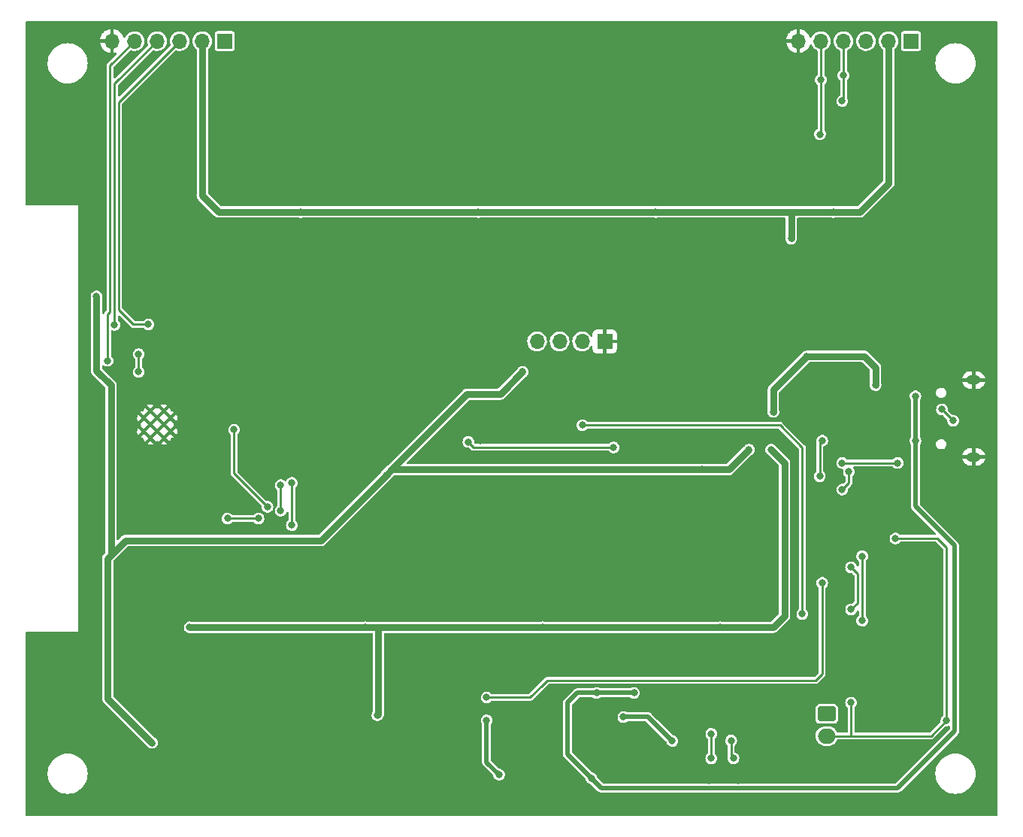
<source format=gbl>
G04 #@! TF.GenerationSoftware,KiCad,Pcbnew,(6.0.10-0)*
G04 #@! TF.CreationDate,2023-01-31T00:07:50+01:00*
G04 #@! TF.ProjectId,breast-module-proto-v1,62726561-7374-42d6-9d6f-64756c652d70,Proto V1*
G04 #@! TF.SameCoordinates,Original*
G04 #@! TF.FileFunction,Copper,L2,Bot*
G04 #@! TF.FilePolarity,Positive*
%FSLAX46Y46*%
G04 Gerber Fmt 4.6, Leading zero omitted, Abs format (unit mm)*
G04 Created by KiCad (PCBNEW (6.0.10-0)) date 2023-01-31 00:07:50*
%MOMM*%
%LPD*%
G01*
G04 APERTURE LIST*
G04 Aperture macros list*
%AMRoundRect*
0 Rectangle with rounded corners*
0 $1 Rounding radius*
0 $2 $3 $4 $5 $6 $7 $8 $9 X,Y pos of 4 corners*
0 Add a 4 corners polygon primitive as box body*
4,1,4,$2,$3,$4,$5,$6,$7,$8,$9,$2,$3,0*
0 Add four circle primitives for the rounded corners*
1,1,$1+$1,$2,$3*
1,1,$1+$1,$4,$5*
1,1,$1+$1,$6,$7*
1,1,$1+$1,$8,$9*
0 Add four rect primitives between the rounded corners*
20,1,$1+$1,$2,$3,$4,$5,0*
20,1,$1+$1,$4,$5,$6,$7,0*
20,1,$1+$1,$6,$7,$8,$9,0*
20,1,$1+$1,$8,$9,$2,$3,0*%
G04 Aperture macros list end*
G04 #@! TA.AperFunction,ComponentPad*
%ADD10R,1.700000X1.700000*%
G04 #@! TD*
G04 #@! TA.AperFunction,ComponentPad*
%ADD11O,1.700000X1.700000*%
G04 #@! TD*
G04 #@! TA.AperFunction,HeatsinkPad*
%ADD12C,0.475000*%
G04 #@! TD*
G04 #@! TA.AperFunction,ComponentPad*
%ADD13O,2.100000X1.000000*%
G04 #@! TD*
G04 #@! TA.AperFunction,ComponentPad*
%ADD14O,1.600000X1.000000*%
G04 #@! TD*
G04 #@! TA.AperFunction,ComponentPad*
%ADD15RoundRect,0.250000X-0.750000X0.600000X-0.750000X-0.600000X0.750000X-0.600000X0.750000X0.600000X0*%
G04 #@! TD*
G04 #@! TA.AperFunction,ComponentPad*
%ADD16O,2.000000X1.700000*%
G04 #@! TD*
G04 #@! TA.AperFunction,ViaPad*
%ADD17C,0.800000*%
G04 #@! TD*
G04 #@! TA.AperFunction,Conductor*
%ADD18C,0.762000*%
G04 #@! TD*
G04 #@! TA.AperFunction,Conductor*
%ADD19C,0.508000*%
G04 #@! TD*
G04 #@! TA.AperFunction,Conductor*
%ADD20C,0.254000*%
G04 #@! TD*
G04 APERTURE END LIST*
D10*
X113200000Y-54000000D03*
D11*
X110660000Y-54000000D03*
X108120000Y-54000000D03*
X105580000Y-54000000D03*
X103040000Y-54000000D03*
X100500000Y-54000000D03*
D10*
X190500000Y-54000000D03*
D11*
X187960000Y-54000000D03*
X185420000Y-54000000D03*
X182880000Y-54000000D03*
X180340000Y-54000000D03*
X177800000Y-54000000D03*
D12*
X107115000Y-97942500D03*
X105590000Y-97942500D03*
X104827500Y-95655000D03*
X106352500Y-95655000D03*
X104065000Y-97942500D03*
X104827500Y-98705000D03*
X106352500Y-98705000D03*
X104065000Y-96417500D03*
X105590000Y-96417500D03*
X104827500Y-97180000D03*
X106352500Y-97180000D03*
X107115000Y-96417500D03*
D13*
X193370000Y-100820000D03*
X193370000Y-92180000D03*
D14*
X197550000Y-100820000D03*
X197550000Y-92180000D03*
D10*
X156000000Y-87825000D03*
D11*
X153460000Y-87825000D03*
X150920000Y-87825000D03*
X148380000Y-87825000D03*
D15*
X181000000Y-129750000D03*
D16*
X181000000Y-132250000D03*
D17*
X182000000Y-109000000D03*
X189000000Y-108000000D03*
X189000000Y-106000000D03*
X189000000Y-100000000D03*
X178418366Y-98403379D03*
X178495196Y-91578277D03*
X186000000Y-100000000D03*
X185000000Y-99000000D03*
X119000000Y-75000000D03*
X139000000Y-75000000D03*
X159000000Y-75000000D03*
X179000000Y-75000000D03*
X173000000Y-118000000D03*
X153000000Y-118000000D03*
X133000000Y-118000000D03*
X113000000Y-118000000D03*
X102000000Y-120000000D03*
X98000000Y-120000000D03*
X102000000Y-126000000D03*
X102000000Y-123000000D03*
X98000000Y-126000000D03*
X98000000Y-123000000D03*
X177000000Y-140000000D03*
X180000000Y-140000000D03*
X183000000Y-140000000D03*
X189000000Y-140000000D03*
X186000000Y-140000000D03*
X189000000Y-136000000D03*
X186000000Y-136000000D03*
X140000000Y-136000000D03*
X140000000Y-135000000D03*
X140000000Y-134000000D03*
X148000000Y-132000000D03*
X146000000Y-132000000D03*
X146000000Y-125000000D03*
X137000000Y-133000000D03*
X137000000Y-132000000D03*
X134000000Y-133000000D03*
X134000000Y-132000000D03*
X131000000Y-133000000D03*
X131000000Y-132000000D03*
X157000000Y-137000000D03*
X136000000Y-95000000D03*
X137000000Y-94000000D03*
X136000000Y-93000000D03*
X116000000Y-89000000D03*
X190000000Y-68000000D03*
X190000000Y-65000000D03*
X190000000Y-62000000D03*
X185000000Y-68000000D03*
X185000000Y-65000000D03*
X185000000Y-62000000D03*
X106000000Y-62000000D03*
X109000000Y-62000000D03*
X103000000Y-62000000D03*
X98000000Y-99000000D03*
X98000000Y-96000000D03*
X98000000Y-93000000D03*
X168000000Y-125000000D03*
X148000000Y-125000000D03*
X127000000Y-125000000D03*
X164000000Y-68000000D03*
X143000000Y-68000000D03*
X123000000Y-68000000D03*
X198000000Y-99000000D03*
X198000000Y-97000000D03*
X198000000Y-95000000D03*
X199000000Y-100000000D03*
X199000000Y-98000000D03*
X199000000Y-96000000D03*
X199000000Y-94000000D03*
X190000000Y-125000000D03*
X191000000Y-130000000D03*
X191000000Y-128000000D03*
X168000000Y-128000000D03*
X166000000Y-128000000D03*
X173000000Y-140000000D03*
X171000000Y-140000000D03*
X169000000Y-140000000D03*
X167000000Y-140000000D03*
X157000000Y-130000000D03*
X156000000Y-130000000D03*
X113000000Y-136000000D03*
X111000000Y-138000000D03*
X109000000Y-138000000D03*
X107000000Y-138000000D03*
X122000000Y-137000000D03*
X124000000Y-137000000D03*
X124000000Y-135000000D03*
X106000000Y-112000000D03*
X109000000Y-112000000D03*
X112000000Y-112000000D03*
X115000000Y-112000000D03*
X116000000Y-109000000D03*
X118000000Y-109000000D03*
X128000000Y-108000000D03*
X122000000Y-108000000D03*
X124000000Y-108000000D03*
X122000000Y-104000000D03*
X125000000Y-104000000D03*
X128000000Y-104000000D03*
X133000000Y-104000000D03*
X136000000Y-104000000D03*
X139000000Y-104000000D03*
X142000000Y-104000000D03*
X145000000Y-104000000D03*
X148000000Y-104000000D03*
X154000000Y-104000000D03*
X151000000Y-104000000D03*
X157000000Y-104000000D03*
X160000000Y-104000000D03*
X163000000Y-104000000D03*
X166000000Y-104000000D03*
X169000000Y-104000000D03*
X172000000Y-108000000D03*
X169000000Y-108000000D03*
X166000000Y-108000000D03*
X163000000Y-108000000D03*
X160000000Y-108000000D03*
X157000000Y-108000000D03*
X154000000Y-108000000D03*
X151000000Y-108000000D03*
X148000000Y-108000000D03*
X145000000Y-108000000D03*
X142000000Y-108000000D03*
X139000000Y-108000000D03*
X136000000Y-108000000D03*
X133000000Y-108000000D03*
X130000000Y-108000000D03*
X146750000Y-91250000D03*
X98750000Y-82750000D03*
X100375000Y-111875000D03*
X131375000Y-102875000D03*
X167000000Y-102250000D03*
X121750000Y-73250000D03*
X141750000Y-73250000D03*
X161750000Y-73250000D03*
X181750000Y-73250000D03*
X178750000Y-89500000D03*
X169000000Y-120000000D03*
X149000000Y-120000000D03*
X129000000Y-120000000D03*
X109250000Y-120000000D03*
X172250000Y-100000000D03*
X186500000Y-92750000D03*
X175000000Y-95750000D03*
X105000000Y-133000000D03*
X177000000Y-76250000D03*
X174750000Y-100000000D03*
X130400000Y-129900000D03*
X194500000Y-130500000D03*
X142700000Y-130476499D03*
X144100000Y-136600000D03*
X183750000Y-128500000D03*
X188750000Y-110000000D03*
X191000000Y-99000000D03*
X159300000Y-127400000D03*
X154500000Y-137000000D03*
X191000000Y-94000000D03*
X155100000Y-127400000D03*
X118000000Y-124800000D03*
X109500000Y-91000000D03*
X190000000Y-96500000D03*
X178000000Y-124800000D03*
X180750000Y-135250000D03*
X189500000Y-93000000D03*
X151100000Y-139600000D03*
X159800000Y-123200000D03*
X160000000Y-134500000D03*
X111750000Y-93250000D03*
X180500000Y-94500000D03*
X173000000Y-68000000D03*
X171000000Y-137250000D03*
X98250000Y-103750000D03*
X177200000Y-61000000D03*
X185400000Y-104200000D03*
X113000000Y-68000000D03*
X142000000Y-99000000D03*
X174750000Y-104500000D03*
X163250000Y-91250000D03*
X199500000Y-115750000D03*
X165750000Y-91250000D03*
X138000000Y-124800000D03*
X117500000Y-102250000D03*
X183500000Y-114750000D03*
X177200000Y-59800000D03*
X159000000Y-133500000D03*
X172000000Y-98500000D03*
X176250000Y-132000000D03*
X180500000Y-96500000D03*
X181612500Y-95387500D03*
X138250000Y-91250000D03*
X97500000Y-89500000D03*
X153100000Y-139600000D03*
X177200000Y-62200000D03*
X151000000Y-93750000D03*
X123250000Y-91250000D03*
X189250000Y-117500000D03*
X189500000Y-92000000D03*
X143000000Y-91250000D03*
X153250000Y-94750000D03*
X97500000Y-113000000D03*
X153000000Y-133200000D03*
X152100000Y-137000000D03*
X111250000Y-107250000D03*
X189500000Y-94000000D03*
X192000000Y-104750000D03*
X153000000Y-68000000D03*
X152000000Y-98250000D03*
X163200000Y-130000000D03*
X152100000Y-139600000D03*
X160000000Y-133500000D03*
X199500000Y-120250000D03*
X150100000Y-139600000D03*
X159000000Y-132500000D03*
X179500000Y-113250000D03*
X104250000Y-109000000D03*
X191750000Y-88500000D03*
X199500000Y-111750000D03*
X98500000Y-112000000D03*
X182500000Y-94500000D03*
X189250000Y-115500000D03*
X177500000Y-135250000D03*
X182500000Y-96500000D03*
X183000000Y-88250000D03*
X160000000Y-132500000D03*
X139250000Y-91250000D03*
X150100000Y-137000000D03*
X176250000Y-131000000D03*
X167750000Y-136250000D03*
X181000000Y-88250000D03*
X153100000Y-137000000D03*
X144000000Y-91250000D03*
X133000000Y-68000000D03*
X98500000Y-113000000D03*
X97500000Y-112000000D03*
X151000000Y-95000000D03*
X159000000Y-134500000D03*
X145000000Y-91250000D03*
X167750000Y-137250000D03*
X125750000Y-91250000D03*
X153000000Y-129200000D03*
X106500000Y-108250000D03*
X171000000Y-136250000D03*
X128500000Y-95750000D03*
X196900000Y-128200000D03*
X151100000Y-137000000D03*
X140750000Y-96000000D03*
X117000000Y-107750000D03*
X113500000Y-107750000D03*
X182750000Y-104500000D03*
X183500000Y-102500000D03*
X163600000Y-132800000D03*
X158100000Y-130100000D03*
X178250000Y-118500000D03*
X153500000Y-97250000D03*
X193986286Y-95476500D03*
X195250000Y-96750000D03*
X104600000Y-85900000D03*
X100790000Y-85960000D03*
X182750000Y-60750000D03*
X182880000Y-57880000D03*
X100000000Y-90000000D03*
X180340000Y-58340000D03*
X180250000Y-64500000D03*
X180500000Y-99000000D03*
X180226500Y-103000000D03*
X182750000Y-101500000D03*
X189000000Y-101500000D03*
X118013714Y-106430500D03*
X114250000Y-97750000D03*
X119500000Y-106884500D03*
X119500000Y-104000000D03*
X142700000Y-127900000D03*
X180500000Y-115000000D03*
X170500000Y-134750000D03*
X170250000Y-132750000D03*
X168000000Y-132000000D03*
X168000000Y-134750000D03*
X185000000Y-119250000D03*
X185000000Y-112000000D03*
X183750000Y-118000000D03*
X183750000Y-113250000D03*
X103500000Y-89250000D03*
X103500000Y-91250000D03*
X140640000Y-99140000D03*
X157000000Y-99750000D03*
X120750000Y-108500000D03*
X120750000Y-103750000D03*
D18*
X177000000Y-76250000D02*
X177000000Y-73500000D01*
X177000000Y-73500000D02*
X177250000Y-73250000D01*
X98750000Y-82750000D02*
X98750000Y-91125000D01*
X98750000Y-91125000D02*
X100375000Y-92750000D01*
X100375000Y-92750000D02*
X100375000Y-111875000D01*
X105000000Y-133000000D02*
X100000000Y-128000000D01*
X124000000Y-110250000D02*
X131375000Y-102875000D01*
X100000000Y-112250000D02*
X102000000Y-110250000D01*
X102000000Y-110250000D02*
X124000000Y-110250000D01*
X100000000Y-128000000D02*
X100000000Y-112250000D01*
X131375000Y-102875000D02*
X132000000Y-102250000D01*
X167000000Y-102250000D02*
X132750000Y-102250000D01*
X132750000Y-102250000D02*
X132000000Y-102250000D01*
X170000000Y-102250000D02*
X167000000Y-102250000D01*
X172250000Y-100000000D02*
X170000000Y-102250000D01*
X141750000Y-73250000D02*
X121750000Y-73250000D01*
X121750000Y-73250000D02*
X112500000Y-73250000D01*
X161750000Y-73250000D02*
X141750000Y-73250000D01*
X180000000Y-73250000D02*
X161750000Y-73250000D01*
X180000000Y-73250000D02*
X181750000Y-73250000D01*
X181750000Y-73250000D02*
X184750000Y-73250000D01*
X175000000Y-120000000D02*
X169000000Y-120000000D01*
X169000000Y-120000000D02*
X149000000Y-120000000D01*
X149000000Y-120000000D02*
X130750000Y-120000000D01*
X130750000Y-120000000D02*
X129000000Y-120000000D01*
X129000000Y-120000000D02*
X109250000Y-120000000D01*
X175000000Y-93250000D02*
X178750000Y-89500000D01*
X175000000Y-95750000D02*
X175000000Y-93250000D01*
X186500000Y-90750000D02*
X186500000Y-92750000D01*
X178750000Y-89500000D02*
X185250000Y-89500000D01*
X132000000Y-102250000D02*
X140500000Y-93750000D01*
X185250000Y-89500000D02*
X186500000Y-90750000D01*
X140500000Y-93750000D02*
X144250000Y-93750000D01*
X144250000Y-93750000D02*
X146750000Y-91250000D01*
X112500000Y-73250000D02*
X110660000Y-71410000D01*
X110660000Y-71410000D02*
X110660000Y-54000000D01*
X174750000Y-100000000D02*
X176250000Y-101500000D01*
X176250000Y-101500000D02*
X176250000Y-118750000D01*
X176250000Y-118750000D02*
X175000000Y-120000000D01*
X130750000Y-120000000D02*
X130500000Y-120250000D01*
X130500000Y-120250000D02*
X130500000Y-129800000D01*
X130500000Y-129800000D02*
X130400000Y-129900000D01*
X187960000Y-69960000D02*
X187960000Y-54000000D01*
X184750000Y-73250000D02*
X188000000Y-70000000D01*
X188000000Y-70000000D02*
X187960000Y-69960000D01*
D19*
X142700000Y-130476499D02*
X142700000Y-135200000D01*
D20*
X183750000Y-128500000D02*
X183750000Y-132250000D01*
D19*
X142700000Y-135200000D02*
X144100000Y-136600000D01*
D20*
X192750000Y-132250000D02*
X183750000Y-132250000D01*
X193500000Y-110000000D02*
X188750000Y-110000000D01*
X194500000Y-130500000D02*
X192750000Y-132250000D01*
X183750000Y-132250000D02*
X181000000Y-132250000D01*
X194500000Y-130500000D02*
X194500000Y-111000000D01*
X194500000Y-111000000D02*
X193500000Y-110000000D01*
D19*
X191000000Y-106400000D02*
X195400000Y-110800000D01*
X195400000Y-131700000D02*
X188996000Y-138104000D01*
X188996000Y-138104000D02*
X155604000Y-138104000D01*
X191000000Y-94000000D02*
X191000000Y-99000000D01*
X195400000Y-110800000D02*
X195400000Y-131700000D01*
X191000000Y-99000000D02*
X191000000Y-106400000D01*
X155604000Y-138104000D02*
X154500000Y-137000000D01*
X151800000Y-134300000D02*
X151800000Y-128500000D01*
X154500000Y-137000000D02*
X151800000Y-134300000D01*
X151800000Y-128500000D02*
X152900000Y-127400000D01*
X155100000Y-127400000D02*
X159300000Y-127400000D01*
X152900000Y-127400000D02*
X155100000Y-127400000D01*
D20*
X117000000Y-107750000D02*
X113500000Y-107750000D01*
X183500000Y-103750000D02*
X182750000Y-104500000D01*
X183500000Y-102500000D02*
X183500000Y-103750000D01*
D19*
X163600000Y-132800000D02*
X160900000Y-130100000D01*
X160900000Y-130100000D02*
X158100000Y-130100000D01*
D20*
X178250000Y-118500000D02*
X178250000Y-99750000D01*
X175750000Y-97250000D02*
X153500000Y-97250000D01*
X178250000Y-99750000D02*
X175750000Y-97250000D01*
X195250000Y-96740214D02*
X193986286Y-95476500D01*
X195250000Y-96750000D02*
X195250000Y-96740214D01*
X104600000Y-85900000D02*
X102900000Y-85900000D01*
X102900000Y-85900000D02*
X101244000Y-84244000D01*
X101244000Y-84244000D02*
X101244000Y-83500000D01*
X101250000Y-60870000D02*
X108120000Y-54000000D01*
X101244000Y-83500000D02*
X101250000Y-83494000D01*
X101250000Y-83494000D02*
X101250000Y-60870000D01*
X182880000Y-57880000D02*
X182880000Y-54000000D01*
X100790000Y-58790000D02*
X105580000Y-54000000D01*
X182880000Y-60620000D02*
X182880000Y-57880000D01*
X100790000Y-85960000D02*
X100790000Y-58790000D01*
X182750000Y-60750000D02*
X182880000Y-60620000D01*
X180340000Y-58340000D02*
X180340000Y-54000000D01*
X180340000Y-64410000D02*
X180340000Y-58340000D01*
X100000000Y-90000000D02*
X100000000Y-84750000D01*
X100250000Y-56790000D02*
X103040000Y-54000000D01*
X100000000Y-84750000D02*
X100250000Y-84500000D01*
X180250000Y-64500000D02*
X180340000Y-64410000D01*
X100250000Y-84500000D02*
X100250000Y-56790000D01*
X180500000Y-99000000D02*
X180226500Y-99273500D01*
X180226500Y-99273500D02*
X180226500Y-103000000D01*
X182750000Y-101500000D02*
X189000000Y-101500000D01*
X118013714Y-106430500D02*
X114250000Y-102666786D01*
X114250000Y-102666786D02*
X114250000Y-97750000D01*
X119500000Y-106884500D02*
X119500000Y-104000000D01*
X149000000Y-126500000D02*
X147600000Y-127900000D01*
X180500000Y-125250000D02*
X180500000Y-115000000D01*
X149000000Y-126500000D02*
X149500000Y-126000000D01*
X149500000Y-126000000D02*
X179750000Y-126000000D01*
X179750000Y-126000000D02*
X180500000Y-125250000D01*
X147600000Y-127900000D02*
X142700000Y-127900000D01*
X170250000Y-132750000D02*
X170250000Y-134500000D01*
X170250000Y-134500000D02*
X170500000Y-134750000D01*
X168000000Y-132000000D02*
X168000000Y-134750000D01*
X185000000Y-119250000D02*
X185000000Y-112000000D01*
X184500000Y-114000000D02*
X183750000Y-113250000D01*
X184500000Y-117250000D02*
X184500000Y-114000000D01*
X183750000Y-118000000D02*
X184500000Y-117250000D01*
X103500000Y-91250000D02*
X103500000Y-89250000D01*
X157000000Y-99750000D02*
X156977000Y-99727000D01*
X156977000Y-99727000D02*
X141227000Y-99727000D01*
X141227000Y-99727000D02*
X140640000Y-99140000D01*
X120750000Y-108500000D02*
X120750000Y-103750000D01*
G04 #@! TA.AperFunction,Conductor*
G36*
X200187621Y-51774502D02*
G01*
X200234114Y-51828158D01*
X200245500Y-51880500D01*
X200245500Y-141119500D01*
X200225498Y-141187621D01*
X200171842Y-141234114D01*
X200119500Y-141245500D01*
X90880500Y-141245500D01*
X90812379Y-141225498D01*
X90765886Y-141171842D01*
X90754500Y-141119500D01*
X90754500Y-136500000D01*
X93240663Y-136500000D01*
X93240933Y-136504119D01*
X93257909Y-136763115D01*
X93259992Y-136794903D01*
X93260796Y-136798943D01*
X93260796Y-136798946D01*
X93314343Y-137068142D01*
X93317648Y-137084759D01*
X93318973Y-137088663D01*
X93318974Y-137088666D01*
X93375673Y-137255695D01*
X93412645Y-137364611D01*
X93447810Y-137435919D01*
X93533355Y-137609385D01*
X93543357Y-137629668D01*
X93707547Y-137875397D01*
X93902407Y-138097593D01*
X94124603Y-138292453D01*
X94370331Y-138456643D01*
X94374030Y-138458467D01*
X94374035Y-138458470D01*
X94455602Y-138498694D01*
X94635389Y-138587355D01*
X94639294Y-138588680D01*
X94639295Y-138588681D01*
X94911334Y-138681026D01*
X94911337Y-138681027D01*
X94915241Y-138682352D01*
X94919280Y-138683155D01*
X94919286Y-138683157D01*
X95201054Y-138739204D01*
X95201057Y-138739204D01*
X95205097Y-138740008D01*
X95209208Y-138740277D01*
X95209212Y-138740278D01*
X95495881Y-138759067D01*
X95500000Y-138759337D01*
X95504119Y-138759067D01*
X95790788Y-138740278D01*
X95790792Y-138740277D01*
X95794903Y-138740008D01*
X95798943Y-138739204D01*
X95798946Y-138739204D01*
X96080714Y-138683157D01*
X96080720Y-138683155D01*
X96084759Y-138682352D01*
X96088663Y-138681027D01*
X96088666Y-138681026D01*
X96360705Y-138588681D01*
X96360706Y-138588680D01*
X96364611Y-138587355D01*
X96544398Y-138498694D01*
X96625965Y-138458470D01*
X96625970Y-138458467D01*
X96629669Y-138456643D01*
X96875397Y-138292453D01*
X97097593Y-138097593D01*
X97292453Y-137875397D01*
X97456643Y-137629668D01*
X97466646Y-137609385D01*
X97552190Y-137435919D01*
X97587355Y-137364611D01*
X97624327Y-137255695D01*
X97681026Y-137088666D01*
X97681027Y-137088663D01*
X97682352Y-137084759D01*
X97685658Y-137068142D01*
X97739204Y-136798946D01*
X97739204Y-136798943D01*
X97740008Y-136794903D01*
X97742092Y-136763115D01*
X97759067Y-136504119D01*
X97759337Y-136500000D01*
X97747235Y-136315358D01*
X97740278Y-136209212D01*
X97740277Y-136209208D01*
X97740008Y-136205097D01*
X97697156Y-135989665D01*
X97683157Y-135919286D01*
X97683155Y-135919280D01*
X97682352Y-135915241D01*
X97587355Y-135635389D01*
X97512490Y-135483578D01*
X97458470Y-135374036D01*
X97458467Y-135374031D01*
X97456643Y-135370332D01*
X97292453Y-135124603D01*
X97097593Y-134902407D01*
X96875397Y-134707547D01*
X96629669Y-134543357D01*
X96625970Y-134541533D01*
X96625965Y-134541530D01*
X96443703Y-134451649D01*
X96364611Y-134412645D01*
X96313267Y-134395216D01*
X96088666Y-134318974D01*
X96088663Y-134318973D01*
X96084759Y-134317648D01*
X96080720Y-134316845D01*
X96080714Y-134316843D01*
X95798946Y-134260796D01*
X95798943Y-134260796D01*
X95794903Y-134259992D01*
X95790792Y-134259723D01*
X95790788Y-134259722D01*
X95527821Y-134242486D01*
X95500000Y-134240663D01*
X95472179Y-134242486D01*
X95209212Y-134259722D01*
X95209208Y-134259723D01*
X95205097Y-134259992D01*
X95201057Y-134260796D01*
X95201054Y-134260796D01*
X94919286Y-134316843D01*
X94919280Y-134316845D01*
X94915241Y-134317648D01*
X94911337Y-134318973D01*
X94911334Y-134318974D01*
X94686733Y-134395216D01*
X94635389Y-134412645D01*
X94540833Y-134459275D01*
X94374036Y-134541530D01*
X94374031Y-134541533D01*
X94370332Y-134543357D01*
X94124603Y-134707547D01*
X93902407Y-134902407D01*
X93707547Y-135124603D01*
X93543357Y-135370332D01*
X93541533Y-135374031D01*
X93541530Y-135374036D01*
X93487510Y-135483578D01*
X93412645Y-135635389D01*
X93317648Y-135915241D01*
X93316845Y-135919280D01*
X93316843Y-135919286D01*
X93302844Y-135989665D01*
X93259992Y-136205097D01*
X93243658Y-136454308D01*
X93240663Y-136500000D01*
X90754500Y-136500000D01*
X90754500Y-120626000D01*
X90774502Y-120557879D01*
X90828158Y-120511386D01*
X90880500Y-120500000D01*
X96700000Y-120500000D01*
X96700000Y-82743096D01*
X98090729Y-82743096D01*
X98108113Y-82900553D01*
X98110722Y-82907682D01*
X98111171Y-82909597D01*
X98114500Y-82938368D01*
X98114500Y-91045980D01*
X98113970Y-91057214D01*
X98112292Y-91064719D01*
X98112949Y-91085631D01*
X98114438Y-91133012D01*
X98114500Y-91136969D01*
X98114500Y-91164983D01*
X98114996Y-91168908D01*
X98114996Y-91168909D01*
X98115008Y-91169004D01*
X98115941Y-91180849D01*
X98117335Y-91225205D01*
X98119547Y-91232817D01*
X98123013Y-91244748D01*
X98127023Y-91264112D01*
X98129573Y-91284299D01*
X98132489Y-91291663D01*
X98132490Y-91291668D01*
X98145907Y-91325556D01*
X98149752Y-91336785D01*
X98153075Y-91348222D01*
X98162131Y-91379393D01*
X98166169Y-91386220D01*
X98166170Y-91386223D01*
X98172488Y-91396906D01*
X98181188Y-91414664D01*
X98185761Y-91426215D01*
X98185765Y-91426221D01*
X98188681Y-91433588D01*
X98212260Y-91466041D01*
X98214764Y-91469488D01*
X98221281Y-91479410D01*
X98239826Y-91510768D01*
X98239829Y-91510772D01*
X98243866Y-91517598D01*
X98258250Y-91531982D01*
X98271091Y-91547016D01*
X98283058Y-91563487D01*
X98289166Y-91568540D01*
X98317255Y-91591777D01*
X98326035Y-91599767D01*
X99702595Y-92976328D01*
X99736621Y-93038640D01*
X99739500Y-93065423D01*
X99739500Y-111559577D01*
X99719498Y-111627698D01*
X99702595Y-111648672D01*
X99606517Y-111744750D01*
X99598191Y-111752326D01*
X99591697Y-111756447D01*
X99586274Y-111762222D01*
X99544915Y-111806265D01*
X99542160Y-111809107D01*
X99522361Y-111828906D01*
X99519937Y-111832031D01*
X99519929Y-111832040D01*
X99519863Y-111832126D01*
X99512155Y-111841151D01*
X99481783Y-111873494D01*
X99477965Y-111880438D01*
X99477964Y-111880440D01*
X99471978Y-111891329D01*
X99461127Y-111907847D01*
X99448650Y-111923933D01*
X99431024Y-111964666D01*
X99425807Y-111975314D01*
X99404431Y-112014197D01*
X99402460Y-112021872D01*
X99402458Y-112021878D01*
X99399369Y-112033911D01*
X99392966Y-112052613D01*
X99384883Y-112071292D01*
X99383644Y-112079117D01*
X99377940Y-112115127D01*
X99375535Y-112126740D01*
X99364500Y-112169718D01*
X99364500Y-112190065D01*
X99362949Y-112209776D01*
X99359765Y-112229879D01*
X99360511Y-112237771D01*
X99363941Y-112274056D01*
X99364500Y-112285914D01*
X99364500Y-127920980D01*
X99363970Y-127932214D01*
X99362292Y-127939719D01*
X99364420Y-128007429D01*
X99364438Y-128008012D01*
X99364500Y-128011969D01*
X99364500Y-128039983D01*
X99364996Y-128043908D01*
X99364996Y-128043909D01*
X99365008Y-128044004D01*
X99365941Y-128055849D01*
X99367335Y-128100205D01*
X99371780Y-128115504D01*
X99373013Y-128119748D01*
X99377023Y-128139112D01*
X99379573Y-128159299D01*
X99382489Y-128166663D01*
X99382490Y-128166668D01*
X99395907Y-128200556D01*
X99399752Y-128211785D01*
X99402102Y-128219873D01*
X99412131Y-128254393D01*
X99416169Y-128261220D01*
X99416170Y-128261223D01*
X99422488Y-128271906D01*
X99431188Y-128289664D01*
X99435761Y-128301215D01*
X99435765Y-128301221D01*
X99438681Y-128308588D01*
X99443339Y-128314999D01*
X99443340Y-128315001D01*
X99464764Y-128344488D01*
X99471281Y-128354410D01*
X99489826Y-128385768D01*
X99489829Y-128385772D01*
X99493866Y-128392598D01*
X99508250Y-128406982D01*
X99521091Y-128422016D01*
X99533058Y-128438487D01*
X99559530Y-128460386D01*
X99567255Y-128466777D01*
X99576035Y-128474767D01*
X104428407Y-133327140D01*
X104443893Y-133345958D01*
X104500908Y-133430805D01*
X104506527Y-133435918D01*
X104506528Y-133435919D01*
X104525658Y-133453326D01*
X104618076Y-133537419D01*
X104757293Y-133613008D01*
X104910522Y-133653207D01*
X104994477Y-133654526D01*
X105061319Y-133655576D01*
X105061322Y-133655576D01*
X105068916Y-133655695D01*
X105223332Y-133620329D01*
X105293742Y-133584917D01*
X105358072Y-133552563D01*
X105358075Y-133552561D01*
X105364855Y-133549151D01*
X105370626Y-133544222D01*
X105370629Y-133544220D01*
X105479536Y-133451204D01*
X105479536Y-133451203D01*
X105485314Y-133446269D01*
X105577755Y-133317624D01*
X105636842Y-133170641D01*
X105654160Y-133048955D01*
X105658581Y-133017891D01*
X105658581Y-133017888D01*
X105659162Y-133013807D01*
X105659307Y-133000000D01*
X105640276Y-132842733D01*
X105584280Y-132694546D01*
X105543756Y-132635583D01*
X105498855Y-132570251D01*
X105498854Y-132570249D01*
X105494553Y-132563992D01*
X105485148Y-132555612D01*
X105438434Y-132513992D01*
X105376275Y-132458611D01*
X105352780Y-132446171D01*
X105322644Y-132423912D01*
X100672405Y-127773672D01*
X100638379Y-127711360D01*
X100635500Y-127684577D01*
X100635500Y-119993096D01*
X108590729Y-119993096D01*
X108608113Y-120150553D01*
X108662553Y-120299319D01*
X108666789Y-120305622D01*
X108666789Y-120305623D01*
X108746312Y-120423965D01*
X108750908Y-120430805D01*
X108756527Y-120435918D01*
X108756528Y-120435919D01*
X108833694Y-120506134D01*
X108868076Y-120537419D01*
X109007293Y-120613008D01*
X109160522Y-120653207D01*
X109244477Y-120654526D01*
X109311319Y-120655576D01*
X109311322Y-120655576D01*
X109318916Y-120655695D01*
X109393208Y-120638680D01*
X109421337Y-120635500D01*
X128826773Y-120635500D01*
X128858746Y-120639624D01*
X128910522Y-120653207D01*
X128994477Y-120654526D01*
X129061319Y-120655576D01*
X129061322Y-120655576D01*
X129068916Y-120655695D01*
X129143208Y-120638680D01*
X129171337Y-120635500D01*
X129738500Y-120635500D01*
X129806621Y-120655502D01*
X129853114Y-120709158D01*
X129864500Y-120761500D01*
X129864500Y-129483784D01*
X129841587Y-129556235D01*
X129818950Y-129588444D01*
X129802364Y-129630985D01*
X129773386Y-129705311D01*
X129761406Y-129736037D01*
X129760414Y-129743570D01*
X129760414Y-129743571D01*
X129743460Y-129872355D01*
X129740729Y-129893096D01*
X129746302Y-129943571D01*
X129757252Y-130042753D01*
X129758113Y-130050553D01*
X129760723Y-130057684D01*
X129760723Y-130057686D01*
X129806299Y-130182228D01*
X129812553Y-130199319D01*
X129816789Y-130205622D01*
X129816789Y-130205623D01*
X129825030Y-130217886D01*
X129900908Y-130330805D01*
X129906527Y-130335918D01*
X129906528Y-130335919D01*
X129976204Y-130399319D01*
X130018076Y-130437419D01*
X130157293Y-130513008D01*
X130310522Y-130553207D01*
X130394477Y-130554526D01*
X130461319Y-130555576D01*
X130461322Y-130555576D01*
X130468916Y-130555695D01*
X130623332Y-130520329D01*
X130693742Y-130484917D01*
X130724207Y-130469595D01*
X142040729Y-130469595D01*
X142049277Y-130547017D01*
X142056995Y-130616922D01*
X142058113Y-130627052D01*
X142060723Y-130634183D01*
X142060723Y-130634185D01*
X142068045Y-130654194D01*
X142112553Y-130775818D01*
X142116790Y-130782124D01*
X142116792Y-130782127D01*
X142126834Y-130797071D01*
X142165178Y-130854131D01*
X142170081Y-130861428D01*
X142191500Y-130931704D01*
X142191500Y-135128928D01*
X142190145Y-135141058D01*
X142190627Y-135141097D01*
X142189907Y-135150044D01*
X142187926Y-135158800D01*
X142189868Y-135190095D01*
X142191258Y-135212508D01*
X142191500Y-135220310D01*
X142191500Y-135236513D01*
X142192136Y-135240953D01*
X142192984Y-135246878D01*
X142194013Y-135256928D01*
X142196945Y-135304177D01*
X142199994Y-135312623D01*
X142200593Y-135315514D01*
X142204822Y-135332480D01*
X142205648Y-135335305D01*
X142206920Y-135344187D01*
X142226522Y-135387298D01*
X142230327Y-135396647D01*
X142246404Y-135441181D01*
X142251699Y-135448429D01*
X142253080Y-135451027D01*
X142261915Y-135466145D01*
X142263494Y-135468614D01*
X142267208Y-135476782D01*
X142273064Y-135483578D01*
X142298115Y-135512652D01*
X142304401Y-135520569D01*
X142309548Y-135527615D01*
X142309553Y-135527620D01*
X142312425Y-135531552D01*
X142323400Y-135542527D01*
X142329758Y-135549374D01*
X142362287Y-135587127D01*
X142369822Y-135592011D01*
X142376066Y-135597458D01*
X142387931Y-135607058D01*
X143417726Y-136636853D01*
X143451752Y-136699165D01*
X143453869Y-136712117D01*
X143458113Y-136750553D01*
X143460723Y-136757684D01*
X143460723Y-136757686D01*
X143491846Y-136842733D01*
X143512553Y-136899319D01*
X143600908Y-137030805D01*
X143606527Y-137035918D01*
X143606528Y-137035919D01*
X143660203Y-137084759D01*
X143718076Y-137137419D01*
X143857293Y-137213008D01*
X144010522Y-137253207D01*
X144094477Y-137254526D01*
X144161319Y-137255576D01*
X144161322Y-137255576D01*
X144168916Y-137255695D01*
X144323332Y-137220329D01*
X144393742Y-137184917D01*
X144458072Y-137152563D01*
X144458075Y-137152561D01*
X144464855Y-137149151D01*
X144470626Y-137144222D01*
X144470629Y-137144220D01*
X144579536Y-137051204D01*
X144579536Y-137051203D01*
X144585314Y-137046269D01*
X144677755Y-136917624D01*
X144736842Y-136770641D01*
X144748562Y-136688288D01*
X144758581Y-136617891D01*
X144758581Y-136617888D01*
X144759162Y-136613807D01*
X144759307Y-136600000D01*
X144758261Y-136591352D01*
X144741767Y-136455055D01*
X144740276Y-136442733D01*
X144684280Y-136294546D01*
X144594553Y-136163992D01*
X144476275Y-136058611D01*
X144336274Y-135984484D01*
X144328911Y-135982635D01*
X144328907Y-135982633D01*
X144192885Y-135948467D01*
X144134485Y-135915358D01*
X143245405Y-135026278D01*
X143211379Y-134963966D01*
X143208500Y-134937183D01*
X143208500Y-130931076D01*
X143232178Y-130857550D01*
X143242701Y-130842905D01*
X143277755Y-130794123D01*
X143336842Y-130647140D01*
X143349873Y-130555576D01*
X143358581Y-130494390D01*
X143358581Y-130494387D01*
X143359162Y-130490306D01*
X143359307Y-130476499D01*
X143356411Y-130452563D01*
X143354578Y-130437419D01*
X143340276Y-130319232D01*
X143284280Y-130171045D01*
X143230707Y-130093096D01*
X143198855Y-130046750D01*
X143198854Y-130046748D01*
X143194553Y-130040491D01*
X143076275Y-129935110D01*
X143068889Y-129931199D01*
X142942988Y-129864538D01*
X142942989Y-129864538D01*
X142936274Y-129860983D01*
X142782633Y-129822391D01*
X142775034Y-129822351D01*
X142775033Y-129822351D01*
X142709181Y-129822006D01*
X142624221Y-129821561D01*
X142616841Y-129823333D01*
X142616839Y-129823333D01*
X142477563Y-129856770D01*
X142477560Y-129856771D01*
X142470184Y-129858542D01*
X142329414Y-129931199D01*
X142210039Y-130035337D01*
X142118950Y-130164943D01*
X142061406Y-130312536D01*
X142060414Y-130320069D01*
X142060414Y-130320070D01*
X142042065Y-130459448D01*
X142040729Y-130469595D01*
X130724207Y-130469595D01*
X130758072Y-130452563D01*
X130758075Y-130452561D01*
X130764855Y-130449151D01*
X130770626Y-130444222D01*
X130770629Y-130444220D01*
X130879536Y-130351204D01*
X130879536Y-130351203D01*
X130885314Y-130346269D01*
X130963214Y-130237860D01*
X130972413Y-130227032D01*
X130972220Y-130226862D01*
X130974827Y-130223905D01*
X130977638Y-130221094D01*
X130980129Y-130217883D01*
X130987838Y-130208856D01*
X131012789Y-130182286D01*
X131018217Y-130176506D01*
X131028022Y-130158671D01*
X131038876Y-130142147D01*
X131046491Y-130132330D01*
X131046492Y-130132329D01*
X131051349Y-130126067D01*
X131068969Y-130085350D01*
X131074192Y-130074689D01*
X131091749Y-130042753D01*
X131091751Y-130042748D01*
X131095569Y-130035803D01*
X131097539Y-130028129D01*
X131097542Y-130028122D01*
X131100632Y-130016087D01*
X131107036Y-129997382D01*
X131111967Y-129985987D01*
X131115117Y-129978708D01*
X131121852Y-129936188D01*
X131122060Y-129934873D01*
X131124467Y-129923251D01*
X131130271Y-129900646D01*
X131135500Y-129880282D01*
X131135500Y-129859935D01*
X131137051Y-129840224D01*
X131138995Y-129827950D01*
X131140235Y-129820121D01*
X131136059Y-129775944D01*
X131135500Y-129764086D01*
X131135500Y-127893096D01*
X142040729Y-127893096D01*
X142058113Y-128050553D01*
X142060723Y-128057684D01*
X142060723Y-128057686D01*
X142106299Y-128182228D01*
X142112553Y-128199319D01*
X142116789Y-128205622D01*
X142116789Y-128205623D01*
X142170210Y-128285121D01*
X142200908Y-128330805D01*
X142206527Y-128335918D01*
X142206528Y-128335919D01*
X142268818Y-128392598D01*
X142318076Y-128437419D01*
X142457293Y-128513008D01*
X142610522Y-128553207D01*
X142694477Y-128554526D01*
X142761319Y-128555576D01*
X142761322Y-128555576D01*
X142768916Y-128555695D01*
X142859533Y-128534941D01*
X151287461Y-128534941D01*
X151289335Y-128543720D01*
X151289898Y-128551978D01*
X151291500Y-128567161D01*
X151291500Y-134228928D01*
X151290145Y-134241058D01*
X151290627Y-134241097D01*
X151289907Y-134250044D01*
X151287926Y-134258800D01*
X151291030Y-134308838D01*
X151291258Y-134312508D01*
X151291500Y-134320310D01*
X151291500Y-134336513D01*
X151292136Y-134340953D01*
X151292984Y-134346878D01*
X151294013Y-134356928D01*
X151296945Y-134404177D01*
X151299994Y-134412623D01*
X151300593Y-134415514D01*
X151304822Y-134432480D01*
X151305648Y-134435305D01*
X151306920Y-134444187D01*
X151326522Y-134487298D01*
X151330327Y-134496647D01*
X151346404Y-134541181D01*
X151351699Y-134548429D01*
X151353080Y-134551027D01*
X151361915Y-134566145D01*
X151363494Y-134568614D01*
X151367208Y-134576782D01*
X151380952Y-134592733D01*
X151398115Y-134612652D01*
X151404401Y-134620569D01*
X151409548Y-134627615D01*
X151409553Y-134627620D01*
X151412425Y-134631552D01*
X151423400Y-134642527D01*
X151429758Y-134649374D01*
X151462287Y-134687127D01*
X151469822Y-134692011D01*
X151476066Y-134697458D01*
X151487931Y-134707058D01*
X153817726Y-137036854D01*
X153851752Y-137099166D01*
X153853869Y-137112119D01*
X153858113Y-137150553D01*
X153860724Y-137157688D01*
X153896546Y-137255576D01*
X153912553Y-137299319D01*
X154000908Y-137430805D01*
X154118076Y-137537419D01*
X154257293Y-137613008D01*
X154320797Y-137629668D01*
X154409460Y-137652929D01*
X154466581Y-137685710D01*
X155194182Y-138413311D01*
X155201800Y-138422845D01*
X155202169Y-138422531D01*
X155207984Y-138429364D01*
X155212776Y-138436958D01*
X155237134Y-138458470D01*
X155253116Y-138472585D01*
X155258803Y-138477931D01*
X155270255Y-138489383D01*
X155273846Y-138492074D01*
X155273848Y-138492076D01*
X155278630Y-138495660D01*
X155286473Y-138502045D01*
X155290821Y-138505885D01*
X155321951Y-138533378D01*
X155330078Y-138537194D01*
X155332534Y-138538807D01*
X155347547Y-138547829D01*
X155350118Y-138549237D01*
X155357296Y-138554616D01*
X155365696Y-138557765D01*
X155365698Y-138557766D01*
X155401640Y-138571239D01*
X155410943Y-138575159D01*
X155453800Y-138595281D01*
X155462669Y-138596662D01*
X155465495Y-138597526D01*
X155482399Y-138601960D01*
X155485275Y-138602592D01*
X155493684Y-138605745D01*
X155502634Y-138606410D01*
X155540906Y-138609254D01*
X155550952Y-138610408D01*
X155559575Y-138611751D01*
X155559578Y-138611751D01*
X155564386Y-138612500D01*
X155579906Y-138612500D01*
X155589243Y-138612846D01*
X155638941Y-138616539D01*
X155647720Y-138614665D01*
X155655978Y-138614102D01*
X155671161Y-138612500D01*
X188924928Y-138612500D01*
X188937058Y-138613855D01*
X188937097Y-138613373D01*
X188946044Y-138614093D01*
X188954800Y-138616074D01*
X189008508Y-138612742D01*
X189016310Y-138612500D01*
X189032513Y-138612500D01*
X189041429Y-138611223D01*
X189042878Y-138611016D01*
X189052928Y-138609987D01*
X189091216Y-138607611D01*
X189100177Y-138607055D01*
X189108623Y-138604006D01*
X189111514Y-138603407D01*
X189128480Y-138599178D01*
X189131305Y-138598352D01*
X189140187Y-138597080D01*
X189183298Y-138577478D01*
X189192649Y-138573672D01*
X189194475Y-138573013D01*
X189237181Y-138557596D01*
X189244429Y-138552301D01*
X189247027Y-138550920D01*
X189262145Y-138542085D01*
X189264614Y-138540506D01*
X189272782Y-138536792D01*
X189308653Y-138505884D01*
X189316569Y-138499599D01*
X189323615Y-138494452D01*
X189323620Y-138494447D01*
X189327552Y-138491575D01*
X189338527Y-138480600D01*
X189345375Y-138474242D01*
X189376323Y-138447576D01*
X189376324Y-138447575D01*
X189383127Y-138441713D01*
X189388011Y-138434178D01*
X189393458Y-138427934D01*
X189403058Y-138416069D01*
X191319127Y-136500000D01*
X193240663Y-136500000D01*
X193240933Y-136504119D01*
X193257909Y-136763115D01*
X193259992Y-136794903D01*
X193260796Y-136798943D01*
X193260796Y-136798946D01*
X193314343Y-137068142D01*
X193317648Y-137084759D01*
X193318973Y-137088663D01*
X193318974Y-137088666D01*
X193375673Y-137255695D01*
X193412645Y-137364611D01*
X193447810Y-137435919D01*
X193533355Y-137609385D01*
X193543357Y-137629668D01*
X193707547Y-137875397D01*
X193902407Y-138097593D01*
X194124603Y-138292453D01*
X194370331Y-138456643D01*
X194374030Y-138458467D01*
X194374035Y-138458470D01*
X194455602Y-138498694D01*
X194635389Y-138587355D01*
X194639294Y-138588680D01*
X194639295Y-138588681D01*
X194911334Y-138681026D01*
X194911337Y-138681027D01*
X194915241Y-138682352D01*
X194919280Y-138683155D01*
X194919286Y-138683157D01*
X195201054Y-138739204D01*
X195201057Y-138739204D01*
X195205097Y-138740008D01*
X195209208Y-138740277D01*
X195209212Y-138740278D01*
X195495881Y-138759067D01*
X195500000Y-138759337D01*
X195504119Y-138759067D01*
X195790788Y-138740278D01*
X195790792Y-138740277D01*
X195794903Y-138740008D01*
X195798943Y-138739204D01*
X195798946Y-138739204D01*
X196080714Y-138683157D01*
X196080720Y-138683155D01*
X196084759Y-138682352D01*
X196088663Y-138681027D01*
X196088666Y-138681026D01*
X196360705Y-138588681D01*
X196360706Y-138588680D01*
X196364611Y-138587355D01*
X196544398Y-138498694D01*
X196625965Y-138458470D01*
X196625970Y-138458467D01*
X196629669Y-138456643D01*
X196875397Y-138292453D01*
X197097593Y-138097593D01*
X197292453Y-137875397D01*
X197456643Y-137629668D01*
X197466646Y-137609385D01*
X197552190Y-137435919D01*
X197587355Y-137364611D01*
X197624327Y-137255695D01*
X197681026Y-137088666D01*
X197681027Y-137088663D01*
X197682352Y-137084759D01*
X197685658Y-137068142D01*
X197739204Y-136798946D01*
X197739204Y-136798943D01*
X197740008Y-136794903D01*
X197742092Y-136763115D01*
X197759067Y-136504119D01*
X197759337Y-136500000D01*
X197747235Y-136315358D01*
X197740278Y-136209212D01*
X197740277Y-136209208D01*
X197740008Y-136205097D01*
X197697156Y-135989665D01*
X197683157Y-135919286D01*
X197683155Y-135919280D01*
X197682352Y-135915241D01*
X197587355Y-135635389D01*
X197512490Y-135483578D01*
X197458470Y-135374036D01*
X197458467Y-135374031D01*
X197456643Y-135370332D01*
X197292453Y-135124603D01*
X197097593Y-134902407D01*
X196875397Y-134707547D01*
X196629669Y-134543357D01*
X196625970Y-134541533D01*
X196625965Y-134541530D01*
X196443703Y-134451649D01*
X196364611Y-134412645D01*
X196313267Y-134395216D01*
X196088666Y-134318974D01*
X196088663Y-134318973D01*
X196084759Y-134317648D01*
X196080720Y-134316845D01*
X196080714Y-134316843D01*
X195798946Y-134260796D01*
X195798943Y-134260796D01*
X195794903Y-134259992D01*
X195790792Y-134259723D01*
X195790788Y-134259722D01*
X195527821Y-134242486D01*
X195500000Y-134240663D01*
X195472179Y-134242486D01*
X195209212Y-134259722D01*
X195209208Y-134259723D01*
X195205097Y-134259992D01*
X195201057Y-134260796D01*
X195201054Y-134260796D01*
X194919286Y-134316843D01*
X194919280Y-134316845D01*
X194915241Y-134317648D01*
X194911337Y-134318973D01*
X194911334Y-134318974D01*
X194686733Y-134395216D01*
X194635389Y-134412645D01*
X194540833Y-134459275D01*
X194374036Y-134541530D01*
X194374031Y-134541533D01*
X194370332Y-134543357D01*
X194124603Y-134707547D01*
X193902407Y-134902407D01*
X193707547Y-135124603D01*
X193543357Y-135370332D01*
X193541533Y-135374031D01*
X193541530Y-135374036D01*
X193487510Y-135483578D01*
X193412645Y-135635389D01*
X193317648Y-135915241D01*
X193316845Y-135919280D01*
X193316843Y-135919286D01*
X193302844Y-135989665D01*
X193259992Y-136205097D01*
X193243658Y-136454308D01*
X193240663Y-136500000D01*
X191319127Y-136500000D01*
X195709308Y-132109820D01*
X195718845Y-132102200D01*
X195718531Y-132101831D01*
X195725364Y-132096016D01*
X195732958Y-132091224D01*
X195768585Y-132050883D01*
X195773931Y-132045197D01*
X195785383Y-132033745D01*
X195791660Y-132025370D01*
X195798045Y-132017527D01*
X195823436Y-131988777D01*
X195829378Y-131982049D01*
X195833194Y-131973922D01*
X195834807Y-131971466D01*
X195843823Y-131956463D01*
X195845234Y-131953885D01*
X195850616Y-131946704D01*
X195867239Y-131902363D01*
X195871164Y-131893048D01*
X195884041Y-131865621D01*
X195891281Y-131850200D01*
X195892663Y-131841325D01*
X195893527Y-131838498D01*
X195897955Y-131821621D01*
X195898591Y-131818728D01*
X195901745Y-131810315D01*
X195905256Y-131763075D01*
X195906407Y-131753056D01*
X195907752Y-131744420D01*
X195907752Y-131744416D01*
X195908500Y-131739614D01*
X195908500Y-131724090D01*
X195908847Y-131714752D01*
X195911875Y-131674010D01*
X195911875Y-131674009D01*
X195912540Y-131665059D01*
X195910666Y-131656282D01*
X195910104Y-131648031D01*
X195908500Y-131632834D01*
X195908500Y-110871073D01*
X195909855Y-110858943D01*
X195909373Y-110858904D01*
X195910093Y-110849957D01*
X195912074Y-110841201D01*
X195908742Y-110787492D01*
X195908500Y-110779690D01*
X195908500Y-110763487D01*
X195907016Y-110753122D01*
X195905987Y-110743072D01*
X195903611Y-110704782D01*
X195903611Y-110704781D01*
X195903055Y-110695823D01*
X195900007Y-110687382D01*
X195899404Y-110684468D01*
X195895182Y-110667534D01*
X195894352Y-110664695D01*
X195893080Y-110655813D01*
X195873477Y-110612700D01*
X195869671Y-110603349D01*
X195856644Y-110567262D01*
X195856643Y-110567260D01*
X195853596Y-110558820D01*
X195848304Y-110551576D01*
X195846925Y-110548982D01*
X195838078Y-110533843D01*
X195836505Y-110531383D01*
X195832792Y-110523218D01*
X195826938Y-110516424D01*
X195826936Y-110516421D01*
X195813939Y-110501338D01*
X195801881Y-110487343D01*
X195795597Y-110479428D01*
X195790450Y-110472382D01*
X195790444Y-110472375D01*
X195787575Y-110468448D01*
X195776600Y-110457473D01*
X195770242Y-110450625D01*
X195743576Y-110419677D01*
X195743575Y-110419676D01*
X195737713Y-110412873D01*
X195730178Y-110407989D01*
X195723934Y-110402542D01*
X195712069Y-110392942D01*
X191545405Y-106226278D01*
X191511379Y-106163966D01*
X191508500Y-106137183D01*
X191508500Y-101023268D01*
X196259030Y-101023268D01*
X196309138Y-101193521D01*
X196313731Y-101204889D01*
X196399607Y-101369154D01*
X196406321Y-101379415D01*
X196522468Y-101523873D01*
X196531046Y-101532632D01*
X196673039Y-101651778D01*
X196683159Y-101658708D01*
X196845585Y-101748002D01*
X196856858Y-101752834D01*
X197033538Y-101808880D01*
X197045532Y-101811430D01*
X197189761Y-101827607D01*
X197196785Y-101828000D01*
X197340385Y-101828000D01*
X197355624Y-101823525D01*
X197356829Y-101822135D01*
X197358500Y-101814452D01*
X197358500Y-101809885D01*
X197741500Y-101809885D01*
X197745975Y-101825124D01*
X197747365Y-101826329D01*
X197755048Y-101828000D01*
X197896657Y-101828000D01*
X197902805Y-101827699D01*
X198040603Y-101814188D01*
X198052638Y-101811805D01*
X198230076Y-101758233D01*
X198241416Y-101753559D01*
X198405077Y-101666540D01*
X198415294Y-101659751D01*
X198558933Y-101542603D01*
X198567637Y-101533959D01*
X198685784Y-101391144D01*
X198692644Y-101380973D01*
X198780804Y-101217924D01*
X198785556Y-101206619D01*
X198840366Y-101029557D01*
X198841009Y-101026425D01*
X198838895Y-101014865D01*
X198826572Y-101011500D01*
X197759615Y-101011500D01*
X197744376Y-101015975D01*
X197743171Y-101017365D01*
X197741500Y-101025048D01*
X197741500Y-101809885D01*
X197358500Y-101809885D01*
X197358500Y-101029615D01*
X197354025Y-101014376D01*
X197352635Y-101013171D01*
X197344952Y-101011500D01*
X196273681Y-101011500D01*
X196260150Y-101015473D01*
X196259030Y-101023268D01*
X191508500Y-101023268D01*
X191508500Y-100613575D01*
X196258991Y-100613575D01*
X196261105Y-100625135D01*
X196273428Y-100628500D01*
X197340385Y-100628500D01*
X197355624Y-100624025D01*
X197356829Y-100622635D01*
X197358500Y-100614952D01*
X197358500Y-100610385D01*
X197741500Y-100610385D01*
X197745975Y-100625624D01*
X197747365Y-100626829D01*
X197755048Y-100628500D01*
X198826319Y-100628500D01*
X198839850Y-100624527D01*
X198840970Y-100616732D01*
X198790862Y-100446479D01*
X198786269Y-100435111D01*
X198700393Y-100270846D01*
X198693679Y-100260585D01*
X198577532Y-100116127D01*
X198568954Y-100107368D01*
X198426961Y-99988222D01*
X198416841Y-99981292D01*
X198254415Y-99891998D01*
X198243142Y-99887166D01*
X198066462Y-99831120D01*
X198054468Y-99828570D01*
X197910239Y-99812393D01*
X197903215Y-99812000D01*
X197759615Y-99812000D01*
X197744376Y-99816475D01*
X197743171Y-99817865D01*
X197741500Y-99825548D01*
X197741500Y-100610385D01*
X197358500Y-100610385D01*
X197358500Y-99830115D01*
X197354025Y-99814876D01*
X197352635Y-99813671D01*
X197344952Y-99812000D01*
X197203343Y-99812000D01*
X197197195Y-99812301D01*
X197059397Y-99825812D01*
X197047362Y-99828195D01*
X196869924Y-99881767D01*
X196858584Y-99886441D01*
X196694923Y-99973460D01*
X196684706Y-99980249D01*
X196541067Y-100097397D01*
X196532363Y-100106041D01*
X196414216Y-100248856D01*
X196407356Y-100259027D01*
X196319196Y-100422076D01*
X196314444Y-100433381D01*
X196259634Y-100610443D01*
X196258991Y-100613575D01*
X191508500Y-100613575D01*
X191508500Y-99454577D01*
X191529296Y-99390000D01*
X193315500Y-99390000D01*
X193335416Y-99541280D01*
X193393808Y-99682250D01*
X193486696Y-99803304D01*
X193493242Y-99808327D01*
X193501777Y-99814876D01*
X193607750Y-99896192D01*
X193748720Y-99954584D01*
X193756908Y-99955662D01*
X193850353Y-99967964D01*
X193862020Y-99969500D01*
X193937980Y-99969500D01*
X193949648Y-99967964D01*
X194043092Y-99955662D01*
X194051280Y-99954584D01*
X194192250Y-99896192D01*
X194298223Y-99814876D01*
X194306758Y-99808327D01*
X194313304Y-99803304D01*
X194406192Y-99682250D01*
X194464584Y-99541280D01*
X194484500Y-99390000D01*
X194464584Y-99238720D01*
X194406192Y-99097750D01*
X194334358Y-99004134D01*
X194318327Y-98983242D01*
X194313304Y-98976696D01*
X194192250Y-98883808D01*
X194051280Y-98825416D01*
X194043092Y-98824338D01*
X193942067Y-98811038D01*
X193942066Y-98811038D01*
X193937980Y-98810500D01*
X193862020Y-98810500D01*
X193857934Y-98811038D01*
X193857933Y-98811038D01*
X193756908Y-98824338D01*
X193748720Y-98825416D01*
X193607750Y-98883808D01*
X193486696Y-98976696D01*
X193481673Y-98983242D01*
X193465642Y-99004134D01*
X193393808Y-99097750D01*
X193335416Y-99238720D01*
X193315500Y-99390000D01*
X191529296Y-99390000D01*
X191532178Y-99381051D01*
X191558010Y-99345102D01*
X191577755Y-99317624D01*
X191636842Y-99170641D01*
X191651555Y-99067261D01*
X191658581Y-99017891D01*
X191658581Y-99017888D01*
X191659162Y-99013807D01*
X191659307Y-99000000D01*
X191657541Y-98985402D01*
X191645342Y-98884599D01*
X191640276Y-98842733D01*
X191584280Y-98694546D01*
X191530660Y-98616528D01*
X191508500Y-98545161D01*
X191508500Y-95469596D01*
X193327015Y-95469596D01*
X193329302Y-95490307D01*
X193339871Y-95586037D01*
X193344399Y-95627053D01*
X193347009Y-95634184D01*
X193347009Y-95634186D01*
X193395938Y-95767891D01*
X193398839Y-95775819D01*
X193487194Y-95907305D01*
X193492813Y-95912418D01*
X193492814Y-95912419D01*
X193518072Y-95935402D01*
X193604362Y-96013919D01*
X193743579Y-96089508D01*
X193896808Y-96129707D01*
X193975707Y-96130946D01*
X194052184Y-96132148D01*
X194119982Y-96153217D01*
X194139300Y-96169037D01*
X194561058Y-96590795D01*
X194595084Y-96653107D01*
X194596885Y-96696335D01*
X194590729Y-96743096D01*
X194594359Y-96775975D01*
X194606514Y-96886067D01*
X194608113Y-96900553D01*
X194610723Y-96907684D01*
X194610723Y-96907686D01*
X194651283Y-97018521D01*
X194662553Y-97049319D01*
X194666789Y-97055622D01*
X194666789Y-97055623D01*
X194743930Y-97170420D01*
X194750908Y-97180805D01*
X194756527Y-97185918D01*
X194756528Y-97185919D01*
X194782651Y-97209689D01*
X194868076Y-97287419D01*
X195007293Y-97363008D01*
X195160522Y-97403207D01*
X195244477Y-97404526D01*
X195311319Y-97405576D01*
X195311322Y-97405576D01*
X195318916Y-97405695D01*
X195473332Y-97370329D01*
X195572902Y-97320251D01*
X195608072Y-97302563D01*
X195608075Y-97302561D01*
X195614855Y-97299151D01*
X195620626Y-97294222D01*
X195620629Y-97294220D01*
X195729536Y-97201204D01*
X195729536Y-97201203D01*
X195735314Y-97196269D01*
X195827755Y-97067624D01*
X195886842Y-96920641D01*
X195902739Y-96808941D01*
X195908581Y-96767891D01*
X195908581Y-96767888D01*
X195909162Y-96763807D01*
X195909307Y-96750000D01*
X195890276Y-96592733D01*
X195834280Y-96444546D01*
X195807497Y-96405576D01*
X195748855Y-96320251D01*
X195748854Y-96320249D01*
X195744553Y-96313992D01*
X195626275Y-96208611D01*
X195591305Y-96190095D01*
X195499487Y-96141480D01*
X195486274Y-96134484D01*
X195332633Y-96095892D01*
X195325034Y-96095852D01*
X195325033Y-96095852D01*
X195196017Y-96095176D01*
X195128002Y-96074817D01*
X195107581Y-96058273D01*
X194676781Y-95627472D01*
X194642756Y-95565160D01*
X194641134Y-95520626D01*
X194644866Y-95494397D01*
X194644866Y-95494396D01*
X194645448Y-95490307D01*
X194645593Y-95476500D01*
X194626562Y-95319233D01*
X194570566Y-95171046D01*
X194480839Y-95040492D01*
X194362561Y-94935111D01*
X194355175Y-94931200D01*
X194229274Y-94864539D01*
X194229275Y-94864539D01*
X194222560Y-94860984D01*
X194068919Y-94822392D01*
X194061320Y-94822352D01*
X194061319Y-94822352D01*
X193995467Y-94822007D01*
X193910507Y-94821562D01*
X193903127Y-94823334D01*
X193903125Y-94823334D01*
X193763849Y-94856771D01*
X193763846Y-94856772D01*
X193756470Y-94858543D01*
X193615700Y-94931200D01*
X193496325Y-95035338D01*
X193405236Y-95164944D01*
X193402476Y-95172024D01*
X193353867Y-95296700D01*
X193347692Y-95312537D01*
X193346700Y-95320070D01*
X193346700Y-95320071D01*
X193338945Y-95378980D01*
X193327015Y-95469596D01*
X191508500Y-95469596D01*
X191508500Y-94454577D01*
X191532178Y-94381051D01*
X191563207Y-94337869D01*
X191577755Y-94317624D01*
X191636842Y-94170641D01*
X191657096Y-94028327D01*
X191658581Y-94017891D01*
X191658581Y-94017888D01*
X191659162Y-94013807D01*
X191659307Y-94000000D01*
X191640276Y-93842733D01*
X191584280Y-93694546D01*
X191531801Y-93618188D01*
X191526174Y-93610000D01*
X193315500Y-93610000D01*
X193335416Y-93761280D01*
X193393808Y-93902250D01*
X193486696Y-94023304D01*
X193607750Y-94116192D01*
X193748720Y-94174584D01*
X193756908Y-94175662D01*
X193772351Y-94177695D01*
X193862020Y-94189500D01*
X193937980Y-94189500D01*
X194027650Y-94177695D01*
X194043092Y-94175662D01*
X194051280Y-94174584D01*
X194192250Y-94116192D01*
X194313304Y-94023304D01*
X194406192Y-93902250D01*
X194464584Y-93761280D01*
X194484500Y-93610000D01*
X194464584Y-93458720D01*
X194406192Y-93317750D01*
X194313304Y-93196696D01*
X194304702Y-93190095D01*
X194229629Y-93132490D01*
X194192250Y-93103808D01*
X194051280Y-93045416D01*
X194026738Y-93042185D01*
X193942067Y-93031038D01*
X193942066Y-93031038D01*
X193937980Y-93030500D01*
X193862020Y-93030500D01*
X193857934Y-93031038D01*
X193857933Y-93031038D01*
X193773262Y-93042185D01*
X193748720Y-93045416D01*
X193607750Y-93103808D01*
X193570371Y-93132490D01*
X193495299Y-93190095D01*
X193486696Y-93196696D01*
X193393808Y-93317750D01*
X193335416Y-93458720D01*
X193315500Y-93610000D01*
X191526174Y-93610000D01*
X191498855Y-93570251D01*
X191498854Y-93570249D01*
X191494553Y-93563992D01*
X191376275Y-93458611D01*
X191368889Y-93454700D01*
X191242988Y-93388039D01*
X191242989Y-93388039D01*
X191236274Y-93384484D01*
X191082633Y-93345892D01*
X191075034Y-93345852D01*
X191075033Y-93345852D01*
X191009181Y-93345507D01*
X190924221Y-93345062D01*
X190916841Y-93346834D01*
X190916839Y-93346834D01*
X190777563Y-93380271D01*
X190777560Y-93380272D01*
X190770184Y-93382043D01*
X190629414Y-93454700D01*
X190510039Y-93558838D01*
X190418950Y-93688444D01*
X190361406Y-93836037D01*
X190360414Y-93843570D01*
X190360414Y-93843571D01*
X190351827Y-93908801D01*
X190340729Y-93993096D01*
X190358113Y-94150553D01*
X190360723Y-94157684D01*
X190360723Y-94157686D01*
X190372365Y-94189500D01*
X190412553Y-94299319D01*
X190416790Y-94305625D01*
X190416792Y-94305628D01*
X190439944Y-94340081D01*
X190468560Y-94382665D01*
X190470081Y-94384929D01*
X190491500Y-94455205D01*
X190491500Y-98545367D01*
X190468587Y-98617818D01*
X190418950Y-98688444D01*
X190412888Y-98703992D01*
X190371153Y-98811038D01*
X190361406Y-98836037D01*
X190360414Y-98843570D01*
X190360414Y-98843571D01*
X190341742Y-98985402D01*
X190340729Y-98993096D01*
X190344329Y-99025704D01*
X190356948Y-99140000D01*
X190358113Y-99150553D01*
X190360723Y-99157684D01*
X190360723Y-99157686D01*
X190376654Y-99201219D01*
X190412553Y-99299319D01*
X190416790Y-99305625D01*
X190416792Y-99305628D01*
X190440200Y-99340462D01*
X190469863Y-99384604D01*
X190470081Y-99384929D01*
X190491500Y-99455205D01*
X190491500Y-106328928D01*
X190490145Y-106341058D01*
X190490627Y-106341097D01*
X190489907Y-106350044D01*
X190487926Y-106358800D01*
X190488482Y-106367760D01*
X190491258Y-106412508D01*
X190491500Y-106420310D01*
X190491500Y-106436513D01*
X190492136Y-106440953D01*
X190492984Y-106446878D01*
X190494013Y-106456928D01*
X190496945Y-106504177D01*
X190499994Y-106512623D01*
X190500593Y-106515514D01*
X190504822Y-106532480D01*
X190505648Y-106535305D01*
X190506920Y-106544187D01*
X190526522Y-106587298D01*
X190530327Y-106596647D01*
X190546404Y-106641181D01*
X190551699Y-106648429D01*
X190553080Y-106651027D01*
X190561915Y-106666145D01*
X190563494Y-106668614D01*
X190567208Y-106676782D01*
X190573064Y-106683578D01*
X190598115Y-106712652D01*
X190604401Y-106720569D01*
X190609548Y-106727615D01*
X190609553Y-106727620D01*
X190612425Y-106731552D01*
X190623400Y-106742527D01*
X190629758Y-106749374D01*
X190662287Y-106787127D01*
X190669822Y-106792011D01*
X190676066Y-106797458D01*
X190687931Y-106807058D01*
X193284277Y-109403405D01*
X193318303Y-109465717D01*
X193313238Y-109536533D01*
X193270691Y-109593368D01*
X193204171Y-109618179D01*
X193195182Y-109618500D01*
X189348283Y-109618500D01*
X189280162Y-109598498D01*
X189253768Y-109575824D01*
X189248854Y-109570250D01*
X189244553Y-109563992D01*
X189126275Y-109458611D01*
X189118889Y-109454700D01*
X188992988Y-109388039D01*
X188992989Y-109388039D01*
X188986274Y-109384484D01*
X188832633Y-109345892D01*
X188825034Y-109345852D01*
X188825033Y-109345852D01*
X188759181Y-109345507D01*
X188674221Y-109345062D01*
X188666841Y-109346834D01*
X188666839Y-109346834D01*
X188527563Y-109380271D01*
X188527560Y-109380272D01*
X188520184Y-109382043D01*
X188379414Y-109454700D01*
X188260039Y-109558838D01*
X188168950Y-109688444D01*
X188147342Y-109743866D01*
X188116948Y-109821823D01*
X188111406Y-109836037D01*
X188090729Y-109993096D01*
X188108113Y-110150553D01*
X188110723Y-110157684D01*
X188110723Y-110157686D01*
X188111460Y-110159698D01*
X188162553Y-110299319D01*
X188166789Y-110305622D01*
X188166789Y-110305623D01*
X188242576Y-110418405D01*
X188250908Y-110430805D01*
X188256527Y-110435918D01*
X188256528Y-110435919D01*
X188344999Y-110516421D01*
X188368076Y-110537419D01*
X188507293Y-110613008D01*
X188660522Y-110653207D01*
X188744477Y-110654526D01*
X188811319Y-110655576D01*
X188811322Y-110655576D01*
X188818916Y-110655695D01*
X188973332Y-110620329D01*
X189043742Y-110584917D01*
X189108072Y-110552563D01*
X189108075Y-110552561D01*
X189114855Y-110549151D01*
X189120626Y-110544222D01*
X189120629Y-110544220D01*
X189229542Y-110451199D01*
X189229543Y-110451198D01*
X189235314Y-110446269D01*
X189239745Y-110440103D01*
X189244150Y-110433973D01*
X189300145Y-110390326D01*
X189346472Y-110381500D01*
X193289788Y-110381500D01*
X193357909Y-110401502D01*
X193378883Y-110418405D01*
X194081595Y-111121117D01*
X194115621Y-111183429D01*
X194118500Y-111210212D01*
X194118500Y-129906933D01*
X194098498Y-129975054D01*
X194075330Y-130001881D01*
X194010039Y-130058838D01*
X193918950Y-130188444D01*
X193903905Y-130227032D01*
X193870569Y-130312536D01*
X193861406Y-130336037D01*
X193860414Y-130343570D01*
X193860414Y-130343571D01*
X193842370Y-130480633D01*
X193840729Y-130493096D01*
X193843140Y-130514934D01*
X193846682Y-130547017D01*
X193834276Y-130616922D01*
X193810538Y-130649939D01*
X192628882Y-131831595D01*
X192566570Y-131865621D01*
X192539787Y-131868500D01*
X184257500Y-131868500D01*
X184189379Y-131848498D01*
X184142886Y-131794842D01*
X184131500Y-131742500D01*
X184131500Y-129093022D01*
X184151502Y-129024901D01*
X184175669Y-128997211D01*
X184229536Y-128951204D01*
X184235314Y-128946269D01*
X184327755Y-128817624D01*
X184386842Y-128670641D01*
X184403442Y-128553999D01*
X184408581Y-128517891D01*
X184408581Y-128517888D01*
X184409162Y-128513807D01*
X184409307Y-128500000D01*
X184390276Y-128342733D01*
X184334280Y-128194546D01*
X184312067Y-128162226D01*
X184248855Y-128070251D01*
X184248854Y-128070249D01*
X184244553Y-128063992D01*
X184126275Y-127958611D01*
X184118889Y-127954700D01*
X184031632Y-127908500D01*
X183986274Y-127884484D01*
X183832633Y-127845892D01*
X183825034Y-127845852D01*
X183825033Y-127845852D01*
X183759181Y-127845507D01*
X183674221Y-127845062D01*
X183666841Y-127846834D01*
X183666839Y-127846834D01*
X183527563Y-127880271D01*
X183527560Y-127880272D01*
X183520184Y-127882043D01*
X183379414Y-127954700D01*
X183260039Y-128058838D01*
X183168950Y-128188444D01*
X183153309Y-128228562D01*
X183119608Y-128315001D01*
X183111406Y-128336037D01*
X183110414Y-128343570D01*
X183110414Y-128343571D01*
X183091763Y-128485243D01*
X183090729Y-128493096D01*
X183108113Y-128650553D01*
X183110723Y-128657684D01*
X183110723Y-128657686D01*
X183157026Y-128784215D01*
X183162553Y-128799319D01*
X183166789Y-128805622D01*
X183166789Y-128805623D01*
X183239374Y-128913640D01*
X183250908Y-128930805D01*
X183256527Y-128935918D01*
X183256528Y-128935919D01*
X183327299Y-129000315D01*
X183364222Y-129060955D01*
X183368500Y-129093509D01*
X183368500Y-131742500D01*
X183348498Y-131810621D01*
X183294842Y-131857114D01*
X183242500Y-131868500D01*
X182270982Y-131868500D01*
X182202861Y-131848498D01*
X182156281Y-131794651D01*
X182114325Y-131702373D01*
X182114321Y-131702366D01*
X182111843Y-131696916D01*
X181989904Y-131525014D01*
X181837660Y-131379272D01*
X181785963Y-131345892D01*
X181665640Y-131268200D01*
X181665637Y-131268199D01*
X181660603Y-131264948D01*
X181465122Y-131186166D01*
X181308480Y-131155576D01*
X181262717Y-131146639D01*
X181262714Y-131146639D01*
X181258271Y-131145771D01*
X181252730Y-131145500D01*
X180797341Y-131145500D01*
X180640194Y-131160493D01*
X180437958Y-131219823D01*
X180432619Y-131222573D01*
X180255921Y-131313578D01*
X180255918Y-131313580D01*
X180250590Y-131316324D01*
X180245875Y-131320028D01*
X180089568Y-131442808D01*
X180089564Y-131442812D01*
X180084851Y-131446514D01*
X180080920Y-131451044D01*
X180080919Y-131451045D01*
X179950650Y-131601165D01*
X179950646Y-131601170D01*
X179946719Y-131605696D01*
X179841181Y-131788126D01*
X179772043Y-131987222D01*
X179771183Y-131993155D01*
X179771182Y-131993158D01*
X179742926Y-132188039D01*
X179741801Y-132195800D01*
X179751545Y-132406333D01*
X179752949Y-132412158D01*
X179796160Y-132591457D01*
X179800924Y-132611226D01*
X179803406Y-132616684D01*
X179803407Y-132616688D01*
X179855516Y-132731294D01*
X179888157Y-132803084D01*
X180010096Y-132974986D01*
X180162340Y-133120728D01*
X180167375Y-133123979D01*
X180334360Y-133231800D01*
X180334363Y-133231801D01*
X180339397Y-133235052D01*
X180534878Y-133313834D01*
X180647365Y-133335801D01*
X180737283Y-133353361D01*
X180737286Y-133353361D01*
X180741729Y-133354229D01*
X180747270Y-133354500D01*
X181202659Y-133354500D01*
X181359806Y-133339507D01*
X181366924Y-133337419D01*
X181556278Y-133281868D01*
X181562042Y-133280177D01*
X181647974Y-133235919D01*
X181744079Y-133186422D01*
X181744082Y-133186420D01*
X181749410Y-133183676D01*
X181825638Y-133123798D01*
X181910432Y-133057192D01*
X181910436Y-133057188D01*
X181915149Y-133053486D01*
X181949581Y-133013807D01*
X182049350Y-132898835D01*
X182049354Y-132898830D01*
X182053281Y-132894304D01*
X182128775Y-132763807D01*
X182155812Y-132717072D01*
X182155812Y-132717071D01*
X182158819Y-132711874D01*
X182160789Y-132706202D01*
X182161317Y-132705048D01*
X182207862Y-132651437D01*
X182275881Y-132631500D01*
X183727759Y-132631500D01*
X183738630Y-132631970D01*
X183780346Y-132635583D01*
X183790455Y-132633072D01*
X183800837Y-132632255D01*
X183800887Y-132632884D01*
X183812199Y-132631500D01*
X192695865Y-132631500D01*
X192720164Y-132634086D01*
X192721602Y-132634154D01*
X192731780Y-132636345D01*
X192765341Y-132632373D01*
X192771320Y-132632021D01*
X192771312Y-132631928D01*
X192776490Y-132631500D01*
X192781692Y-132631500D01*
X192800846Y-132628312D01*
X192806704Y-132627478D01*
X192823318Y-132625512D01*
X192847567Y-132622642D01*
X192847568Y-132622642D01*
X192857907Y-132621418D01*
X192866206Y-132617433D01*
X192875283Y-132615922D01*
X192920651Y-132591442D01*
X192925914Y-132588761D01*
X192965250Y-132569873D01*
X192965254Y-132569870D01*
X192972398Y-132566440D01*
X192976692Y-132562830D01*
X192978624Y-132560898D01*
X192980573Y-132559111D01*
X192980626Y-132559082D01*
X192980745Y-132559212D01*
X192981313Y-132558711D01*
X192987057Y-132555612D01*
X193023868Y-132515790D01*
X193027297Y-132512225D01*
X194348962Y-131190560D01*
X194411274Y-131156534D01*
X194440036Y-131153671D01*
X194561318Y-131155576D01*
X194561321Y-131155576D01*
X194568916Y-131155695D01*
X194723332Y-131120329D01*
X194725174Y-131119403D01*
X194793688Y-131115288D01*
X194855607Y-131150023D01*
X194888918Y-131212720D01*
X194891500Y-131238095D01*
X194891500Y-131437183D01*
X194871498Y-131505304D01*
X194854595Y-131526278D01*
X188822278Y-137558595D01*
X188759966Y-137592621D01*
X188733183Y-137595500D01*
X155866817Y-137595500D01*
X155798696Y-137575498D01*
X155777722Y-137558595D01*
X155181837Y-136962710D01*
X155147811Y-136900398D01*
X155145845Y-136888752D01*
X155141188Y-136850273D01*
X155140276Y-136842733D01*
X155084280Y-136694546D01*
X154994553Y-136563992D01*
X154876275Y-136458611D01*
X154736274Y-136384484D01*
X154728911Y-136382635D01*
X154728907Y-136382633D01*
X154592885Y-136348467D01*
X154534485Y-136315358D01*
X152962223Y-134743096D01*
X167340729Y-134743096D01*
X167346199Y-134792643D01*
X167356021Y-134881601D01*
X167358113Y-134900553D01*
X167360723Y-134907684D01*
X167360723Y-134907686D01*
X167393051Y-134996026D01*
X167412553Y-135049319D01*
X167416789Y-135055622D01*
X167416789Y-135055623D01*
X167475835Y-135143492D01*
X167500908Y-135180805D01*
X167506527Y-135185918D01*
X167506528Y-135185919D01*
X167612460Y-135282309D01*
X167618076Y-135287419D01*
X167757293Y-135363008D01*
X167910522Y-135403207D01*
X167994477Y-135404526D01*
X168061319Y-135405576D01*
X168061322Y-135405576D01*
X168068916Y-135405695D01*
X168223332Y-135370329D01*
X168321896Y-135320757D01*
X168358072Y-135302563D01*
X168358075Y-135302561D01*
X168364855Y-135299151D01*
X168370626Y-135294222D01*
X168370629Y-135294220D01*
X168479536Y-135201204D01*
X168479536Y-135201203D01*
X168485314Y-135196269D01*
X168577755Y-135067624D01*
X168636842Y-134920641D01*
X168659162Y-134763807D01*
X168659307Y-134750000D01*
X168640276Y-134592733D01*
X168584280Y-134444546D01*
X168510031Y-134336513D01*
X168498855Y-134320251D01*
X168498854Y-134320249D01*
X168494553Y-134313992D01*
X168423681Y-134250847D01*
X168386126Y-134190598D01*
X168381500Y-134156771D01*
X168381500Y-132743096D01*
X169590729Y-132743096D01*
X169597352Y-132803084D01*
X169606850Y-132889111D01*
X169608113Y-132900553D01*
X169610723Y-132907684D01*
X169610723Y-132907686D01*
X169649558Y-133013807D01*
X169662553Y-133049319D01*
X169666789Y-133055622D01*
X169666789Y-133055623D01*
X169707753Y-133116583D01*
X169750908Y-133180805D01*
X169756527Y-133185918D01*
X169756528Y-133185919D01*
X169827299Y-133250315D01*
X169864222Y-133310955D01*
X169868500Y-133343509D01*
X169868500Y-134445865D01*
X169865914Y-134470164D01*
X169865846Y-134471602D01*
X169863655Y-134481780D01*
X169864879Y-134492120D01*
X169867627Y-134515342D01*
X169867979Y-134521316D01*
X169868071Y-134521308D01*
X169868500Y-134526496D01*
X169868500Y-134531692D01*
X169868847Y-134533777D01*
X169865446Y-134573971D01*
X169864166Y-134578957D01*
X169861406Y-134586037D01*
X169860415Y-134593566D01*
X169846712Y-134697652D01*
X169840729Y-134743096D01*
X169846199Y-134792643D01*
X169856021Y-134881601D01*
X169858113Y-134900553D01*
X169860723Y-134907684D01*
X169860723Y-134907686D01*
X169893051Y-134996026D01*
X169912553Y-135049319D01*
X169916789Y-135055622D01*
X169916789Y-135055623D01*
X169975835Y-135143492D01*
X170000908Y-135180805D01*
X170006527Y-135185918D01*
X170006528Y-135185919D01*
X170112460Y-135282309D01*
X170118076Y-135287419D01*
X170257293Y-135363008D01*
X170410522Y-135403207D01*
X170494477Y-135404526D01*
X170561319Y-135405576D01*
X170561322Y-135405576D01*
X170568916Y-135405695D01*
X170723332Y-135370329D01*
X170821896Y-135320757D01*
X170858072Y-135302563D01*
X170858075Y-135302561D01*
X170864855Y-135299151D01*
X170870626Y-135294222D01*
X170870629Y-135294220D01*
X170979536Y-135201204D01*
X170979536Y-135201203D01*
X170985314Y-135196269D01*
X171077755Y-135067624D01*
X171136842Y-134920641D01*
X171159162Y-134763807D01*
X171159307Y-134750000D01*
X171140276Y-134592733D01*
X171084280Y-134444546D01*
X171010031Y-134336513D01*
X170998855Y-134320251D01*
X170998854Y-134320249D01*
X170994553Y-134313992D01*
X170876275Y-134208611D01*
X170736274Y-134134484D01*
X170728912Y-134132635D01*
X170728910Y-134132634D01*
X170727497Y-134132279D01*
X170726810Y-134132107D01*
X170725445Y-134131304D01*
X170721813Y-134129910D01*
X170722045Y-134129305D01*
X170665613Y-134096115D01*
X170633589Y-134032751D01*
X170631500Y-134009902D01*
X170631500Y-133343022D01*
X170651502Y-133274901D01*
X170675669Y-133247211D01*
X170729536Y-133201204D01*
X170735314Y-133196269D01*
X170827755Y-133067624D01*
X170886842Y-132920641D01*
X170894313Y-132868142D01*
X170908581Y-132767891D01*
X170908581Y-132767888D01*
X170909162Y-132763807D01*
X170909307Y-132750000D01*
X170890276Y-132592733D01*
X170834280Y-132444546D01*
X170778917Y-132363992D01*
X170748855Y-132320251D01*
X170748854Y-132320249D01*
X170744553Y-132313992D01*
X170626275Y-132208611D01*
X170618889Y-132204700D01*
X170507644Y-132145799D01*
X170486274Y-132134484D01*
X170332633Y-132095892D01*
X170325034Y-132095852D01*
X170325033Y-132095852D01*
X170259181Y-132095507D01*
X170174221Y-132095062D01*
X170166841Y-132096834D01*
X170166839Y-132096834D01*
X170027563Y-132130271D01*
X170027560Y-132130272D01*
X170020184Y-132132043D01*
X169879414Y-132204700D01*
X169760039Y-132308838D01*
X169668950Y-132438444D01*
X169640184Y-132512225D01*
X169617561Y-132570251D01*
X169611406Y-132586037D01*
X169610414Y-132593570D01*
X169610414Y-132593571D01*
X169596186Y-132701649D01*
X169590729Y-132743096D01*
X168381500Y-132743096D01*
X168381500Y-132593022D01*
X168401502Y-132524901D01*
X168425669Y-132497211D01*
X168479536Y-132451204D01*
X168485314Y-132446269D01*
X168577755Y-132317624D01*
X168636842Y-132170641D01*
X168656836Y-132030152D01*
X168658581Y-132017891D01*
X168658581Y-132017888D01*
X168659162Y-132013807D01*
X168659307Y-132000000D01*
X168640276Y-131842733D01*
X168584280Y-131694546D01*
X168541867Y-131632834D01*
X168498855Y-131570251D01*
X168498854Y-131570249D01*
X168494553Y-131563992D01*
X168376275Y-131458611D01*
X168368889Y-131454700D01*
X168242988Y-131388039D01*
X168242989Y-131388039D01*
X168236274Y-131384484D01*
X168082633Y-131345892D01*
X168075034Y-131345852D01*
X168075033Y-131345852D01*
X168009181Y-131345507D01*
X167924221Y-131345062D01*
X167916841Y-131346834D01*
X167916839Y-131346834D01*
X167777563Y-131380271D01*
X167777560Y-131380272D01*
X167770184Y-131382043D01*
X167629414Y-131454700D01*
X167510039Y-131558838D01*
X167418950Y-131688444D01*
X167397126Y-131744420D01*
X167367027Y-131821621D01*
X167361406Y-131836037D01*
X167360414Y-131843570D01*
X167360414Y-131843571D01*
X167343577Y-131971466D01*
X167340729Y-131993096D01*
X167346481Y-132045197D01*
X167356454Y-132135524D01*
X167358113Y-132150553D01*
X167360723Y-132157684D01*
X167360723Y-132157686D01*
X167378058Y-132205055D01*
X167412553Y-132299319D01*
X167416789Y-132305622D01*
X167416789Y-132305623D01*
X167418950Y-132308838D01*
X167500908Y-132430805D01*
X167506527Y-132435918D01*
X167506528Y-132435919D01*
X167577299Y-132500315D01*
X167614222Y-132560955D01*
X167618500Y-132593509D01*
X167618500Y-134156933D01*
X167598498Y-134225054D01*
X167575330Y-134251881D01*
X167510039Y-134308838D01*
X167418950Y-134438444D01*
X167406583Y-134470164D01*
X167369162Y-134566145D01*
X167361406Y-134586037D01*
X167360415Y-134593566D01*
X167360414Y-134593571D01*
X167346712Y-134697652D01*
X167340729Y-134743096D01*
X152962223Y-134743096D01*
X152345405Y-134126278D01*
X152311379Y-134063966D01*
X152308500Y-134037183D01*
X152308500Y-130093096D01*
X157440729Y-130093096D01*
X157447969Y-130158671D01*
X157456712Y-130237860D01*
X157458113Y-130250553D01*
X157460723Y-130257684D01*
X157460723Y-130257686D01*
X157494946Y-130351204D01*
X157512553Y-130399319D01*
X157516789Y-130405622D01*
X157516789Y-130405623D01*
X157575569Y-130493096D01*
X157600908Y-130530805D01*
X157606527Y-130535918D01*
X157606528Y-130535919D01*
X157671198Y-130594764D01*
X157718076Y-130637419D01*
X157857293Y-130713008D01*
X158010522Y-130753207D01*
X158094477Y-130754526D01*
X158161319Y-130755576D01*
X158161322Y-130755576D01*
X158168916Y-130755695D01*
X158323332Y-130720329D01*
X158393742Y-130684917D01*
X158458072Y-130652563D01*
X158458075Y-130652561D01*
X158464855Y-130649151D01*
X158477103Y-130638690D01*
X158541892Y-130609658D01*
X158558935Y-130608500D01*
X160637183Y-130608500D01*
X160705304Y-130628502D01*
X160726278Y-130645405D01*
X161823372Y-131742500D01*
X162917726Y-132836854D01*
X162951752Y-132899166D01*
X162953869Y-132912119D01*
X162958113Y-132950553D01*
X162960724Y-132957688D01*
X163003214Y-133073798D01*
X163012553Y-133099319D01*
X163016789Y-133105622D01*
X163016789Y-133105623D01*
X163069239Y-133183676D01*
X163100908Y-133230805D01*
X163106527Y-133235918D01*
X163106528Y-133235919D01*
X163206779Y-133327140D01*
X163218076Y-133337419D01*
X163357293Y-133413008D01*
X163510522Y-133453207D01*
X163594477Y-133454526D01*
X163661319Y-133455576D01*
X163661322Y-133455576D01*
X163668916Y-133455695D01*
X163823332Y-133420329D01*
X163893742Y-133384917D01*
X163958072Y-133352563D01*
X163958075Y-133352561D01*
X163964855Y-133349151D01*
X163970626Y-133344222D01*
X163970629Y-133344220D01*
X164079536Y-133251204D01*
X164079536Y-133251203D01*
X164085314Y-133246269D01*
X164177755Y-133117624D01*
X164236842Y-132970641D01*
X164253972Y-132850273D01*
X164258581Y-132817891D01*
X164258581Y-132817888D01*
X164259162Y-132813807D01*
X164259307Y-132800000D01*
X164240276Y-132642733D01*
X164184280Y-132494546D01*
X164177748Y-132485042D01*
X164098855Y-132370251D01*
X164098854Y-132370249D01*
X164094553Y-132363992D01*
X163976275Y-132258611D01*
X163836274Y-132184484D01*
X163828911Y-132182635D01*
X163828907Y-132182633D01*
X163692885Y-132148467D01*
X163634485Y-132115358D01*
X161916883Y-130397756D01*
X179745500Y-130397756D01*
X179752202Y-130459448D01*
X179802929Y-130594764D01*
X179808309Y-130601943D01*
X179808311Y-130601946D01*
X179844280Y-130649939D01*
X179889596Y-130710404D01*
X179896776Y-130715785D01*
X179998054Y-130791689D01*
X179998057Y-130791691D01*
X180005236Y-130797071D01*
X180094954Y-130830704D01*
X180133157Y-130845026D01*
X180133159Y-130845026D01*
X180140552Y-130847798D01*
X180148402Y-130848651D01*
X180148403Y-130848651D01*
X180198847Y-130854131D01*
X180202244Y-130854500D01*
X181797756Y-130854500D01*
X181801153Y-130854131D01*
X181851597Y-130848651D01*
X181851598Y-130848651D01*
X181859448Y-130847798D01*
X181866841Y-130845026D01*
X181866843Y-130845026D01*
X181905046Y-130830704D01*
X181994764Y-130797071D01*
X182001943Y-130791691D01*
X182001946Y-130791689D01*
X182103224Y-130715785D01*
X182110404Y-130710404D01*
X182155720Y-130649939D01*
X182191689Y-130601946D01*
X182191691Y-130601943D01*
X182197071Y-130594764D01*
X182247798Y-130459448D01*
X182254500Y-130397756D01*
X182254500Y-129102244D01*
X182247798Y-129040552D01*
X182197071Y-128905236D01*
X182191691Y-128898057D01*
X182191689Y-128898054D01*
X182125713Y-128810023D01*
X182110404Y-128789596D01*
X182074673Y-128762817D01*
X182001946Y-128708311D01*
X182001943Y-128708309D01*
X181994764Y-128702929D01*
X181874077Y-128657686D01*
X181866843Y-128654974D01*
X181866841Y-128654974D01*
X181859448Y-128652202D01*
X181851598Y-128651349D01*
X181851597Y-128651349D01*
X181801153Y-128645869D01*
X181801152Y-128645869D01*
X181797756Y-128645500D01*
X180202244Y-128645500D01*
X180198848Y-128645869D01*
X180198847Y-128645869D01*
X180148403Y-128651349D01*
X180148402Y-128651349D01*
X180140552Y-128652202D01*
X180133159Y-128654974D01*
X180133157Y-128654974D01*
X180125923Y-128657686D01*
X180005236Y-128702929D01*
X179998057Y-128708309D01*
X179998054Y-128708311D01*
X179925327Y-128762817D01*
X179889596Y-128789596D01*
X179874287Y-128810023D01*
X179808311Y-128898054D01*
X179808309Y-128898057D01*
X179802929Y-128905236D01*
X179752202Y-129040552D01*
X179745500Y-129102244D01*
X179745500Y-130397756D01*
X161916883Y-130397756D01*
X161309823Y-129790696D01*
X161302200Y-129781156D01*
X161301832Y-129781470D01*
X161296014Y-129774634D01*
X161291224Y-129767042D01*
X161250875Y-129731407D01*
X161245188Y-129726061D01*
X161233745Y-129714618D01*
X161225370Y-129708341D01*
X161217541Y-129701967D01*
X161182049Y-129670622D01*
X161173926Y-129666808D01*
X161171438Y-129665174D01*
X161156477Y-129656186D01*
X161153892Y-129654771D01*
X161146705Y-129649384D01*
X161102357Y-129632759D01*
X161093040Y-129628832D01*
X161058326Y-129612534D01*
X161050200Y-129608719D01*
X161041331Y-129607338D01*
X161038498Y-129606472D01*
X161021611Y-129602042D01*
X161018726Y-129601408D01*
X161010316Y-129598255D01*
X160981158Y-129596088D01*
X160963094Y-129594746D01*
X160953048Y-129593592D01*
X160944425Y-129592249D01*
X160944422Y-129592249D01*
X160939614Y-129591500D01*
X160924094Y-129591500D01*
X160914757Y-129591154D01*
X160897854Y-129589898D01*
X160865059Y-129587461D01*
X160856280Y-129589335D01*
X160848022Y-129589898D01*
X160832839Y-129591500D01*
X158561178Y-129591500D01*
X158493057Y-129571498D01*
X158488279Y-129567869D01*
X158488187Y-129568001D01*
X158481946Y-129563664D01*
X158476275Y-129558611D01*
X158468889Y-129554700D01*
X158342988Y-129488039D01*
X158342989Y-129488039D01*
X158336274Y-129484484D01*
X158182633Y-129445892D01*
X158175034Y-129445852D01*
X158175033Y-129445852D01*
X158109181Y-129445507D01*
X158024221Y-129445062D01*
X158016841Y-129446834D01*
X158016839Y-129446834D01*
X157877563Y-129480271D01*
X157877560Y-129480272D01*
X157870184Y-129482043D01*
X157729414Y-129554700D01*
X157610039Y-129658838D01*
X157518950Y-129788444D01*
X157504993Y-129824242D01*
X157486235Y-129872355D01*
X157461406Y-129936037D01*
X157460414Y-129943570D01*
X157460414Y-129943571D01*
X157441749Y-130085350D01*
X157440729Y-130093096D01*
X152308500Y-130093096D01*
X152308500Y-128762817D01*
X152328502Y-128694696D01*
X152345405Y-128673722D01*
X153073722Y-127945405D01*
X153136034Y-127911379D01*
X153162817Y-127908500D01*
X154638747Y-127908500D01*
X154711737Y-127931795D01*
X154712460Y-127932309D01*
X154718076Y-127937419D01*
X154724746Y-127941040D01*
X154724748Y-127941042D01*
X154759092Y-127959689D01*
X154857293Y-128013008D01*
X155010522Y-128053207D01*
X155094477Y-128054526D01*
X155161319Y-128055576D01*
X155161322Y-128055576D01*
X155168916Y-128055695D01*
X155323332Y-128020329D01*
X155393742Y-127984917D01*
X155458072Y-127952563D01*
X155458075Y-127952561D01*
X155464855Y-127949151D01*
X155477103Y-127938690D01*
X155541892Y-127909658D01*
X155558935Y-127908500D01*
X158838747Y-127908500D01*
X158911737Y-127931795D01*
X158912460Y-127932309D01*
X158918076Y-127937419D01*
X158924746Y-127941040D01*
X158924748Y-127941042D01*
X158959092Y-127959689D01*
X159057293Y-128013008D01*
X159210522Y-128053207D01*
X159294477Y-128054526D01*
X159361319Y-128055576D01*
X159361322Y-128055576D01*
X159368916Y-128055695D01*
X159523332Y-128020329D01*
X159593742Y-127984917D01*
X159658072Y-127952563D01*
X159658075Y-127952561D01*
X159664855Y-127949151D01*
X159670626Y-127944222D01*
X159670629Y-127944220D01*
X159779536Y-127851204D01*
X159779536Y-127851203D01*
X159785314Y-127846269D01*
X159877755Y-127717624D01*
X159936842Y-127570641D01*
X159952739Y-127458941D01*
X159958581Y-127417891D01*
X159958581Y-127417888D01*
X159959162Y-127413807D01*
X159959307Y-127400000D01*
X159940276Y-127242733D01*
X159884280Y-127094546D01*
X159794553Y-126963992D01*
X159676275Y-126858611D01*
X159668889Y-126854700D01*
X159542988Y-126788039D01*
X159542989Y-126788039D01*
X159536274Y-126784484D01*
X159382633Y-126745892D01*
X159375034Y-126745852D01*
X159375033Y-126745852D01*
X159309181Y-126745507D01*
X159224221Y-126745062D01*
X159216841Y-126746834D01*
X159216839Y-126746834D01*
X159077563Y-126780271D01*
X159077560Y-126780272D01*
X159070184Y-126782043D01*
X158929414Y-126854700D01*
X158922823Y-126860450D01*
X158922063Y-126860800D01*
X158917409Y-126863963D01*
X158916882Y-126863187D01*
X158858343Y-126890157D01*
X158839995Y-126891500D01*
X155561178Y-126891500D01*
X155493057Y-126871498D01*
X155488279Y-126867869D01*
X155488187Y-126868001D01*
X155481946Y-126863664D01*
X155476275Y-126858611D01*
X155468889Y-126854700D01*
X155342988Y-126788039D01*
X155342989Y-126788039D01*
X155336274Y-126784484D01*
X155182633Y-126745892D01*
X155175034Y-126745852D01*
X155175033Y-126745852D01*
X155109181Y-126745507D01*
X155024221Y-126745062D01*
X155016841Y-126746834D01*
X155016839Y-126746834D01*
X154877563Y-126780271D01*
X154877560Y-126780272D01*
X154870184Y-126782043D01*
X154729414Y-126854700D01*
X154722823Y-126860450D01*
X154722063Y-126860800D01*
X154717409Y-126863963D01*
X154716882Y-126863187D01*
X154658343Y-126890157D01*
X154639995Y-126891500D01*
X152971072Y-126891500D01*
X152958942Y-126890145D01*
X152958903Y-126890627D01*
X152949956Y-126889907D01*
X152941200Y-126887926D01*
X152897663Y-126890627D01*
X152887492Y-126891258D01*
X152879690Y-126891500D01*
X152863487Y-126891500D01*
X152854571Y-126892777D01*
X152853122Y-126892984D01*
X152843072Y-126894013D01*
X152805215Y-126896362D01*
X152795823Y-126896945D01*
X152787377Y-126899994D01*
X152784486Y-126900593D01*
X152767520Y-126904822D01*
X152764695Y-126905648D01*
X152755813Y-126906920D01*
X152712702Y-126926522D01*
X152703353Y-126930327D01*
X152658819Y-126946404D01*
X152651571Y-126951699D01*
X152648973Y-126953080D01*
X152633855Y-126961915D01*
X152631386Y-126963494D01*
X152623218Y-126967208D01*
X152616422Y-126973064D01*
X152587348Y-126998115D01*
X152579431Y-127004401D01*
X152572385Y-127009548D01*
X152572380Y-127009553D01*
X152568448Y-127012425D01*
X152557473Y-127023400D01*
X152550626Y-127029758D01*
X152512873Y-127062287D01*
X152507989Y-127069822D01*
X152502542Y-127076066D01*
X152492942Y-127087931D01*
X151490696Y-128090177D01*
X151481156Y-128097800D01*
X151481470Y-128098168D01*
X151474634Y-128103986D01*
X151467042Y-128108776D01*
X151461100Y-128115504D01*
X151431407Y-128149125D01*
X151426061Y-128154812D01*
X151414618Y-128166255D01*
X151408978Y-128173780D01*
X151408341Y-128174630D01*
X151401967Y-128182459D01*
X151370622Y-128217951D01*
X151366808Y-128226074D01*
X151365174Y-128228562D01*
X151356186Y-128243523D01*
X151354771Y-128246108D01*
X151349384Y-128253295D01*
X151338650Y-128281928D01*
X151332759Y-128297642D01*
X151328833Y-128306958D01*
X151308719Y-128349800D01*
X151307338Y-128358669D01*
X151306472Y-128361502D01*
X151302042Y-128378389D01*
X151301408Y-128381274D01*
X151298255Y-128389684D01*
X151297590Y-128398639D01*
X151294746Y-128436906D01*
X151293592Y-128446952D01*
X151291500Y-128460386D01*
X151291500Y-128475906D01*
X151291154Y-128485243D01*
X151287461Y-128534941D01*
X142859533Y-128534941D01*
X142923332Y-128520329D01*
X143022286Y-128470561D01*
X143058072Y-128452563D01*
X143058075Y-128452561D01*
X143064855Y-128449151D01*
X143070626Y-128444222D01*
X143070629Y-128444220D01*
X143179542Y-128351199D01*
X143179543Y-128351198D01*
X143185314Y-128346269D01*
X143189745Y-128340103D01*
X143194150Y-128333973D01*
X143250145Y-128290326D01*
X143296472Y-128281500D01*
X147545865Y-128281500D01*
X147570164Y-128284086D01*
X147571602Y-128284154D01*
X147581780Y-128286345D01*
X147615341Y-128282373D01*
X147621320Y-128282021D01*
X147621312Y-128281928D01*
X147626490Y-128281500D01*
X147631692Y-128281500D01*
X147650846Y-128278312D01*
X147656704Y-128277478D01*
X147673318Y-128275512D01*
X147697567Y-128272642D01*
X147697568Y-128272642D01*
X147707907Y-128271418D01*
X147716206Y-128267433D01*
X147725283Y-128265922D01*
X147770651Y-128241442D01*
X147775914Y-128238761D01*
X147815250Y-128219873D01*
X147815254Y-128219870D01*
X147822398Y-128216440D01*
X147826692Y-128212830D01*
X147828624Y-128210898D01*
X147830573Y-128209111D01*
X147830626Y-128209082D01*
X147830745Y-128209212D01*
X147831313Y-128208711D01*
X147837057Y-128205612D01*
X147873867Y-128165791D01*
X147877296Y-128162226D01*
X149292171Y-126747352D01*
X149292174Y-126747348D01*
X149621117Y-126418405D01*
X149683429Y-126384379D01*
X149710212Y-126381500D01*
X179695865Y-126381500D01*
X179720164Y-126384086D01*
X179721602Y-126384154D01*
X179731780Y-126386345D01*
X179765341Y-126382373D01*
X179771320Y-126382021D01*
X179771312Y-126381928D01*
X179776490Y-126381500D01*
X179781692Y-126381500D01*
X179800846Y-126378312D01*
X179806704Y-126377478D01*
X179823318Y-126375512D01*
X179847567Y-126372642D01*
X179847568Y-126372642D01*
X179857907Y-126371418D01*
X179866206Y-126367433D01*
X179875283Y-126365922D01*
X179920651Y-126341442D01*
X179925914Y-126338761D01*
X179965250Y-126319873D01*
X179965254Y-126319870D01*
X179972398Y-126316440D01*
X179976692Y-126312830D01*
X179978624Y-126310898D01*
X179980573Y-126309111D01*
X179980626Y-126309082D01*
X179980745Y-126309212D01*
X179981313Y-126308711D01*
X179987057Y-126305612D01*
X180023854Y-126265805D01*
X180027284Y-126262238D01*
X180731483Y-125558040D01*
X180750494Y-125542686D01*
X180751556Y-125541720D01*
X180760304Y-125536071D01*
X180766748Y-125527896D01*
X180766751Y-125527894D01*
X180781229Y-125509528D01*
X180785208Y-125505050D01*
X180785137Y-125504990D01*
X180788490Y-125501033D01*
X180792171Y-125497352D01*
X180803469Y-125481543D01*
X180807032Y-125476798D01*
X180832485Y-125444510D01*
X180838934Y-125436330D01*
X180841984Y-125427645D01*
X180847334Y-125420158D01*
X180862109Y-125370753D01*
X180863930Y-125365150D01*
X180878388Y-125323981D01*
X180881016Y-125316498D01*
X180881500Y-125310909D01*
X180881500Y-125308196D01*
X180881615Y-125305531D01*
X180881634Y-125305468D01*
X180881808Y-125305475D01*
X180881855Y-125304729D01*
X180883725Y-125298476D01*
X180881597Y-125244322D01*
X180881500Y-125239375D01*
X180881500Y-117993096D01*
X183090729Y-117993096D01*
X183091563Y-118000646D01*
X183107266Y-118142880D01*
X183108113Y-118150553D01*
X183110723Y-118157684D01*
X183110723Y-118157686D01*
X183142903Y-118245621D01*
X183162553Y-118299319D01*
X183250908Y-118430805D01*
X183256527Y-118435918D01*
X183256528Y-118435919D01*
X183346615Y-118517891D01*
X183368076Y-118537419D01*
X183507293Y-118613008D01*
X183660522Y-118653207D01*
X183744477Y-118654526D01*
X183811319Y-118655576D01*
X183811322Y-118655576D01*
X183818916Y-118655695D01*
X183973332Y-118620329D01*
X184043742Y-118584917D01*
X184108072Y-118552563D01*
X184108075Y-118552561D01*
X184114855Y-118549151D01*
X184120626Y-118544222D01*
X184120629Y-118544220D01*
X184229536Y-118451204D01*
X184229536Y-118451203D01*
X184235314Y-118446269D01*
X184327755Y-118317624D01*
X184375593Y-118198624D01*
X184419560Y-118142880D01*
X184486685Y-118119755D01*
X184555656Y-118136592D01*
X184604576Y-118188045D01*
X184618500Y-118245621D01*
X184618500Y-118656933D01*
X184598498Y-118725054D01*
X184575330Y-118751881D01*
X184510039Y-118808838D01*
X184418950Y-118938444D01*
X184408172Y-118966089D01*
X184383298Y-119029888D01*
X184361406Y-119086037D01*
X184360414Y-119093570D01*
X184360414Y-119093571D01*
X184347602Y-119190893D01*
X184340729Y-119243096D01*
X184349421Y-119321825D01*
X184356454Y-119385524D01*
X184358113Y-119400553D01*
X184360723Y-119407684D01*
X184360723Y-119407686D01*
X184377928Y-119454700D01*
X184412553Y-119549319D01*
X184416789Y-119555622D01*
X184416789Y-119555623D01*
X184418950Y-119558838D01*
X184500908Y-119680805D01*
X184506527Y-119685918D01*
X184506528Y-119685919D01*
X184517084Y-119695524D01*
X184618076Y-119787419D01*
X184757293Y-119863008D01*
X184910522Y-119903207D01*
X184994477Y-119904526D01*
X185061319Y-119905576D01*
X185061322Y-119905576D01*
X185068916Y-119905695D01*
X185223332Y-119870329D01*
X185305592Y-119828957D01*
X185358072Y-119802563D01*
X185358075Y-119802561D01*
X185364855Y-119799151D01*
X185370626Y-119794222D01*
X185370629Y-119794220D01*
X185479536Y-119701204D01*
X185479536Y-119701203D01*
X185485314Y-119696269D01*
X185577755Y-119567624D01*
X185636842Y-119420641D01*
X185645146Y-119362292D01*
X185658581Y-119267891D01*
X185658581Y-119267888D01*
X185659162Y-119263807D01*
X185659307Y-119250000D01*
X185640276Y-119092733D01*
X185584280Y-118944546D01*
X185539241Y-118879013D01*
X185498855Y-118820251D01*
X185498854Y-118820249D01*
X185494553Y-118813992D01*
X185423681Y-118750847D01*
X185386126Y-118690598D01*
X185381500Y-118656771D01*
X185381500Y-112593022D01*
X185401502Y-112524901D01*
X185425669Y-112497211D01*
X185479536Y-112451204D01*
X185485314Y-112446269D01*
X185577755Y-112317624D01*
X185636842Y-112170641D01*
X185653638Y-112052622D01*
X185658581Y-112017891D01*
X185658581Y-112017888D01*
X185659162Y-112013807D01*
X185659307Y-112000000D01*
X185640276Y-111842733D01*
X185584280Y-111694546D01*
X185494553Y-111563992D01*
X185376275Y-111458611D01*
X185368889Y-111454700D01*
X185242988Y-111388039D01*
X185242989Y-111388039D01*
X185236274Y-111384484D01*
X185082633Y-111345892D01*
X185075034Y-111345852D01*
X185075033Y-111345852D01*
X185009181Y-111345507D01*
X184924221Y-111345062D01*
X184916841Y-111346834D01*
X184916839Y-111346834D01*
X184777563Y-111380271D01*
X184777560Y-111380272D01*
X184770184Y-111382043D01*
X184629414Y-111454700D01*
X184510039Y-111558838D01*
X184418950Y-111688444D01*
X184416190Y-111695524D01*
X184371906Y-111809107D01*
X184361406Y-111836037D01*
X184360414Y-111843570D01*
X184360414Y-111843571D01*
X184343755Y-111970112D01*
X184340729Y-111993096D01*
X184343907Y-112021878D01*
X184354849Y-112120987D01*
X184358113Y-112150553D01*
X184360723Y-112157684D01*
X184360723Y-112157686D01*
X184407648Y-112285914D01*
X184412553Y-112299319D01*
X184416789Y-112305622D01*
X184416789Y-112305623D01*
X184496437Y-112424151D01*
X184500908Y-112430805D01*
X184506527Y-112435918D01*
X184506528Y-112435919D01*
X184577299Y-112500315D01*
X184614222Y-112560955D01*
X184618500Y-112593509D01*
X184618500Y-113006800D01*
X184598498Y-113074921D01*
X184544842Y-113121414D01*
X184474568Y-113131518D01*
X184409988Y-113102024D01*
X184374634Y-113051338D01*
X184336964Y-112951649D01*
X184334280Y-112944546D01*
X184244553Y-112813992D01*
X184126275Y-112708611D01*
X184118889Y-112704700D01*
X183992988Y-112638039D01*
X183992989Y-112638039D01*
X183986274Y-112634484D01*
X183832633Y-112595892D01*
X183825034Y-112595852D01*
X183825033Y-112595852D01*
X183759181Y-112595507D01*
X183674221Y-112595062D01*
X183666841Y-112596834D01*
X183666839Y-112596834D01*
X183527563Y-112630271D01*
X183527560Y-112630272D01*
X183520184Y-112632043D01*
X183379414Y-112704700D01*
X183260039Y-112808838D01*
X183168950Y-112938444D01*
X183166190Y-112945524D01*
X183124935Y-113051338D01*
X183111406Y-113086037D01*
X183110414Y-113093570D01*
X183110414Y-113093571D01*
X183106749Y-113121414D01*
X183090729Y-113243096D01*
X183108113Y-113400553D01*
X183162553Y-113549319D01*
X183250908Y-113680805D01*
X183368076Y-113787419D01*
X183507293Y-113863008D01*
X183660522Y-113903207D01*
X183739421Y-113904446D01*
X183815898Y-113905648D01*
X183883696Y-113926717D01*
X183903014Y-113942537D01*
X184081595Y-114121118D01*
X184115621Y-114183430D01*
X184118500Y-114210213D01*
X184118500Y-117039788D01*
X184098498Y-117107909D01*
X184081595Y-117128883D01*
X183901598Y-117308880D01*
X183839286Y-117342906D01*
X183811843Y-117345783D01*
X183779217Y-117345612D01*
X183674221Y-117345062D01*
X183666841Y-117346834D01*
X183666839Y-117346834D01*
X183527563Y-117380271D01*
X183527560Y-117380272D01*
X183520184Y-117382043D01*
X183379414Y-117454700D01*
X183260039Y-117558838D01*
X183168950Y-117688444D01*
X183111406Y-117836037D01*
X183110414Y-117843570D01*
X183110414Y-117843571D01*
X183103888Y-117893146D01*
X183090729Y-117993096D01*
X180881500Y-117993096D01*
X180881500Y-115593022D01*
X180901502Y-115524901D01*
X180925669Y-115497211D01*
X180979536Y-115451204D01*
X180985314Y-115446269D01*
X181077755Y-115317624D01*
X181136842Y-115170641D01*
X181159162Y-115013807D01*
X181159307Y-115000000D01*
X181140276Y-114842733D01*
X181084280Y-114694546D01*
X180994553Y-114563992D01*
X180876275Y-114458611D01*
X180868889Y-114454700D01*
X180742988Y-114388039D01*
X180742989Y-114388039D01*
X180736274Y-114384484D01*
X180582633Y-114345892D01*
X180575034Y-114345852D01*
X180575033Y-114345852D01*
X180509181Y-114345507D01*
X180424221Y-114345062D01*
X180416841Y-114346834D01*
X180416839Y-114346834D01*
X180277563Y-114380271D01*
X180277560Y-114380272D01*
X180270184Y-114382043D01*
X180129414Y-114454700D01*
X180010039Y-114558838D01*
X179918950Y-114688444D01*
X179861406Y-114836037D01*
X179840729Y-114993096D01*
X179858113Y-115150553D01*
X179912553Y-115299319D01*
X180000908Y-115430805D01*
X180006527Y-115435918D01*
X180006528Y-115435919D01*
X180077299Y-115500315D01*
X180114222Y-115560955D01*
X180118500Y-115593509D01*
X180118500Y-125039787D01*
X180098498Y-125107908D01*
X180081595Y-125128883D01*
X179628881Y-125581596D01*
X179566569Y-125615621D01*
X179539786Y-125618500D01*
X149554140Y-125618500D01*
X149529824Y-125615913D01*
X149528401Y-125615846D01*
X149518220Y-125613654D01*
X149484681Y-125617624D01*
X149484652Y-125617627D01*
X149478678Y-125617979D01*
X149478686Y-125618072D01*
X149473508Y-125618500D01*
X149468308Y-125618500D01*
X149463179Y-125619354D01*
X149463176Y-125619354D01*
X149449165Y-125621686D01*
X149443286Y-125622523D01*
X149402433Y-125627358D01*
X149402432Y-125627358D01*
X149392093Y-125628582D01*
X149383794Y-125632567D01*
X149374717Y-125634078D01*
X149329349Y-125658558D01*
X149324086Y-125661239D01*
X149277602Y-125683560D01*
X149273308Y-125687169D01*
X149271382Y-125689095D01*
X149269424Y-125690891D01*
X149269367Y-125690921D01*
X149269249Y-125690792D01*
X149268684Y-125691290D01*
X149262943Y-125694388D01*
X149255874Y-125702035D01*
X149255873Y-125702036D01*
X149226146Y-125734195D01*
X149222716Y-125737761D01*
X148707829Y-126252648D01*
X148707827Y-126252651D01*
X147478882Y-127481595D01*
X147416570Y-127515621D01*
X147389787Y-127518500D01*
X143298283Y-127518500D01*
X143230162Y-127498498D01*
X143203768Y-127475824D01*
X143198854Y-127470250D01*
X143194553Y-127463992D01*
X143076275Y-127358611D01*
X143068889Y-127354700D01*
X142942988Y-127288039D01*
X142942989Y-127288039D01*
X142936274Y-127284484D01*
X142782633Y-127245892D01*
X142775034Y-127245852D01*
X142775033Y-127245852D01*
X142709181Y-127245507D01*
X142624221Y-127245062D01*
X142616841Y-127246834D01*
X142616839Y-127246834D01*
X142477563Y-127280271D01*
X142477560Y-127280272D01*
X142470184Y-127282043D01*
X142329414Y-127354700D01*
X142210039Y-127458838D01*
X142118950Y-127588444D01*
X142116190Y-127595524D01*
X142066178Y-127723798D01*
X142061406Y-127736037D01*
X142060414Y-127743570D01*
X142060414Y-127743571D01*
X142041726Y-127885524D01*
X142040729Y-127893096D01*
X131135500Y-127893096D01*
X131135500Y-120761500D01*
X131155502Y-120693379D01*
X131209158Y-120646886D01*
X131261500Y-120635500D01*
X148826773Y-120635500D01*
X148858746Y-120639624D01*
X148910522Y-120653207D01*
X148994477Y-120654526D01*
X149061319Y-120655576D01*
X149061322Y-120655576D01*
X149068916Y-120655695D01*
X149143208Y-120638680D01*
X149171337Y-120635500D01*
X168826773Y-120635500D01*
X168858746Y-120639624D01*
X168910522Y-120653207D01*
X168994477Y-120654526D01*
X169061319Y-120655576D01*
X169061322Y-120655576D01*
X169068916Y-120655695D01*
X169143208Y-120638680D01*
X169171337Y-120635500D01*
X174920980Y-120635500D01*
X174932214Y-120636030D01*
X174939719Y-120637708D01*
X175008012Y-120635562D01*
X175011969Y-120635500D01*
X175039983Y-120635500D01*
X175043908Y-120635004D01*
X175043909Y-120635004D01*
X175044004Y-120634992D01*
X175055849Y-120634059D01*
X175085670Y-120633122D01*
X175092282Y-120632914D01*
X175092283Y-120632914D01*
X175100205Y-120632665D01*
X175119749Y-120626987D01*
X175139112Y-120622977D01*
X175151440Y-120621420D01*
X175151442Y-120621420D01*
X175159299Y-120620427D01*
X175166663Y-120617511D01*
X175166668Y-120617510D01*
X175200556Y-120604093D01*
X175211785Y-120600248D01*
X175228465Y-120595402D01*
X175254393Y-120587869D01*
X175261220Y-120583831D01*
X175261223Y-120583830D01*
X175271906Y-120577512D01*
X175289664Y-120568812D01*
X175301215Y-120564239D01*
X175301221Y-120564235D01*
X175308588Y-120561319D01*
X175344491Y-120535234D01*
X175354410Y-120528719D01*
X175385768Y-120510174D01*
X175385772Y-120510171D01*
X175392598Y-120506134D01*
X175406982Y-120491750D01*
X175422016Y-120478909D01*
X175432073Y-120471602D01*
X175438487Y-120466942D01*
X175466778Y-120432744D01*
X175474767Y-120423965D01*
X176643483Y-119255250D01*
X176651809Y-119247674D01*
X176658303Y-119243553D01*
X176705086Y-119193734D01*
X176707840Y-119190893D01*
X176727639Y-119171094D01*
X176730063Y-119167969D01*
X176730071Y-119167960D01*
X176730137Y-119167874D01*
X176737845Y-119158849D01*
X176762790Y-119132285D01*
X176768217Y-119126506D01*
X176778023Y-119108669D01*
X176788873Y-119092153D01*
X176801350Y-119076067D01*
X176818976Y-119035334D01*
X176824193Y-119024686D01*
X176841749Y-118992751D01*
X176845569Y-118985803D01*
X176847540Y-118978128D01*
X176847542Y-118978122D01*
X176850631Y-118966089D01*
X176857034Y-118947387D01*
X176865117Y-118928708D01*
X176872060Y-118884873D01*
X176874467Y-118873251D01*
X176885500Y-118830282D01*
X176885500Y-118809935D01*
X176887051Y-118790224D01*
X176888995Y-118777950D01*
X176890235Y-118770121D01*
X176886059Y-118725944D01*
X176885500Y-118714086D01*
X176885500Y-101579020D01*
X176886029Y-101567791D01*
X176887708Y-101560281D01*
X176887153Y-101542603D01*
X176885562Y-101492002D01*
X176885500Y-101488044D01*
X176885500Y-101460017D01*
X176884989Y-101455971D01*
X176884057Y-101444136D01*
X176882913Y-101407722D01*
X176882664Y-101399795D01*
X176876987Y-101380254D01*
X176872978Y-101360894D01*
X176871421Y-101348566D01*
X176871420Y-101348563D01*
X176870427Y-101340701D01*
X176867510Y-101333335D01*
X176867509Y-101333329D01*
X176854091Y-101299439D01*
X176850246Y-101288210D01*
X176837869Y-101245607D01*
X176833836Y-101238788D01*
X176833834Y-101238783D01*
X176827510Y-101228091D01*
X176818813Y-101210341D01*
X176811319Y-101191412D01*
X176804647Y-101182228D01*
X176785241Y-101155519D01*
X176778722Y-101145595D01*
X176760170Y-101114224D01*
X176760166Y-101114219D01*
X176756134Y-101107401D01*
X176741747Y-101093014D01*
X176728906Y-101077980D01*
X176721602Y-101067927D01*
X176716942Y-101061513D01*
X176682750Y-101033227D01*
X176673971Y-101025238D01*
X175322692Y-99673959D01*
X175307947Y-99656231D01*
X175248855Y-99570251D01*
X175248854Y-99570249D01*
X175244553Y-99563992D01*
X175126275Y-99458611D01*
X175118889Y-99454700D01*
X175047316Y-99416804D01*
X174986274Y-99384484D01*
X174832633Y-99345892D01*
X174825034Y-99345852D01*
X174825033Y-99345852D01*
X174759181Y-99345507D01*
X174674221Y-99345062D01*
X174666841Y-99346834D01*
X174666839Y-99346834D01*
X174527563Y-99380271D01*
X174527560Y-99380272D01*
X174520184Y-99382043D01*
X174379414Y-99454700D01*
X174260039Y-99558838D01*
X174168950Y-99688444D01*
X174150934Y-99734652D01*
X174115393Y-99825812D01*
X174111406Y-99836037D01*
X174110414Y-99843570D01*
X174110414Y-99843571D01*
X174092783Y-99977496D01*
X174090729Y-99993096D01*
X174093608Y-100019171D01*
X174103671Y-100110316D01*
X174108113Y-100150553D01*
X174110723Y-100157684D01*
X174110723Y-100157686D01*
X174148379Y-100260585D01*
X174162553Y-100299319D01*
X174250908Y-100430805D01*
X174256527Y-100435918D01*
X174256528Y-100435919D01*
X174273326Y-100451204D01*
X174368076Y-100537419D01*
X174374752Y-100541044D01*
X174374755Y-100541046D01*
X174397122Y-100553191D01*
X174426094Y-100574826D01*
X175577595Y-101726327D01*
X175611621Y-101788639D01*
X175614500Y-101815422D01*
X175614500Y-118434577D01*
X175594498Y-118502698D01*
X175577595Y-118523673D01*
X174773671Y-119327596D01*
X174711359Y-119361621D01*
X174684576Y-119364500D01*
X169172298Y-119364500D01*
X169141602Y-119360704D01*
X169090002Y-119347743D01*
X169082633Y-119345892D01*
X169075034Y-119345852D01*
X169075033Y-119345852D01*
X169009181Y-119345507D01*
X168924221Y-119345062D01*
X168916841Y-119346834D01*
X168916839Y-119346834D01*
X168857755Y-119361019D01*
X168828341Y-119364500D01*
X149172298Y-119364500D01*
X149141602Y-119360704D01*
X149090002Y-119347743D01*
X149082633Y-119345892D01*
X149075034Y-119345852D01*
X149075033Y-119345852D01*
X149009181Y-119345507D01*
X148924221Y-119345062D01*
X148916841Y-119346834D01*
X148916839Y-119346834D01*
X148857755Y-119361019D01*
X148828341Y-119364500D01*
X130829020Y-119364500D01*
X130817791Y-119363971D01*
X130810281Y-119362292D01*
X130802355Y-119362541D01*
X130802354Y-119362541D01*
X130742002Y-119364438D01*
X130738044Y-119364500D01*
X129172298Y-119364500D01*
X129141602Y-119360704D01*
X129090002Y-119347743D01*
X129082633Y-119345892D01*
X129075034Y-119345852D01*
X129075033Y-119345852D01*
X129009181Y-119345507D01*
X128924221Y-119345062D01*
X128916841Y-119346834D01*
X128916839Y-119346834D01*
X128857755Y-119361019D01*
X128828341Y-119364500D01*
X109422298Y-119364500D01*
X109391602Y-119360704D01*
X109340002Y-119347743D01*
X109332633Y-119345892D01*
X109325034Y-119345852D01*
X109325033Y-119345852D01*
X109259181Y-119345507D01*
X109174221Y-119345062D01*
X109166841Y-119346834D01*
X109166839Y-119346834D01*
X109027563Y-119380271D01*
X109027560Y-119380272D01*
X109020184Y-119382043D01*
X108879414Y-119454700D01*
X108760039Y-119558838D01*
X108668950Y-119688444D01*
X108611406Y-119836037D01*
X108610414Y-119843570D01*
X108610414Y-119843571D01*
X108602459Y-119903999D01*
X108590729Y-119993096D01*
X100635500Y-119993096D01*
X100635500Y-112565422D01*
X100655502Y-112497301D01*
X100672405Y-112476327D01*
X100694774Y-112453958D01*
X100727256Y-112430488D01*
X100733069Y-112427565D01*
X100733075Y-112427561D01*
X100739855Y-112424151D01*
X100745626Y-112419222D01*
X100745629Y-112419220D01*
X100854542Y-112326199D01*
X100854543Y-112326198D01*
X100860314Y-112321269D01*
X100864743Y-112315106D01*
X100864748Y-112315100D01*
X100938217Y-112212857D01*
X100951444Y-112197288D01*
X102226328Y-110922405D01*
X102288640Y-110888379D01*
X102315423Y-110885500D01*
X123920980Y-110885500D01*
X123932214Y-110886030D01*
X123939719Y-110887708D01*
X124008012Y-110885562D01*
X124011969Y-110885500D01*
X124039983Y-110885500D01*
X124043908Y-110885004D01*
X124043909Y-110885004D01*
X124044004Y-110884992D01*
X124055849Y-110884059D01*
X124085670Y-110883122D01*
X124092282Y-110882914D01*
X124092283Y-110882914D01*
X124100205Y-110882665D01*
X124119749Y-110876987D01*
X124139112Y-110872977D01*
X124151440Y-110871420D01*
X124151442Y-110871420D01*
X124159299Y-110870427D01*
X124166663Y-110867511D01*
X124166668Y-110867510D01*
X124200556Y-110854093D01*
X124211785Y-110850248D01*
X124228465Y-110845402D01*
X124254393Y-110837869D01*
X124261220Y-110833831D01*
X124261223Y-110833830D01*
X124271906Y-110827512D01*
X124289664Y-110818812D01*
X124301215Y-110814239D01*
X124301221Y-110814235D01*
X124308588Y-110811319D01*
X124344491Y-110785234D01*
X124354410Y-110778719D01*
X124385768Y-110760174D01*
X124385772Y-110760171D01*
X124392598Y-110756134D01*
X124406982Y-110741750D01*
X124422016Y-110728909D01*
X124432073Y-110721602D01*
X124438487Y-110716942D01*
X124466778Y-110682744D01*
X124474767Y-110673965D01*
X131694776Y-103453957D01*
X131727258Y-103430487D01*
X131733069Y-103427565D01*
X131733075Y-103427561D01*
X131739855Y-103424151D01*
X131745626Y-103419222D01*
X131745629Y-103419220D01*
X131854536Y-103326204D01*
X131854536Y-103326203D01*
X131860314Y-103321269D01*
X131938214Y-103212860D01*
X131951441Y-103197291D01*
X132226327Y-102922405D01*
X132288639Y-102888379D01*
X132315422Y-102885500D01*
X166826773Y-102885500D01*
X166858746Y-102889624D01*
X166910522Y-102903207D01*
X166994477Y-102904526D01*
X167061319Y-102905576D01*
X167061322Y-102905576D01*
X167068916Y-102905695D01*
X167143208Y-102888680D01*
X167171337Y-102885500D01*
X169920980Y-102885500D01*
X169932214Y-102886030D01*
X169939719Y-102887708D01*
X170008012Y-102885562D01*
X170011969Y-102885500D01*
X170039983Y-102885500D01*
X170043908Y-102885004D01*
X170043909Y-102885004D01*
X170044004Y-102884992D01*
X170055849Y-102884059D01*
X170085670Y-102883122D01*
X170092282Y-102882914D01*
X170092283Y-102882914D01*
X170100205Y-102882665D01*
X170119749Y-102876987D01*
X170139112Y-102872977D01*
X170151440Y-102871420D01*
X170151442Y-102871420D01*
X170159299Y-102870427D01*
X170166663Y-102867511D01*
X170166668Y-102867510D01*
X170200556Y-102854093D01*
X170211785Y-102850248D01*
X170234766Y-102843571D01*
X170254393Y-102837869D01*
X170261220Y-102833831D01*
X170261223Y-102833830D01*
X170271906Y-102827512D01*
X170289664Y-102818812D01*
X170301215Y-102814239D01*
X170301221Y-102814235D01*
X170308588Y-102811319D01*
X170344491Y-102785234D01*
X170354410Y-102778719D01*
X170385768Y-102760174D01*
X170385772Y-102760171D01*
X170392598Y-102756134D01*
X170406982Y-102741750D01*
X170422016Y-102728909D01*
X170432073Y-102721602D01*
X170438487Y-102716942D01*
X170466778Y-102682744D01*
X170474767Y-102673965D01*
X172569776Y-100578957D01*
X172602258Y-100555487D01*
X172608069Y-100552565D01*
X172608075Y-100552561D01*
X172614855Y-100549151D01*
X172620626Y-100544222D01*
X172620629Y-100544220D01*
X172729536Y-100451204D01*
X172729536Y-100451203D01*
X172735314Y-100446269D01*
X172827755Y-100317624D01*
X172886842Y-100170641D01*
X172898326Y-100089949D01*
X172908581Y-100017891D01*
X172908581Y-100017888D01*
X172909162Y-100013807D01*
X172909307Y-100000000D01*
X172890276Y-99842733D01*
X172834280Y-99694546D01*
X172794511Y-99636682D01*
X172748855Y-99570251D01*
X172748854Y-99570249D01*
X172744553Y-99563992D01*
X172626275Y-99458611D01*
X172618889Y-99454700D01*
X172547316Y-99416804D01*
X172486274Y-99384484D01*
X172332633Y-99345892D01*
X172325034Y-99345852D01*
X172325033Y-99345852D01*
X172259181Y-99345507D01*
X172174221Y-99345062D01*
X172166841Y-99346834D01*
X172166839Y-99346834D01*
X172027563Y-99380271D01*
X172027560Y-99380272D01*
X172020184Y-99382043D01*
X171879414Y-99454700D01*
X171760039Y-99558838D01*
X171694259Y-99652433D01*
X171689712Y-99658903D01*
X171675720Y-99675547D01*
X169773672Y-101577595D01*
X169711360Y-101611621D01*
X169684577Y-101614500D01*
X167172298Y-101614500D01*
X167141602Y-101610704D01*
X167090002Y-101597743D01*
X167082633Y-101595892D01*
X167075034Y-101595852D01*
X167075033Y-101595852D01*
X167009181Y-101595507D01*
X166924221Y-101595062D01*
X166916841Y-101596834D01*
X166916839Y-101596834D01*
X166857755Y-101611019D01*
X166828341Y-101614500D01*
X133838422Y-101614500D01*
X133770301Y-101594498D01*
X133723808Y-101540842D01*
X133713704Y-101470568D01*
X133743198Y-101405988D01*
X133749327Y-101399405D01*
X136015636Y-99133096D01*
X139980729Y-99133096D01*
X139984874Y-99170641D01*
X139997130Y-99281646D01*
X139998113Y-99290553D01*
X140000723Y-99297684D01*
X140000723Y-99297686D01*
X140044314Y-99416804D01*
X140052553Y-99439319D01*
X140056789Y-99445622D01*
X140056789Y-99445623D01*
X140132867Y-99558838D01*
X140140908Y-99570805D01*
X140146527Y-99575918D01*
X140146528Y-99575919D01*
X140237727Y-99658903D01*
X140258076Y-99677419D01*
X140397293Y-99753008D01*
X140550522Y-99793207D01*
X140629421Y-99794446D01*
X140705898Y-99795648D01*
X140773696Y-99816717D01*
X140793014Y-99832537D01*
X140918957Y-99958480D01*
X140934316Y-99977496D01*
X140935280Y-99978556D01*
X140940929Y-99987304D01*
X140949104Y-99993748D01*
X140949106Y-99993751D01*
X140967472Y-100008229D01*
X140971950Y-100012208D01*
X140972010Y-100012137D01*
X140975967Y-100015490D01*
X140979648Y-100019171D01*
X140983880Y-100022195D01*
X140983882Y-100022197D01*
X140995457Y-100030469D01*
X141000202Y-100034032D01*
X141040670Y-100065934D01*
X141049355Y-100068984D01*
X141056842Y-100074334D01*
X141106247Y-100089109D01*
X141111842Y-100090927D01*
X141160502Y-100108016D01*
X141166091Y-100108500D01*
X141168804Y-100108500D01*
X141171469Y-100108615D01*
X141171532Y-100108634D01*
X141171525Y-100108808D01*
X141172271Y-100108855D01*
X141178524Y-100110725D01*
X141228383Y-100108766D01*
X141232678Y-100108597D01*
X141237625Y-100108500D01*
X156385184Y-100108500D01*
X156453305Y-100128502D01*
X156489765Y-100164224D01*
X156496667Y-100174495D01*
X156496671Y-100174499D01*
X156500908Y-100180805D01*
X156506527Y-100185918D01*
X156506528Y-100185919D01*
X156599862Y-100270846D01*
X156618076Y-100287419D01*
X156757293Y-100363008D01*
X156910522Y-100403207D01*
X156994477Y-100404526D01*
X157061319Y-100405576D01*
X157061322Y-100405576D01*
X157068916Y-100405695D01*
X157223332Y-100370329D01*
X157293742Y-100334917D01*
X157358072Y-100302563D01*
X157358075Y-100302561D01*
X157364855Y-100299151D01*
X157370626Y-100294222D01*
X157370629Y-100294220D01*
X157479536Y-100201204D01*
X157479536Y-100201203D01*
X157485314Y-100196269D01*
X157577755Y-100067624D01*
X157636842Y-99920641D01*
X157643890Y-99871118D01*
X157658581Y-99767891D01*
X157658581Y-99767888D01*
X157659162Y-99763807D01*
X157659307Y-99750000D01*
X157640276Y-99592733D01*
X157584280Y-99444546D01*
X157545444Y-99388039D01*
X157498855Y-99320251D01*
X157498854Y-99320249D01*
X157494553Y-99313992D01*
X157488496Y-99308595D01*
X157401506Y-99231091D01*
X157376275Y-99208611D01*
X157368889Y-99204700D01*
X157285570Y-99160585D01*
X157236274Y-99134484D01*
X157082633Y-99095892D01*
X157075034Y-99095852D01*
X157075033Y-99095852D01*
X157009181Y-99095507D01*
X156924221Y-99095062D01*
X156916841Y-99096834D01*
X156916839Y-99096834D01*
X156777563Y-99130271D01*
X156777560Y-99130272D01*
X156770184Y-99132043D01*
X156629414Y-99204700D01*
X156510039Y-99308838D01*
X156509198Y-99307874D01*
X156455349Y-99341050D01*
X156422157Y-99345500D01*
X141437213Y-99345500D01*
X141369092Y-99325498D01*
X141348118Y-99308595D01*
X141330495Y-99290972D01*
X141296469Y-99228660D01*
X141294847Y-99184126D01*
X141299162Y-99153807D01*
X141299307Y-99140000D01*
X141280276Y-98982733D01*
X141224280Y-98834546D01*
X141141830Y-98714580D01*
X141138855Y-98710251D01*
X141138854Y-98710249D01*
X141134553Y-98703992D01*
X141016275Y-98598611D01*
X141008889Y-98594700D01*
X140882988Y-98528039D01*
X140882989Y-98528039D01*
X140876274Y-98524484D01*
X140722633Y-98485892D01*
X140715034Y-98485852D01*
X140715033Y-98485852D01*
X140649181Y-98485507D01*
X140564221Y-98485062D01*
X140556841Y-98486834D01*
X140556839Y-98486834D01*
X140417563Y-98520271D01*
X140417560Y-98520272D01*
X140410184Y-98522043D01*
X140269414Y-98594700D01*
X140150039Y-98698838D01*
X140058950Y-98828444D01*
X140001406Y-98976037D01*
X140000414Y-98983570D01*
X140000414Y-98983571D01*
X139984378Y-99105380D01*
X139980729Y-99133096D01*
X136015636Y-99133096D01*
X137905636Y-97243096D01*
X152840729Y-97243096D01*
X152858113Y-97400553D01*
X152860723Y-97407684D01*
X152860723Y-97407686D01*
X152878459Y-97456151D01*
X152912553Y-97549319D01*
X152916789Y-97555622D01*
X152916789Y-97555623D01*
X152992576Y-97668405D01*
X153000908Y-97680805D01*
X153006527Y-97685918D01*
X153006528Y-97685919D01*
X153112460Y-97782309D01*
X153118076Y-97787419D01*
X153257293Y-97863008D01*
X153410522Y-97903207D01*
X153494477Y-97904526D01*
X153561319Y-97905576D01*
X153561322Y-97905576D01*
X153568916Y-97905695D01*
X153723332Y-97870329D01*
X153793742Y-97834917D01*
X153858072Y-97802563D01*
X153858075Y-97802561D01*
X153864855Y-97799151D01*
X153870626Y-97794222D01*
X153870629Y-97794220D01*
X153979542Y-97701199D01*
X153979543Y-97701198D01*
X153985314Y-97696269D01*
X153989745Y-97690103D01*
X153994150Y-97683973D01*
X154050145Y-97640326D01*
X154096472Y-97631500D01*
X175539788Y-97631500D01*
X175607909Y-97651502D01*
X175628883Y-97668405D01*
X177831595Y-99871118D01*
X177865621Y-99933430D01*
X177868500Y-99960213D01*
X177868500Y-117906933D01*
X177848498Y-117975054D01*
X177825330Y-118001881D01*
X177760039Y-118058838D01*
X177668950Y-118188444D01*
X177666190Y-118195524D01*
X177616178Y-118323798D01*
X177611406Y-118336037D01*
X177610414Y-118343570D01*
X177610414Y-118343571D01*
X177596894Y-118446269D01*
X177590729Y-118493096D01*
X177608113Y-118650553D01*
X177610723Y-118657684D01*
X177610723Y-118657686D01*
X177659225Y-118790224D01*
X177662553Y-118799319D01*
X177666789Y-118805622D01*
X177666789Y-118805623D01*
X177744241Y-118920883D01*
X177750908Y-118930805D01*
X177756527Y-118935918D01*
X177756528Y-118935919D01*
X177859799Y-119029888D01*
X177868076Y-119037419D01*
X178007293Y-119113008D01*
X178160522Y-119153207D01*
X178244477Y-119154526D01*
X178311319Y-119155576D01*
X178311322Y-119155576D01*
X178318916Y-119155695D01*
X178473332Y-119120329D01*
X178575805Y-119068791D01*
X178608072Y-119052563D01*
X178608075Y-119052561D01*
X178614855Y-119049151D01*
X178620626Y-119044222D01*
X178620629Y-119044220D01*
X178729536Y-118951204D01*
X178729536Y-118951203D01*
X178735314Y-118946269D01*
X178827755Y-118817624D01*
X178886842Y-118670641D01*
X178895560Y-118609385D01*
X178908581Y-118517891D01*
X178908581Y-118517888D01*
X178909162Y-118513807D01*
X178909307Y-118500000D01*
X178890276Y-118342733D01*
X178834280Y-118194546D01*
X178798771Y-118142880D01*
X178748855Y-118070251D01*
X178748854Y-118070249D01*
X178744553Y-118063992D01*
X178673681Y-118000847D01*
X178636126Y-117940598D01*
X178631500Y-117906771D01*
X178631500Y-104493096D01*
X182090729Y-104493096D01*
X182108113Y-104650553D01*
X182162553Y-104799319D01*
X182250908Y-104930805D01*
X182256527Y-104935918D01*
X182256528Y-104935919D01*
X182267903Y-104946269D01*
X182368076Y-105037419D01*
X182507293Y-105113008D01*
X182660522Y-105153207D01*
X182744477Y-105154526D01*
X182811319Y-105155576D01*
X182811322Y-105155576D01*
X182818916Y-105155695D01*
X182973332Y-105120329D01*
X183043742Y-105084917D01*
X183108072Y-105052563D01*
X183108075Y-105052561D01*
X183114855Y-105049151D01*
X183120626Y-105044222D01*
X183120629Y-105044220D01*
X183229536Y-104951204D01*
X183229536Y-104951203D01*
X183235314Y-104946269D01*
X183327755Y-104817624D01*
X183386842Y-104670641D01*
X183397819Y-104593509D01*
X183408581Y-104517891D01*
X183408581Y-104517888D01*
X183409162Y-104513807D01*
X183409307Y-104500000D01*
X183403743Y-104454018D01*
X183415417Y-104383988D01*
X183439736Y-104349787D01*
X183731480Y-104058043D01*
X183750496Y-104042684D01*
X183751556Y-104041720D01*
X183760304Y-104036071D01*
X183766748Y-104027896D01*
X183766751Y-104027894D01*
X183781229Y-104009528D01*
X183785208Y-104005050D01*
X183785137Y-104004990D01*
X183788490Y-104001033D01*
X183792171Y-103997352D01*
X183795197Y-103993118D01*
X183803469Y-103981543D01*
X183807032Y-103976798D01*
X183824452Y-103954700D01*
X183838934Y-103936330D01*
X183841984Y-103927645D01*
X183847334Y-103920158D01*
X183862109Y-103870753D01*
X183863930Y-103865150D01*
X183870732Y-103845783D01*
X183881016Y-103816498D01*
X183881500Y-103810909D01*
X183881500Y-103808196D01*
X183881615Y-103805531D01*
X183881634Y-103805468D01*
X183881808Y-103805475D01*
X183881855Y-103804729D01*
X183883725Y-103798476D01*
X183881597Y-103744322D01*
X183881500Y-103739375D01*
X183881500Y-103093022D01*
X183901502Y-103024901D01*
X183925669Y-102997211D01*
X183979536Y-102951204D01*
X183985314Y-102946269D01*
X184077755Y-102817624D01*
X184136842Y-102670641D01*
X184152739Y-102558941D01*
X184158581Y-102517891D01*
X184158581Y-102517888D01*
X184159162Y-102513807D01*
X184159307Y-102500000D01*
X184140276Y-102342733D01*
X184084280Y-102194546D01*
X184004776Y-102078866D01*
X183982676Y-102011398D01*
X184000561Y-101942691D01*
X184052753Y-101894560D01*
X184108616Y-101881500D01*
X188401868Y-101881500D01*
X188469989Y-101901502D01*
X188496941Y-101924902D01*
X188500908Y-101930805D01*
X188506526Y-101935917D01*
X188506527Y-101935918D01*
X188589479Y-102011398D01*
X188618076Y-102037419D01*
X188757293Y-102113008D01*
X188910522Y-102153207D01*
X188994477Y-102154526D01*
X189061319Y-102155576D01*
X189061322Y-102155576D01*
X189068916Y-102155695D01*
X189223332Y-102120329D01*
X189335347Y-102063992D01*
X189358072Y-102052563D01*
X189358075Y-102052561D01*
X189364855Y-102049151D01*
X189370626Y-102044222D01*
X189370629Y-102044220D01*
X189479536Y-101951204D01*
X189479536Y-101951203D01*
X189485314Y-101946269D01*
X189577755Y-101817624D01*
X189636842Y-101670641D01*
X189644832Y-101614500D01*
X189658581Y-101517891D01*
X189658581Y-101517888D01*
X189659162Y-101513807D01*
X189659307Y-101500000D01*
X189640276Y-101342733D01*
X189584280Y-101194546D01*
X189532015Y-101118500D01*
X189498855Y-101070251D01*
X189498854Y-101070249D01*
X189494553Y-101063992D01*
X189376275Y-100958611D01*
X189368889Y-100954700D01*
X189242988Y-100888039D01*
X189242989Y-100888039D01*
X189236274Y-100884484D01*
X189082633Y-100845892D01*
X189075034Y-100845852D01*
X189075033Y-100845852D01*
X189009181Y-100845507D01*
X188924221Y-100845062D01*
X188916841Y-100846834D01*
X188916839Y-100846834D01*
X188777563Y-100880271D01*
X188777560Y-100880272D01*
X188770184Y-100882043D01*
X188629414Y-100954700D01*
X188510039Y-101058838D01*
X188505668Y-101065057D01*
X188500591Y-101070696D01*
X188499624Y-101069826D01*
X188450203Y-101109185D01*
X188402656Y-101118500D01*
X183348283Y-101118500D01*
X183280162Y-101098498D01*
X183253768Y-101075824D01*
X183248854Y-101070250D01*
X183244553Y-101063992D01*
X183126275Y-100958611D01*
X183118889Y-100954700D01*
X182992988Y-100888039D01*
X182992989Y-100888039D01*
X182986274Y-100884484D01*
X182832633Y-100845892D01*
X182825034Y-100845852D01*
X182825033Y-100845852D01*
X182759181Y-100845507D01*
X182674221Y-100845062D01*
X182666841Y-100846834D01*
X182666839Y-100846834D01*
X182527563Y-100880271D01*
X182527560Y-100880272D01*
X182520184Y-100882043D01*
X182379414Y-100954700D01*
X182260039Y-101058838D01*
X182168950Y-101188444D01*
X182111406Y-101336037D01*
X182110414Y-101343570D01*
X182110414Y-101343571D01*
X182093695Y-101470568D01*
X182090729Y-101493096D01*
X182096195Y-101542603D01*
X182104133Y-101614500D01*
X182108113Y-101650553D01*
X182110723Y-101657684D01*
X182110723Y-101657686D01*
X182158838Y-101789166D01*
X182162553Y-101799319D01*
X182166789Y-101805622D01*
X182166789Y-101805623D01*
X182219782Y-101884484D01*
X182250908Y-101930805D01*
X182256527Y-101935918D01*
X182256528Y-101935919D01*
X182339479Y-102011398D01*
X182368076Y-102037419D01*
X182507293Y-102113008D01*
X182660522Y-102153207D01*
X182720045Y-102154142D01*
X182749764Y-102154609D01*
X182817562Y-102175678D01*
X182863207Y-102230058D01*
X182872205Y-102300482D01*
X182865177Y-102326365D01*
X182861406Y-102336037D01*
X182860414Y-102343570D01*
X182860414Y-102343571D01*
X182849188Y-102428846D01*
X182840729Y-102493096D01*
X182858113Y-102650553D01*
X182860723Y-102657684D01*
X182860723Y-102657686D01*
X182908333Y-102787786D01*
X182912553Y-102799319D01*
X182916789Y-102805622D01*
X182916789Y-102805623D01*
X182976288Y-102894166D01*
X183000908Y-102930805D01*
X183006527Y-102935918D01*
X183006528Y-102935919D01*
X183077299Y-103000315D01*
X183114222Y-103060955D01*
X183118500Y-103093509D01*
X183118500Y-103539788D01*
X183098498Y-103607909D01*
X183081595Y-103628883D01*
X182901598Y-103808880D01*
X182839286Y-103842906D01*
X182811843Y-103845783D01*
X182779217Y-103845612D01*
X182674221Y-103845062D01*
X182666841Y-103846834D01*
X182666839Y-103846834D01*
X182527563Y-103880271D01*
X182527560Y-103880272D01*
X182520184Y-103882043D01*
X182379414Y-103954700D01*
X182260039Y-104058838D01*
X182168950Y-104188444D01*
X182155049Y-104224099D01*
X182116178Y-104323798D01*
X182111406Y-104336037D01*
X182110414Y-104343570D01*
X182110414Y-104343571D01*
X182095874Y-104454018D01*
X182090729Y-104493096D01*
X178631500Y-104493096D01*
X178631500Y-102993096D01*
X179567229Y-102993096D01*
X179572148Y-103037649D01*
X179582954Y-103135524D01*
X179584613Y-103150553D01*
X179587223Y-103157684D01*
X179587223Y-103157686D01*
X179604558Y-103205055D01*
X179639053Y-103299319D01*
X179643289Y-103305622D01*
X179643289Y-103305623D01*
X179722937Y-103424151D01*
X179727408Y-103430805D01*
X179733027Y-103435918D01*
X179733028Y-103435919D01*
X179759151Y-103459689D01*
X179844576Y-103537419D01*
X179983793Y-103613008D01*
X180137022Y-103653207D01*
X180220977Y-103654526D01*
X180287819Y-103655576D01*
X180287822Y-103655576D01*
X180295416Y-103655695D01*
X180449832Y-103620329D01*
X180520242Y-103584917D01*
X180584572Y-103552563D01*
X180584575Y-103552561D01*
X180591355Y-103549151D01*
X180597126Y-103544222D01*
X180597129Y-103544220D01*
X180706036Y-103451204D01*
X180706036Y-103451203D01*
X180711814Y-103446269D01*
X180804255Y-103317624D01*
X180863342Y-103170641D01*
X180874319Y-103093509D01*
X180885081Y-103017891D01*
X180885081Y-103017888D01*
X180885662Y-103013807D01*
X180885807Y-103000000D01*
X180866776Y-102842733D01*
X180810780Y-102694546D01*
X180775356Y-102643003D01*
X180725355Y-102570251D01*
X180725354Y-102570249D01*
X180721053Y-102563992D01*
X180700487Y-102545668D01*
X180650181Y-102500848D01*
X180612626Y-102440598D01*
X180608000Y-102406771D01*
X180608000Y-99747148D01*
X180628002Y-99679027D01*
X180681658Y-99632534D01*
X180705873Y-99624328D01*
X180715925Y-99622026D01*
X180715929Y-99622025D01*
X180723332Y-99620329D01*
X180809972Y-99576754D01*
X180858072Y-99552563D01*
X180858075Y-99552561D01*
X180864855Y-99549151D01*
X180870626Y-99544222D01*
X180870629Y-99544220D01*
X180979536Y-99451204D01*
X180979536Y-99451203D01*
X180985314Y-99446269D01*
X181077755Y-99317624D01*
X181136842Y-99170641D01*
X181151555Y-99067261D01*
X181158581Y-99017891D01*
X181158581Y-99017888D01*
X181159162Y-99013807D01*
X181159307Y-99000000D01*
X181157541Y-98985402D01*
X181145342Y-98884599D01*
X181140276Y-98842733D01*
X181084280Y-98694546D01*
X181034492Y-98622104D01*
X180998855Y-98570251D01*
X180998854Y-98570249D01*
X180994553Y-98563992D01*
X180876275Y-98458611D01*
X180868889Y-98454700D01*
X180742988Y-98388039D01*
X180742989Y-98388039D01*
X180736274Y-98384484D01*
X180582633Y-98345892D01*
X180575034Y-98345852D01*
X180575033Y-98345852D01*
X180509181Y-98345507D01*
X180424221Y-98345062D01*
X180416841Y-98346834D01*
X180416839Y-98346834D01*
X180277563Y-98380271D01*
X180277560Y-98380272D01*
X180270184Y-98382043D01*
X180129414Y-98454700D01*
X180010039Y-98558838D01*
X179918950Y-98688444D01*
X179912888Y-98703992D01*
X179871153Y-98811038D01*
X179861406Y-98836037D01*
X179860414Y-98843570D01*
X179860414Y-98843571D01*
X179841742Y-98985402D01*
X179840729Y-98993096D01*
X179849598Y-99073428D01*
X179856686Y-99137628D01*
X179850330Y-99193202D01*
X179845484Y-99207002D01*
X179845000Y-99212591D01*
X179845000Y-99215303D01*
X179844885Y-99217969D01*
X179844866Y-99218032D01*
X179844692Y-99218025D01*
X179844645Y-99218771D01*
X179842775Y-99225024D01*
X179843184Y-99235428D01*
X179844903Y-99279178D01*
X179845000Y-99284125D01*
X179845000Y-102406933D01*
X179824998Y-102475054D01*
X179801830Y-102501881D01*
X179736539Y-102558838D01*
X179645450Y-102688444D01*
X179619059Y-102756134D01*
X179591230Y-102827512D01*
X179587906Y-102836037D01*
X179586914Y-102843570D01*
X179586914Y-102843571D01*
X179573394Y-102946269D01*
X179567229Y-102993096D01*
X178631500Y-102993096D01*
X178631500Y-99804140D01*
X178634087Y-99779824D01*
X178634154Y-99778401D01*
X178636346Y-99768220D01*
X178632373Y-99734652D01*
X178632021Y-99728678D01*
X178631928Y-99728686D01*
X178631500Y-99723508D01*
X178631500Y-99718308D01*
X178628727Y-99701649D01*
X178628314Y-99699165D01*
X178627477Y-99693286D01*
X178622642Y-99652433D01*
X178622642Y-99652432D01*
X178621418Y-99642093D01*
X178617433Y-99633794D01*
X178615922Y-99624717D01*
X178591442Y-99579349D01*
X178588761Y-99574086D01*
X178569873Y-99534750D01*
X178569870Y-99534746D01*
X178566440Y-99527602D01*
X178562830Y-99523308D01*
X178560898Y-99521376D01*
X178559111Y-99519427D01*
X178559082Y-99519374D01*
X178559212Y-99519255D01*
X178558711Y-99518687D01*
X178555612Y-99512943D01*
X178515791Y-99476133D01*
X178512226Y-99472704D01*
X176058044Y-97018521D01*
X176042685Y-96999505D01*
X176041719Y-96998444D01*
X176036071Y-96989696D01*
X176009528Y-96968771D01*
X176005053Y-96964794D01*
X176004992Y-96964865D01*
X176001035Y-96961512D01*
X175997352Y-96957829D01*
X175981561Y-96946545D01*
X175976815Y-96942982D01*
X175944507Y-96917512D01*
X175944506Y-96917511D01*
X175936330Y-96911066D01*
X175927643Y-96908015D01*
X175920157Y-96902666D01*
X175910181Y-96899683D01*
X175910180Y-96899682D01*
X175870789Y-96887902D01*
X175865157Y-96886072D01*
X175816498Y-96868984D01*
X175810909Y-96868500D01*
X175808198Y-96868500D01*
X175805531Y-96868385D01*
X175805468Y-96868366D01*
X175805475Y-96868192D01*
X175804729Y-96868145D01*
X175798476Y-96866275D01*
X175749692Y-96868192D01*
X175744322Y-96868403D01*
X175739375Y-96868500D01*
X154098283Y-96868500D01*
X154030162Y-96848498D01*
X154003768Y-96825824D01*
X153998854Y-96820250D01*
X153994553Y-96813992D01*
X153876275Y-96708611D01*
X153868889Y-96704700D01*
X153830565Y-96684409D01*
X153736274Y-96634484D01*
X153582633Y-96595892D01*
X153575034Y-96595852D01*
X153575033Y-96595852D01*
X153509181Y-96595507D01*
X153424221Y-96595062D01*
X153416841Y-96596834D01*
X153416839Y-96596834D01*
X153277563Y-96630271D01*
X153277560Y-96630272D01*
X153270184Y-96632043D01*
X153129414Y-96704700D01*
X153010039Y-96808838D01*
X152918950Y-96938444D01*
X152916190Y-96945524D01*
X152866178Y-97073798D01*
X152861406Y-97086037D01*
X152860414Y-97093570D01*
X152860414Y-97093571D01*
X152842142Y-97232365D01*
X152840729Y-97243096D01*
X137905636Y-97243096D01*
X139405636Y-95743096D01*
X174340729Y-95743096D01*
X174358113Y-95900553D01*
X174360723Y-95907684D01*
X174360723Y-95907686D01*
X174399599Y-96013919D01*
X174412553Y-96049319D01*
X174416789Y-96055622D01*
X174416789Y-96055623D01*
X174482370Y-96153217D01*
X174500908Y-96180805D01*
X174506527Y-96185918D01*
X174506528Y-96185919D01*
X174537020Y-96213664D01*
X174618076Y-96287419D01*
X174757293Y-96363008D01*
X174910522Y-96403207D01*
X174994477Y-96404526D01*
X175061319Y-96405576D01*
X175061322Y-96405576D01*
X175068916Y-96405695D01*
X175223332Y-96370329D01*
X175345390Y-96308941D01*
X175358072Y-96302563D01*
X175358075Y-96302561D01*
X175364855Y-96299151D01*
X175370626Y-96294222D01*
X175370629Y-96294220D01*
X175479536Y-96201204D01*
X175479536Y-96201203D01*
X175485314Y-96196269D01*
X175577755Y-96067624D01*
X175636842Y-95920641D01*
X175642965Y-95877615D01*
X175658581Y-95767891D01*
X175658581Y-95767888D01*
X175659162Y-95763807D01*
X175659307Y-95750000D01*
X175640276Y-95592733D01*
X175638744Y-95588679D01*
X175635500Y-95561867D01*
X175635500Y-93565422D01*
X175655502Y-93497301D01*
X175672405Y-93476327D01*
X178976328Y-90172405D01*
X179038640Y-90138379D01*
X179065423Y-90135500D01*
X184934577Y-90135500D01*
X185002698Y-90155502D01*
X185023673Y-90172405D01*
X185827596Y-90976329D01*
X185861621Y-91038641D01*
X185864500Y-91065424D01*
X185864500Y-92561739D01*
X185861443Y-92585943D01*
X185861406Y-92586037D01*
X185860414Y-92593570D01*
X185860414Y-92593571D01*
X185845084Y-92710017D01*
X185840729Y-92743096D01*
X185847272Y-92802362D01*
X185857095Y-92891329D01*
X185858113Y-92900553D01*
X185860723Y-92907684D01*
X185860723Y-92907686D01*
X185906915Y-93033911D01*
X185912553Y-93049319D01*
X185916789Y-93055622D01*
X185916789Y-93055623D01*
X185996462Y-93174188D01*
X186000908Y-93180805D01*
X186006527Y-93185918D01*
X186006528Y-93185919D01*
X186112460Y-93282309D01*
X186118076Y-93287419D01*
X186257293Y-93363008D01*
X186410522Y-93403207D01*
X186494477Y-93404526D01*
X186561319Y-93405576D01*
X186561322Y-93405576D01*
X186568916Y-93405695D01*
X186723332Y-93370329D01*
X186812704Y-93325380D01*
X186858072Y-93302563D01*
X186858075Y-93302561D01*
X186864855Y-93299151D01*
X186870626Y-93294222D01*
X186870629Y-93294220D01*
X186979536Y-93201204D01*
X186979536Y-93201203D01*
X186985314Y-93196269D01*
X187077755Y-93067624D01*
X187136842Y-92920641D01*
X187159162Y-92763807D01*
X187159307Y-92750000D01*
X187158338Y-92741988D01*
X187141189Y-92600279D01*
X187140276Y-92592733D01*
X187138744Y-92588679D01*
X187135500Y-92561867D01*
X187135500Y-92383268D01*
X196259030Y-92383268D01*
X196309138Y-92553521D01*
X196313731Y-92564889D01*
X196399607Y-92729154D01*
X196406321Y-92739415D01*
X196522468Y-92883873D01*
X196531046Y-92892632D01*
X196673039Y-93011778D01*
X196683159Y-93018708D01*
X196845585Y-93108002D01*
X196856858Y-93112834D01*
X197033538Y-93168880D01*
X197045532Y-93171430D01*
X197189761Y-93187607D01*
X197196785Y-93188000D01*
X197340385Y-93188000D01*
X197355624Y-93183525D01*
X197356829Y-93182135D01*
X197358500Y-93174452D01*
X197358500Y-93169885D01*
X197741500Y-93169885D01*
X197745975Y-93185124D01*
X197747365Y-93186329D01*
X197755048Y-93188000D01*
X197896657Y-93188000D01*
X197902805Y-93187699D01*
X198040603Y-93174188D01*
X198052638Y-93171805D01*
X198230076Y-93118233D01*
X198241416Y-93113559D01*
X198405077Y-93026540D01*
X198415294Y-93019751D01*
X198558933Y-92902603D01*
X198567637Y-92893959D01*
X198685784Y-92751144D01*
X198692644Y-92740973D01*
X198780804Y-92577924D01*
X198785556Y-92566619D01*
X198840366Y-92389557D01*
X198841009Y-92386425D01*
X198838895Y-92374865D01*
X198826572Y-92371500D01*
X197759615Y-92371500D01*
X197744376Y-92375975D01*
X197743171Y-92377365D01*
X197741500Y-92385048D01*
X197741500Y-93169885D01*
X197358500Y-93169885D01*
X197358500Y-92389615D01*
X197354025Y-92374376D01*
X197352635Y-92373171D01*
X197344952Y-92371500D01*
X196273681Y-92371500D01*
X196260150Y-92375473D01*
X196259030Y-92383268D01*
X187135500Y-92383268D01*
X187135500Y-91973575D01*
X196258991Y-91973575D01*
X196261105Y-91985135D01*
X196273428Y-91988500D01*
X197340385Y-91988500D01*
X197355624Y-91984025D01*
X197356829Y-91982635D01*
X197358500Y-91974952D01*
X197358500Y-91970385D01*
X197741500Y-91970385D01*
X197745975Y-91985624D01*
X197747365Y-91986829D01*
X197755048Y-91988500D01*
X198826319Y-91988500D01*
X198839850Y-91984527D01*
X198840970Y-91976732D01*
X198790862Y-91806479D01*
X198786269Y-91795111D01*
X198700393Y-91630846D01*
X198693679Y-91620585D01*
X198577532Y-91476127D01*
X198568954Y-91467368D01*
X198426961Y-91348222D01*
X198416841Y-91341292D01*
X198254415Y-91251998D01*
X198243142Y-91247166D01*
X198066462Y-91191120D01*
X198054468Y-91188570D01*
X197910239Y-91172393D01*
X197903215Y-91172000D01*
X197759615Y-91172000D01*
X197744376Y-91176475D01*
X197743171Y-91177865D01*
X197741500Y-91185548D01*
X197741500Y-91970385D01*
X197358500Y-91970385D01*
X197358500Y-91190115D01*
X197354025Y-91174876D01*
X197352635Y-91173671D01*
X197344952Y-91172000D01*
X197203343Y-91172000D01*
X197197195Y-91172301D01*
X197059397Y-91185812D01*
X197047362Y-91188195D01*
X196869924Y-91241767D01*
X196858584Y-91246441D01*
X196694923Y-91333460D01*
X196684706Y-91340249D01*
X196541067Y-91457397D01*
X196532363Y-91466041D01*
X196414216Y-91608856D01*
X196407356Y-91619027D01*
X196319196Y-91782076D01*
X196314444Y-91793381D01*
X196259634Y-91970443D01*
X196258991Y-91973575D01*
X187135500Y-91973575D01*
X187135500Y-90829032D01*
X187136030Y-90817793D01*
X187137709Y-90810281D01*
X187135562Y-90741969D01*
X187135500Y-90738012D01*
X187135500Y-90710017D01*
X187134992Y-90705994D01*
X187134059Y-90694152D01*
X187133948Y-90690598D01*
X187132665Y-90649795D01*
X187129250Y-90638039D01*
X187126987Y-90630252D01*
X187122977Y-90610888D01*
X187121420Y-90598560D01*
X187121420Y-90598558D01*
X187120427Y-90590701D01*
X187117511Y-90583337D01*
X187117510Y-90583332D01*
X187104093Y-90549444D01*
X187100248Y-90538215D01*
X187090081Y-90503222D01*
X187087869Y-90495607D01*
X187083830Y-90488777D01*
X187077512Y-90478094D01*
X187068812Y-90460336D01*
X187064239Y-90448785D01*
X187064235Y-90448779D01*
X187061319Y-90441412D01*
X187035234Y-90405509D01*
X187028719Y-90395590D01*
X187010174Y-90364232D01*
X187010171Y-90364228D01*
X187006134Y-90357402D01*
X186991750Y-90343018D01*
X186978909Y-90327984D01*
X186971602Y-90317927D01*
X186966942Y-90311513D01*
X186932744Y-90283222D01*
X186923965Y-90275233D01*
X185755250Y-89106517D01*
X185747674Y-89098191D01*
X185743553Y-89091697D01*
X185693734Y-89044914D01*
X185690893Y-89042160D01*
X185671094Y-89022361D01*
X185667969Y-89019937D01*
X185667960Y-89019929D01*
X185667874Y-89019863D01*
X185658849Y-89012155D01*
X185632285Y-88987210D01*
X185626506Y-88981783D01*
X185608669Y-88971977D01*
X185592153Y-88961127D01*
X185576067Y-88948650D01*
X185535334Y-88931024D01*
X185524686Y-88925807D01*
X185501488Y-88913054D01*
X185485803Y-88904431D01*
X185478128Y-88902460D01*
X185478122Y-88902458D01*
X185466089Y-88899369D01*
X185447387Y-88892966D01*
X185428708Y-88884883D01*
X185394872Y-88879524D01*
X185384873Y-88877940D01*
X185373260Y-88875535D01*
X185330282Y-88864500D01*
X185309935Y-88864500D01*
X185290224Y-88862949D01*
X185277950Y-88861005D01*
X185270121Y-88859765D01*
X185262229Y-88860511D01*
X185225944Y-88863941D01*
X185214086Y-88864500D01*
X178922298Y-88864500D01*
X178891602Y-88860704D01*
X178840002Y-88847743D01*
X178832633Y-88845892D01*
X178825034Y-88845852D01*
X178825033Y-88845852D01*
X178759181Y-88845507D01*
X178674221Y-88845062D01*
X178666841Y-88846834D01*
X178666839Y-88846834D01*
X178527563Y-88880271D01*
X178527560Y-88880272D01*
X178520184Y-88882043D01*
X178379414Y-88954700D01*
X178260039Y-89058838D01*
X178230918Y-89100273D01*
X178189710Y-89158906D01*
X178175718Y-89175550D01*
X174606517Y-92744750D01*
X174598191Y-92752326D01*
X174591697Y-92756447D01*
X174586274Y-92762222D01*
X174544915Y-92806265D01*
X174542160Y-92809107D01*
X174522361Y-92828906D01*
X174519937Y-92832031D01*
X174519929Y-92832040D01*
X174519863Y-92832126D01*
X174512155Y-92841151D01*
X174481783Y-92873494D01*
X174477965Y-92880438D01*
X174477964Y-92880440D01*
X174471978Y-92891329D01*
X174461127Y-92907847D01*
X174448650Y-92923933D01*
X174431024Y-92964666D01*
X174425807Y-92975314D01*
X174404431Y-93014197D01*
X174402460Y-93021872D01*
X174402458Y-93021878D01*
X174399369Y-93033911D01*
X174392966Y-93052613D01*
X174384883Y-93071292D01*
X174383644Y-93079117D01*
X174377940Y-93115127D01*
X174375535Y-93126740D01*
X174364500Y-93169718D01*
X174364500Y-93190065D01*
X174362949Y-93209776D01*
X174359765Y-93229879D01*
X174360511Y-93237771D01*
X174363941Y-93274056D01*
X174364500Y-93285914D01*
X174364500Y-95561739D01*
X174361443Y-95585943D01*
X174361406Y-95586037D01*
X174360414Y-95593570D01*
X174360414Y-95593571D01*
X174348503Y-95684048D01*
X174340729Y-95743096D01*
X139405636Y-95743096D01*
X140726327Y-94422405D01*
X140788639Y-94388379D01*
X140815422Y-94385500D01*
X144170980Y-94385500D01*
X144182214Y-94386030D01*
X144189719Y-94387708D01*
X144258012Y-94385562D01*
X144261969Y-94385500D01*
X144289983Y-94385500D01*
X144293908Y-94385004D01*
X144293909Y-94385004D01*
X144294004Y-94384992D01*
X144305849Y-94384059D01*
X144335670Y-94383122D01*
X144342282Y-94382914D01*
X144342283Y-94382914D01*
X144350205Y-94382665D01*
X144369749Y-94376987D01*
X144389112Y-94372977D01*
X144401440Y-94371420D01*
X144401442Y-94371420D01*
X144409299Y-94370427D01*
X144416663Y-94367511D01*
X144416668Y-94367510D01*
X144450556Y-94354093D01*
X144461785Y-94350248D01*
X144478465Y-94345402D01*
X144504393Y-94337869D01*
X144511220Y-94333831D01*
X144511223Y-94333830D01*
X144521906Y-94327512D01*
X144539664Y-94318812D01*
X144551215Y-94314239D01*
X144551221Y-94314235D01*
X144558588Y-94311319D01*
X144594491Y-94285234D01*
X144604410Y-94278719D01*
X144635768Y-94260174D01*
X144635772Y-94260171D01*
X144642598Y-94256134D01*
X144656982Y-94241750D01*
X144672016Y-94228909D01*
X144682073Y-94221602D01*
X144688487Y-94216942D01*
X144716778Y-94182744D01*
X144724767Y-94173965D01*
X147069776Y-91828957D01*
X147102258Y-91805487D01*
X147108069Y-91802565D01*
X147108075Y-91802561D01*
X147114855Y-91799151D01*
X147120626Y-91794222D01*
X147120629Y-91794220D01*
X147229536Y-91701204D01*
X147229536Y-91701203D01*
X147235314Y-91696269D01*
X147327755Y-91567624D01*
X147386842Y-91420641D01*
X147409162Y-91263807D01*
X147409231Y-91257265D01*
X147409264Y-91254134D01*
X147409264Y-91254128D01*
X147409307Y-91250000D01*
X147408672Y-91244748D01*
X147401828Y-91188195D01*
X147390276Y-91092733D01*
X147334280Y-90944546D01*
X147244553Y-90813992D01*
X147126275Y-90708611D01*
X147118889Y-90704700D01*
X146992988Y-90638039D01*
X146992989Y-90638039D01*
X146986274Y-90634484D01*
X146832633Y-90595892D01*
X146825034Y-90595852D01*
X146825033Y-90595852D01*
X146759181Y-90595507D01*
X146674221Y-90595062D01*
X146666841Y-90596834D01*
X146666839Y-90596834D01*
X146527563Y-90630271D01*
X146527560Y-90630272D01*
X146520184Y-90632043D01*
X146379414Y-90704700D01*
X146260039Y-90808838D01*
X146189710Y-90908906D01*
X146175718Y-90925550D01*
X144023672Y-93077595D01*
X143961360Y-93111621D01*
X143934577Y-93114500D01*
X140579020Y-93114500D01*
X140567786Y-93113970D01*
X140560281Y-93112292D01*
X140492571Y-93114420D01*
X140491988Y-93114438D01*
X140488031Y-93114500D01*
X140460017Y-93114500D01*
X140456092Y-93114996D01*
X140456091Y-93114996D01*
X140455996Y-93115008D01*
X140444151Y-93115941D01*
X140414330Y-93116878D01*
X140407718Y-93117086D01*
X140407717Y-93117086D01*
X140399795Y-93117335D01*
X140380252Y-93123013D01*
X140360888Y-93127023D01*
X140348560Y-93128580D01*
X140348558Y-93128580D01*
X140340701Y-93129573D01*
X140333337Y-93132489D01*
X140333332Y-93132490D01*
X140299444Y-93145907D01*
X140288215Y-93149752D01*
X140274241Y-93153812D01*
X140245607Y-93162131D01*
X140238781Y-93166168D01*
X140228091Y-93172490D01*
X140210341Y-93181187D01*
X140191412Y-93188681D01*
X140184996Y-93193342D01*
X140184995Y-93193343D01*
X140155519Y-93214759D01*
X140145595Y-93221278D01*
X140114224Y-93239830D01*
X140114219Y-93239834D01*
X140107401Y-93243866D01*
X140093014Y-93258253D01*
X140077980Y-93271094D01*
X140061513Y-93283058D01*
X140056460Y-93289166D01*
X140033228Y-93317249D01*
X140025238Y-93326029D01*
X131593014Y-101758253D01*
X131577980Y-101771094D01*
X131561513Y-101783058D01*
X131556460Y-101789166D01*
X131533228Y-101817249D01*
X131525238Y-101826029D01*
X131053739Y-102297528D01*
X131022435Y-102320398D01*
X131011162Y-102326216D01*
X131011155Y-102326221D01*
X131004414Y-102329700D01*
X130885039Y-102433838D01*
X130838539Y-102500000D01*
X130814709Y-102533907D01*
X130800717Y-102550551D01*
X123773672Y-109577595D01*
X123711360Y-109611621D01*
X123684577Y-109614500D01*
X102079020Y-109614500D01*
X102067786Y-109613970D01*
X102060281Y-109612292D01*
X101992571Y-109614420D01*
X101991988Y-109614438D01*
X101988031Y-109614500D01*
X101960017Y-109614500D01*
X101956092Y-109614996D01*
X101956091Y-109614996D01*
X101955996Y-109615008D01*
X101944151Y-109615941D01*
X101914330Y-109616878D01*
X101907718Y-109617086D01*
X101907717Y-109617086D01*
X101899795Y-109617335D01*
X101880252Y-109623013D01*
X101860888Y-109627023D01*
X101848560Y-109628580D01*
X101848558Y-109628580D01*
X101840701Y-109629573D01*
X101833337Y-109632489D01*
X101833332Y-109632490D01*
X101799444Y-109645907D01*
X101788215Y-109649752D01*
X101774241Y-109653812D01*
X101745607Y-109662131D01*
X101738781Y-109666168D01*
X101728091Y-109672490D01*
X101710341Y-109681187D01*
X101691412Y-109688681D01*
X101684996Y-109693342D01*
X101684995Y-109693343D01*
X101655519Y-109714759D01*
X101645595Y-109721278D01*
X101614224Y-109739830D01*
X101614219Y-109739834D01*
X101607401Y-109743866D01*
X101593014Y-109758253D01*
X101577980Y-109771094D01*
X101561513Y-109783058D01*
X101556460Y-109789166D01*
X101533228Y-109817249D01*
X101525238Y-109826029D01*
X101225595Y-110125672D01*
X101163283Y-110159698D01*
X101092468Y-110154633D01*
X101035632Y-110112086D01*
X101010821Y-110045566D01*
X101010500Y-110036577D01*
X101010500Y-107743096D01*
X112840729Y-107743096D01*
X112858113Y-107900553D01*
X112860723Y-107907684D01*
X112860723Y-107907686D01*
X112895194Y-108001882D01*
X112912553Y-108049319D01*
X112916789Y-108055622D01*
X112916789Y-108055623D01*
X112918950Y-108058838D01*
X113000908Y-108180805D01*
X113006527Y-108185918D01*
X113006528Y-108185919D01*
X113011126Y-108190103D01*
X113118076Y-108287419D01*
X113257293Y-108363008D01*
X113410522Y-108403207D01*
X113494477Y-108404526D01*
X113561319Y-108405576D01*
X113561322Y-108405576D01*
X113568916Y-108405695D01*
X113723332Y-108370329D01*
X113805592Y-108328957D01*
X113858072Y-108302563D01*
X113858075Y-108302561D01*
X113864855Y-108299151D01*
X113870626Y-108294222D01*
X113870629Y-108294220D01*
X113979542Y-108201199D01*
X113979543Y-108201198D01*
X113985314Y-108196269D01*
X113989745Y-108190103D01*
X113994150Y-108183973D01*
X114050145Y-108140326D01*
X114096472Y-108131500D01*
X116401868Y-108131500D01*
X116469989Y-108151502D01*
X116496941Y-108174902D01*
X116500908Y-108180805D01*
X116506526Y-108185917D01*
X116506527Y-108185918D01*
X116511126Y-108190103D01*
X116618076Y-108287419D01*
X116757293Y-108363008D01*
X116910522Y-108403207D01*
X116994477Y-108404526D01*
X117061319Y-108405576D01*
X117061322Y-108405576D01*
X117068916Y-108405695D01*
X117223332Y-108370329D01*
X117305592Y-108328957D01*
X117358072Y-108302563D01*
X117358075Y-108302561D01*
X117364855Y-108299151D01*
X117370626Y-108294222D01*
X117370629Y-108294220D01*
X117479536Y-108201204D01*
X117479536Y-108201203D01*
X117485314Y-108196269D01*
X117577755Y-108067624D01*
X117636842Y-107920641D01*
X117659162Y-107763807D01*
X117659307Y-107750000D01*
X117640276Y-107592733D01*
X117584280Y-107444546D01*
X117509475Y-107335704D01*
X117498855Y-107320251D01*
X117498854Y-107320249D01*
X117494553Y-107313992D01*
X117376275Y-107208611D01*
X117368889Y-107204700D01*
X117329451Y-107183819D01*
X117236274Y-107134484D01*
X117082633Y-107095892D01*
X117075034Y-107095852D01*
X117075033Y-107095852D01*
X117009181Y-107095507D01*
X116924221Y-107095062D01*
X116916841Y-107096834D01*
X116916839Y-107096834D01*
X116777563Y-107130271D01*
X116777560Y-107130272D01*
X116770184Y-107132043D01*
X116629414Y-107204700D01*
X116510039Y-107308838D01*
X116505668Y-107315057D01*
X116500591Y-107320696D01*
X116499624Y-107319826D01*
X116450203Y-107359185D01*
X116402656Y-107368500D01*
X114098283Y-107368500D01*
X114030162Y-107348498D01*
X114003768Y-107325824D01*
X113998854Y-107320250D01*
X113994553Y-107313992D01*
X113876275Y-107208611D01*
X113868889Y-107204700D01*
X113829451Y-107183819D01*
X113736274Y-107134484D01*
X113582633Y-107095892D01*
X113575034Y-107095852D01*
X113575033Y-107095852D01*
X113509181Y-107095507D01*
X113424221Y-107095062D01*
X113416841Y-107096834D01*
X113416839Y-107096834D01*
X113277563Y-107130271D01*
X113277560Y-107130272D01*
X113270184Y-107132043D01*
X113129414Y-107204700D01*
X113010039Y-107308838D01*
X112918950Y-107438444D01*
X112861406Y-107586037D01*
X112840729Y-107743096D01*
X101010500Y-107743096D01*
X101010500Y-99350249D01*
X104458693Y-99350249D01*
X104465138Y-99358859D01*
X104483355Y-99370779D01*
X104495839Y-99377086D01*
X104639406Y-99430477D01*
X104652989Y-99433864D01*
X104804808Y-99454121D01*
X104818804Y-99454414D01*
X104971331Y-99440533D01*
X104985055Y-99437716D01*
X105130719Y-99390387D01*
X105143467Y-99384604D01*
X105186057Y-99359216D01*
X105194371Y-99350249D01*
X105983693Y-99350249D01*
X105990138Y-99358859D01*
X106008355Y-99370779D01*
X106020839Y-99377086D01*
X106164406Y-99430477D01*
X106177989Y-99433864D01*
X106329808Y-99454121D01*
X106343804Y-99454414D01*
X106496331Y-99440533D01*
X106510055Y-99437716D01*
X106655719Y-99390387D01*
X106668467Y-99384604D01*
X106711057Y-99359216D01*
X106720645Y-99348875D01*
X106717140Y-99340462D01*
X106365312Y-98988634D01*
X106351368Y-98981020D01*
X106349535Y-98981151D01*
X106342920Y-98985402D01*
X105990453Y-99337869D01*
X105983693Y-99350249D01*
X105194371Y-99350249D01*
X105195645Y-99348875D01*
X105192140Y-99340462D01*
X104840312Y-98988634D01*
X104826368Y-98981020D01*
X104824535Y-98981151D01*
X104817920Y-98985402D01*
X104465453Y-99337869D01*
X104458693Y-99350249D01*
X101010500Y-99350249D01*
X101010500Y-98587749D01*
X103696193Y-98587749D01*
X103702638Y-98596359D01*
X103720855Y-98608279D01*
X103733339Y-98614586D01*
X103876906Y-98667977D01*
X103890488Y-98671364D01*
X103978542Y-98683112D01*
X104043419Y-98711947D01*
X104082407Y-98771280D01*
X104087277Y-98795709D01*
X104092990Y-98853971D01*
X104095901Y-98867664D01*
X104144247Y-99012997D01*
X104150118Y-99025704D01*
X104173117Y-99063679D01*
X104183526Y-99073196D01*
X104192143Y-99069535D01*
X104543866Y-98717812D01*
X104550244Y-98706132D01*
X105103520Y-98706132D01*
X105103651Y-98707965D01*
X105107902Y-98714580D01*
X105460583Y-99067261D01*
X105471877Y-99073428D01*
X105484422Y-99063476D01*
X105486276Y-99060685D01*
X105540633Y-99015014D01*
X105611053Y-99005981D01*
X105675177Y-99036453D01*
X105696752Y-99062431D01*
X105708526Y-99073196D01*
X105717143Y-99069535D01*
X106068866Y-98717812D01*
X106075244Y-98706132D01*
X106628520Y-98706132D01*
X106628651Y-98707965D01*
X106632902Y-98714580D01*
X106985583Y-99067261D01*
X106996877Y-99073428D01*
X107009422Y-99063475D01*
X107015860Y-99053785D01*
X107022254Y-99041344D01*
X107076648Y-98898153D01*
X107080128Y-98884599D01*
X107093321Y-98790724D01*
X107122609Y-98726050D01*
X107182213Y-98687477D01*
X107206676Y-98682778D01*
X107258840Y-98678031D01*
X107272555Y-98675216D01*
X107418219Y-98627887D01*
X107430967Y-98622104D01*
X107473557Y-98596716D01*
X107483145Y-98586375D01*
X107479640Y-98577962D01*
X107127812Y-98226134D01*
X107113868Y-98218520D01*
X107112035Y-98218651D01*
X107105420Y-98222902D01*
X106636134Y-98692188D01*
X106628520Y-98706132D01*
X106075244Y-98706132D01*
X106076480Y-98703868D01*
X106076349Y-98702035D01*
X106072098Y-98695420D01*
X105602812Y-98226134D01*
X105588868Y-98218520D01*
X105587035Y-98218651D01*
X105580420Y-98222902D01*
X105111134Y-98692188D01*
X105103520Y-98706132D01*
X104550244Y-98706132D01*
X104551480Y-98703868D01*
X104551349Y-98702035D01*
X104547098Y-98695420D01*
X104077812Y-98226134D01*
X104063868Y-98218520D01*
X104062035Y-98218651D01*
X104055420Y-98222902D01*
X103702953Y-98575369D01*
X103696193Y-98587749D01*
X101010500Y-98587749D01*
X101010500Y-97939037D01*
X103315544Y-97939037D01*
X103330490Y-98091470D01*
X103333401Y-98105164D01*
X103381747Y-98250497D01*
X103387618Y-98263204D01*
X103410617Y-98301179D01*
X103421026Y-98310696D01*
X103429643Y-98307035D01*
X103781366Y-97955312D01*
X103787744Y-97943632D01*
X104341020Y-97943632D01*
X104341151Y-97945465D01*
X104345402Y-97952080D01*
X104814688Y-98421366D01*
X104828632Y-98428980D01*
X104830465Y-98428849D01*
X104837080Y-98424598D01*
X105306366Y-97955312D01*
X105312744Y-97943632D01*
X105866020Y-97943632D01*
X105866151Y-97945465D01*
X105870402Y-97952080D01*
X106339688Y-98421366D01*
X106353632Y-98428980D01*
X106355465Y-98428849D01*
X106362080Y-98424598D01*
X106831366Y-97955312D01*
X106837744Y-97943632D01*
X107391020Y-97943632D01*
X107391151Y-97945465D01*
X107395402Y-97952080D01*
X107748083Y-98304761D01*
X107759377Y-98310928D01*
X107771922Y-98300975D01*
X107778360Y-98291285D01*
X107784754Y-98278844D01*
X107839148Y-98135653D01*
X107842628Y-98122099D01*
X107864374Y-97967369D01*
X107864980Y-97959487D01*
X107865162Y-97946447D01*
X107864777Y-97938577D01*
X107847359Y-97783290D01*
X107844257Y-97769637D01*
X107835014Y-97743096D01*
X113590729Y-97743096D01*
X113608113Y-97900553D01*
X113610723Y-97907684D01*
X113610723Y-97907686D01*
X113629680Y-97959487D01*
X113662553Y-98049319D01*
X113750908Y-98180805D01*
X113756527Y-98185918D01*
X113756528Y-98185919D01*
X113827299Y-98250315D01*
X113864222Y-98310955D01*
X113868500Y-98343509D01*
X113868500Y-102612651D01*
X113865914Y-102636950D01*
X113865846Y-102638388D01*
X113863655Y-102648566D01*
X113864879Y-102658906D01*
X113867627Y-102682128D01*
X113867979Y-102688106D01*
X113868072Y-102688098D01*
X113868500Y-102693276D01*
X113868500Y-102698478D01*
X113869354Y-102703608D01*
X113871686Y-102717618D01*
X113872523Y-102723497D01*
X113876864Y-102760174D01*
X113878582Y-102774693D01*
X113882567Y-102782992D01*
X113884078Y-102792069D01*
X113908558Y-102837437D01*
X113911239Y-102842700D01*
X113930127Y-102882036D01*
X113930130Y-102882040D01*
X113933560Y-102889184D01*
X113937170Y-102893478D01*
X113939102Y-102895410D01*
X113940889Y-102897359D01*
X113940918Y-102897412D01*
X113940788Y-102897531D01*
X113941289Y-102898099D01*
X113944388Y-102903843D01*
X113952033Y-102910910D01*
X113984208Y-102940652D01*
X113987774Y-102944082D01*
X117323634Y-106279943D01*
X117357660Y-106342255D01*
X117359461Y-106385482D01*
X117354443Y-106423596D01*
X117357883Y-106454751D01*
X117370932Y-106572944D01*
X117371827Y-106581053D01*
X117374437Y-106588184D01*
X117374437Y-106588186D01*
X117419985Y-106712652D01*
X117426267Y-106729819D01*
X117430503Y-106736122D01*
X117430503Y-106736123D01*
X117471719Y-106797458D01*
X117514622Y-106861305D01*
X117520241Y-106866418D01*
X117520242Y-106866419D01*
X117537040Y-106881704D01*
X117631790Y-106967919D01*
X117771007Y-107043508D01*
X117924236Y-107083707D01*
X118008191Y-107085026D01*
X118075033Y-107086076D01*
X118075036Y-107086076D01*
X118082630Y-107086195D01*
X118237046Y-107050829D01*
X118329649Y-107004255D01*
X118371786Y-106983063D01*
X118371789Y-106983061D01*
X118378569Y-106979651D01*
X118384340Y-106974722D01*
X118384343Y-106974720D01*
X118493250Y-106881704D01*
X118493250Y-106881703D01*
X118498060Y-106877596D01*
X118840729Y-106877596D01*
X118841563Y-106885146D01*
X118857266Y-107027380D01*
X118858113Y-107035053D01*
X118860723Y-107042184D01*
X118860723Y-107042186D01*
X118894880Y-107135524D01*
X118912553Y-107183819D01*
X118916789Y-107190122D01*
X118916789Y-107190123D01*
X118996632Y-107308941D01*
X119000908Y-107315305D01*
X119006527Y-107320418D01*
X119006528Y-107320419D01*
X119012468Y-107325824D01*
X119118076Y-107421919D01*
X119257293Y-107497508D01*
X119410522Y-107537707D01*
X119494477Y-107539026D01*
X119561319Y-107540076D01*
X119561322Y-107540076D01*
X119568916Y-107540195D01*
X119723332Y-107504829D01*
X119829070Y-107451649D01*
X119858072Y-107437063D01*
X119858075Y-107437061D01*
X119864855Y-107433651D01*
X119870626Y-107428722D01*
X119870629Y-107428720D01*
X119979536Y-107335704D01*
X119979536Y-107335703D01*
X119985314Y-107330769D01*
X120077755Y-107202124D01*
X120119716Y-107097743D01*
X120125593Y-107083124D01*
X120169560Y-107027380D01*
X120236685Y-107004255D01*
X120305656Y-107021092D01*
X120354576Y-107072545D01*
X120368500Y-107130121D01*
X120368500Y-107906933D01*
X120348498Y-107975054D01*
X120325330Y-108001881D01*
X120260039Y-108058838D01*
X120168950Y-108188444D01*
X120111406Y-108336037D01*
X120110414Y-108343570D01*
X120110414Y-108343571D01*
X120102459Y-108403999D01*
X120090729Y-108493096D01*
X120108113Y-108650553D01*
X120162553Y-108799319D01*
X120250908Y-108930805D01*
X120256527Y-108935918D01*
X120256528Y-108935919D01*
X120267903Y-108946269D01*
X120368076Y-109037419D01*
X120507293Y-109113008D01*
X120660522Y-109153207D01*
X120744477Y-109154526D01*
X120811319Y-109155576D01*
X120811322Y-109155576D01*
X120818916Y-109155695D01*
X120973332Y-109120329D01*
X121043742Y-109084917D01*
X121108072Y-109052563D01*
X121108075Y-109052561D01*
X121114855Y-109049151D01*
X121120626Y-109044222D01*
X121120629Y-109044220D01*
X121229536Y-108951204D01*
X121229536Y-108951203D01*
X121235314Y-108946269D01*
X121327755Y-108817624D01*
X121386842Y-108670641D01*
X121409162Y-108513807D01*
X121409307Y-108500000D01*
X121390276Y-108342733D01*
X121334280Y-108194546D01*
X121290950Y-108131500D01*
X121248855Y-108070251D01*
X121248854Y-108070249D01*
X121244553Y-108063992D01*
X121173681Y-108000847D01*
X121136126Y-107940598D01*
X121131500Y-107906771D01*
X121131500Y-104343022D01*
X121151502Y-104274901D01*
X121175669Y-104247211D01*
X121229536Y-104201204D01*
X121235314Y-104196269D01*
X121327755Y-104067624D01*
X121386842Y-103920641D01*
X121397480Y-103845892D01*
X121408581Y-103767891D01*
X121408581Y-103767888D01*
X121409162Y-103763807D01*
X121409307Y-103750000D01*
X121390276Y-103592733D01*
X121334280Y-103444546D01*
X121295444Y-103388039D01*
X121248855Y-103320251D01*
X121248854Y-103320249D01*
X121244553Y-103313992D01*
X121126275Y-103208611D01*
X121118889Y-103204700D01*
X121016623Y-103150553D01*
X120986274Y-103134484D01*
X120832633Y-103095892D01*
X120825034Y-103095852D01*
X120825033Y-103095852D01*
X120759181Y-103095507D01*
X120674221Y-103095062D01*
X120666841Y-103096834D01*
X120666839Y-103096834D01*
X120527563Y-103130271D01*
X120527560Y-103130272D01*
X120520184Y-103132043D01*
X120379414Y-103204700D01*
X120260039Y-103308838D01*
X120168950Y-103438444D01*
X120163802Y-103451649D01*
X120153512Y-103478040D01*
X120110131Y-103534242D01*
X120043252Y-103558068D01*
X119974108Y-103541954D01*
X119952300Y-103526346D01*
X119881951Y-103463667D01*
X119881945Y-103463663D01*
X119876275Y-103458611D01*
X119868889Y-103454700D01*
X119742988Y-103388039D01*
X119742989Y-103388039D01*
X119736274Y-103384484D01*
X119582633Y-103345892D01*
X119575034Y-103345852D01*
X119575033Y-103345852D01*
X119509181Y-103345507D01*
X119424221Y-103345062D01*
X119416841Y-103346834D01*
X119416839Y-103346834D01*
X119277563Y-103380271D01*
X119277560Y-103380272D01*
X119270184Y-103382043D01*
X119129414Y-103454700D01*
X119010039Y-103558838D01*
X118918950Y-103688444D01*
X118899093Y-103739375D01*
X118871612Y-103809861D01*
X118861406Y-103836037D01*
X118860414Y-103843570D01*
X118860414Y-103843571D01*
X118842567Y-103979137D01*
X118840729Y-103993096D01*
X118858113Y-104150553D01*
X118860723Y-104157684D01*
X118860723Y-104157686D01*
X118894621Y-104250316D01*
X118912553Y-104299319D01*
X119000908Y-104430805D01*
X119006527Y-104435918D01*
X119006528Y-104435919D01*
X119077299Y-104500315D01*
X119114222Y-104560955D01*
X119118500Y-104593509D01*
X119118500Y-106291433D01*
X119098498Y-106359554D01*
X119075330Y-106386381D01*
X119010039Y-106443338D01*
X118918950Y-106572944D01*
X118916191Y-106580020D01*
X118916189Y-106580024D01*
X118898154Y-106626282D01*
X118854773Y-106682484D01*
X118845779Y-106685688D01*
X118857274Y-106751925D01*
X118847725Y-106824459D01*
X118842874Y-106861305D01*
X118840729Y-106877596D01*
X118498060Y-106877596D01*
X118499028Y-106876769D01*
X118591469Y-106748124D01*
X118615445Y-106688483D01*
X118659412Y-106632739D01*
X118667669Y-106629894D01*
X118656018Y-106562759D01*
X118660328Y-106532480D01*
X118672130Y-106449552D01*
X118672295Y-106448391D01*
X118672295Y-106448388D01*
X118672876Y-106444307D01*
X118673021Y-106430500D01*
X118653990Y-106273233D01*
X118597994Y-106125046D01*
X118508267Y-105994492D01*
X118389989Y-105889111D01*
X118249988Y-105814984D01*
X118096347Y-105776392D01*
X118088748Y-105776352D01*
X118088747Y-105776352D01*
X118041271Y-105776103D01*
X117949892Y-105775625D01*
X117881878Y-105755267D01*
X117861458Y-105738722D01*
X116265740Y-104143003D01*
X114668405Y-102545668D01*
X114634379Y-102483356D01*
X114631500Y-102456573D01*
X114631500Y-98343022D01*
X114651502Y-98274901D01*
X114675669Y-98247211D01*
X114729536Y-98201204D01*
X114735314Y-98196269D01*
X114827755Y-98067624D01*
X114886842Y-97920641D01*
X114895560Y-97859385D01*
X114908581Y-97767891D01*
X114908581Y-97767888D01*
X114909162Y-97763807D01*
X114909307Y-97750000D01*
X114890276Y-97592733D01*
X114834280Y-97444546D01*
X114780927Y-97366916D01*
X114748855Y-97320251D01*
X114748854Y-97320249D01*
X114744553Y-97313992D01*
X114626275Y-97208611D01*
X114618889Y-97204700D01*
X114492988Y-97138039D01*
X114492989Y-97138039D01*
X114486274Y-97134484D01*
X114332633Y-97095892D01*
X114325034Y-97095852D01*
X114325033Y-97095852D01*
X114259181Y-97095507D01*
X114174221Y-97095062D01*
X114166841Y-97096834D01*
X114166839Y-97096834D01*
X114027563Y-97130271D01*
X114027560Y-97130272D01*
X114020184Y-97132043D01*
X113879414Y-97204700D01*
X113760039Y-97308838D01*
X113668950Y-97438444D01*
X113611406Y-97586037D01*
X113610414Y-97593570D01*
X113610414Y-97593571D01*
X113596245Y-97701199D01*
X113590729Y-97743096D01*
X107835014Y-97743096D01*
X107793888Y-97624999D01*
X107787836Y-97612366D01*
X107769794Y-97583493D01*
X107759253Y-97574123D01*
X107750205Y-97578117D01*
X107398634Y-97929688D01*
X107391020Y-97943632D01*
X106837744Y-97943632D01*
X106838980Y-97941368D01*
X106838849Y-97939535D01*
X106834598Y-97932920D01*
X106365312Y-97463634D01*
X106351368Y-97456020D01*
X106349535Y-97456151D01*
X106342920Y-97460402D01*
X105873634Y-97929688D01*
X105866020Y-97943632D01*
X105312744Y-97943632D01*
X105313980Y-97941368D01*
X105313849Y-97939535D01*
X105309598Y-97932920D01*
X104840312Y-97463634D01*
X104826368Y-97456020D01*
X104824535Y-97456151D01*
X104817920Y-97460402D01*
X104348634Y-97929688D01*
X104341020Y-97943632D01*
X103787744Y-97943632D01*
X103788980Y-97941368D01*
X103788849Y-97939535D01*
X103784598Y-97932920D01*
X103432319Y-97580641D01*
X103419939Y-97573881D01*
X103411569Y-97580147D01*
X103396840Y-97603003D01*
X103390612Y-97615549D01*
X103338227Y-97759473D01*
X103334935Y-97773081D01*
X103315740Y-97925031D01*
X103315544Y-97939037D01*
X101010500Y-97939037D01*
X101010500Y-97062749D01*
X103696193Y-97062749D01*
X103702638Y-97071358D01*
X103708792Y-97075385D01*
X103754842Y-97129422D01*
X103764367Y-97199777D01*
X103734343Y-97264112D01*
X103706463Y-97287599D01*
X103696726Y-97298399D01*
X103700551Y-97307229D01*
X104052188Y-97658866D01*
X104066132Y-97666480D01*
X104067965Y-97666349D01*
X104074580Y-97662098D01*
X104543866Y-97192812D01*
X104550244Y-97181132D01*
X105103520Y-97181132D01*
X105103651Y-97182965D01*
X105107902Y-97189580D01*
X105577188Y-97658866D01*
X105591132Y-97666480D01*
X105592965Y-97666349D01*
X105599580Y-97662098D01*
X106068866Y-97192812D01*
X106075244Y-97181132D01*
X106628520Y-97181132D01*
X106628651Y-97182965D01*
X106632902Y-97189580D01*
X107102188Y-97658866D01*
X107116132Y-97666480D01*
X107117965Y-97666349D01*
X107124580Y-97662098D01*
X107476696Y-97309982D01*
X107483456Y-97297602D01*
X107477363Y-97289462D01*
X107471521Y-97285755D01*
X107424723Y-97232365D01*
X107414219Y-97162150D01*
X107443344Y-97097402D01*
X107472550Y-97072802D01*
X107483145Y-97061375D01*
X107479640Y-97052962D01*
X107127812Y-96701134D01*
X107113868Y-96693520D01*
X107112035Y-96693651D01*
X107105420Y-96697902D01*
X106636134Y-97167188D01*
X106628520Y-97181132D01*
X106075244Y-97181132D01*
X106076480Y-97178868D01*
X106076349Y-97177035D01*
X106072098Y-97170420D01*
X105602812Y-96701134D01*
X105588868Y-96693520D01*
X105587035Y-96693651D01*
X105580420Y-96697902D01*
X105111134Y-97167188D01*
X105103520Y-97181132D01*
X104550244Y-97181132D01*
X104551480Y-97178868D01*
X104551349Y-97177035D01*
X104547098Y-97170420D01*
X104077812Y-96701134D01*
X104063868Y-96693520D01*
X104062035Y-96693651D01*
X104055420Y-96697902D01*
X103702953Y-97050369D01*
X103696193Y-97062749D01*
X101010500Y-97062749D01*
X101010500Y-96414037D01*
X103315544Y-96414037D01*
X103330490Y-96566470D01*
X103333401Y-96580164D01*
X103381747Y-96725497D01*
X103387618Y-96738204D01*
X103410617Y-96776179D01*
X103421026Y-96785696D01*
X103429643Y-96782035D01*
X103781366Y-96430312D01*
X103787744Y-96418632D01*
X104341020Y-96418632D01*
X104341151Y-96420465D01*
X104345402Y-96427080D01*
X104814688Y-96896366D01*
X104828632Y-96903980D01*
X104830465Y-96903849D01*
X104837080Y-96899598D01*
X105306366Y-96430312D01*
X105312744Y-96418632D01*
X105866020Y-96418632D01*
X105866151Y-96420465D01*
X105870402Y-96427080D01*
X106339688Y-96896366D01*
X106353632Y-96903980D01*
X106355465Y-96903849D01*
X106362080Y-96899598D01*
X106831366Y-96430312D01*
X106837744Y-96418632D01*
X107391020Y-96418632D01*
X107391151Y-96420465D01*
X107395402Y-96427080D01*
X107748083Y-96779761D01*
X107759377Y-96785928D01*
X107771922Y-96775975D01*
X107778360Y-96766285D01*
X107784754Y-96753844D01*
X107839148Y-96610653D01*
X107842628Y-96597099D01*
X107864374Y-96442369D01*
X107864980Y-96434487D01*
X107865162Y-96421447D01*
X107864777Y-96413577D01*
X107847359Y-96258290D01*
X107844257Y-96244637D01*
X107793888Y-96099999D01*
X107787836Y-96087366D01*
X107769794Y-96058493D01*
X107759253Y-96049123D01*
X107750205Y-96053117D01*
X107398634Y-96404688D01*
X107391020Y-96418632D01*
X106837744Y-96418632D01*
X106838980Y-96416368D01*
X106838849Y-96414535D01*
X106834598Y-96407920D01*
X106365312Y-95938634D01*
X106351368Y-95931020D01*
X106349535Y-95931151D01*
X106342920Y-95935402D01*
X105873634Y-96404688D01*
X105866020Y-96418632D01*
X105312744Y-96418632D01*
X105313980Y-96416368D01*
X105313849Y-96414535D01*
X105309598Y-96407920D01*
X104840312Y-95938634D01*
X104826368Y-95931020D01*
X104824535Y-95931151D01*
X104817920Y-95935402D01*
X104348634Y-96404688D01*
X104341020Y-96418632D01*
X103787744Y-96418632D01*
X103788980Y-96416368D01*
X103788849Y-96414535D01*
X103784598Y-96407920D01*
X103432319Y-96055641D01*
X103419939Y-96048881D01*
X103411569Y-96055147D01*
X103396840Y-96078003D01*
X103390612Y-96090549D01*
X103338227Y-96234473D01*
X103334935Y-96248081D01*
X103315740Y-96400031D01*
X103315544Y-96414037D01*
X101010500Y-96414037D01*
X101010500Y-95773399D01*
X103696726Y-95773399D01*
X103700551Y-95782229D01*
X104052188Y-96133866D01*
X104066132Y-96141480D01*
X104067965Y-96141349D01*
X104074580Y-96137098D01*
X104543866Y-95667812D01*
X104550244Y-95656132D01*
X105103520Y-95656132D01*
X105103651Y-95657965D01*
X105107902Y-95664580D01*
X105577188Y-96133866D01*
X105591132Y-96141480D01*
X105592965Y-96141349D01*
X105599580Y-96137098D01*
X106068866Y-95667812D01*
X106075244Y-95656132D01*
X106628520Y-95656132D01*
X106628651Y-95657965D01*
X106632902Y-95664580D01*
X107102188Y-96133866D01*
X107116132Y-96141480D01*
X107117965Y-96141349D01*
X107124580Y-96137098D01*
X107476696Y-95784982D01*
X107483456Y-95772602D01*
X107477363Y-95764462D01*
X107449827Y-95746987D01*
X107437231Y-95740844D01*
X107292948Y-95689467D01*
X107279323Y-95686272D01*
X107203041Y-95677175D01*
X107137768Y-95649247D01*
X107097956Y-95590464D01*
X107092746Y-95566106D01*
X107084859Y-95495790D01*
X107081757Y-95482137D01*
X107031388Y-95337499D01*
X107025336Y-95324866D01*
X107007294Y-95295993D01*
X106996753Y-95286623D01*
X106987705Y-95290617D01*
X106636134Y-95642188D01*
X106628520Y-95656132D01*
X106075244Y-95656132D01*
X106076480Y-95653868D01*
X106076349Y-95652035D01*
X106072098Y-95645420D01*
X105719819Y-95293141D01*
X105707439Y-95286381D01*
X105699070Y-95292646D01*
X105695501Y-95298184D01*
X105641786Y-95344609D01*
X105571500Y-95354624D01*
X105506956Y-95325049D01*
X105482736Y-95296700D01*
X105482295Y-95295994D01*
X105471753Y-95286623D01*
X105462705Y-95290617D01*
X105111134Y-95642188D01*
X105103520Y-95656132D01*
X104550244Y-95656132D01*
X104551480Y-95653868D01*
X104551349Y-95652035D01*
X104547098Y-95645420D01*
X104194819Y-95293141D01*
X104182439Y-95286381D01*
X104174069Y-95292647D01*
X104159340Y-95315503D01*
X104153112Y-95328049D01*
X104100727Y-95471973D01*
X104097435Y-95485582D01*
X104087052Y-95567770D01*
X104058670Y-95632847D01*
X103999610Y-95672248D01*
X103975217Y-95677288D01*
X103910902Y-95684048D01*
X103897238Y-95687053D01*
X103752243Y-95736412D01*
X103739573Y-95742374D01*
X103706169Y-95762924D01*
X103696726Y-95773399D01*
X101010500Y-95773399D01*
X101010500Y-95010899D01*
X104459226Y-95010899D01*
X104463051Y-95019729D01*
X104814688Y-95371366D01*
X104828632Y-95378980D01*
X104830465Y-95378849D01*
X104837080Y-95374598D01*
X105189196Y-95022482D01*
X105195521Y-95010899D01*
X105984226Y-95010899D01*
X105988051Y-95019729D01*
X106339688Y-95371366D01*
X106353632Y-95378980D01*
X106355465Y-95378849D01*
X106362080Y-95374598D01*
X106714196Y-95022482D01*
X106720956Y-95010102D01*
X106714863Y-95001962D01*
X106687327Y-94984487D01*
X106674731Y-94978344D01*
X106530448Y-94926967D01*
X106516822Y-94923771D01*
X106364729Y-94905635D01*
X106350733Y-94905537D01*
X106198402Y-94921548D01*
X106184738Y-94924553D01*
X106039743Y-94973912D01*
X106027073Y-94979874D01*
X105993669Y-95000424D01*
X105984226Y-95010899D01*
X105195521Y-95010899D01*
X105195956Y-95010102D01*
X105189863Y-95001962D01*
X105162327Y-94984487D01*
X105149731Y-94978344D01*
X105005448Y-94926967D01*
X104991822Y-94923771D01*
X104839729Y-94905635D01*
X104825733Y-94905537D01*
X104673402Y-94921548D01*
X104659738Y-94924553D01*
X104514743Y-94973912D01*
X104502073Y-94979874D01*
X104468669Y-95000424D01*
X104459226Y-95010899D01*
X101010500Y-95010899D01*
X101010500Y-92829020D01*
X101011030Y-92817786D01*
X101012708Y-92810281D01*
X101010562Y-92741988D01*
X101010500Y-92738031D01*
X101010500Y-92710017D01*
X101009992Y-92705996D01*
X101009058Y-92694144D01*
X101007914Y-92657718D01*
X101007914Y-92657717D01*
X101007665Y-92649795D01*
X101001987Y-92630251D01*
X100997977Y-92610888D01*
X100996420Y-92598560D01*
X100996420Y-92598558D01*
X100995427Y-92590701D01*
X100992511Y-92583337D01*
X100992510Y-92583332D01*
X100979093Y-92549444D01*
X100975248Y-92538215D01*
X100965081Y-92503222D01*
X100962869Y-92495607D01*
X100958830Y-92488777D01*
X100952512Y-92478094D01*
X100943812Y-92460336D01*
X100939239Y-92448785D01*
X100939235Y-92448779D01*
X100936319Y-92441412D01*
X100910234Y-92405509D01*
X100903719Y-92395590D01*
X100885174Y-92364232D01*
X100885171Y-92364228D01*
X100881134Y-92357402D01*
X100866750Y-92343018D01*
X100853909Y-92327984D01*
X100846602Y-92317927D01*
X100841942Y-92311513D01*
X100807744Y-92283222D01*
X100798965Y-92275233D01*
X99766829Y-91243096D01*
X102840729Y-91243096D01*
X102845278Y-91284299D01*
X102856531Y-91386223D01*
X102858113Y-91400553D01*
X102860723Y-91407684D01*
X102860723Y-91407686D01*
X102908776Y-91538997D01*
X102912553Y-91549319D01*
X102916789Y-91555622D01*
X102916789Y-91555623D01*
X102941084Y-91591777D01*
X103000908Y-91680805D01*
X103006527Y-91685918D01*
X103006528Y-91685919D01*
X103017903Y-91696269D01*
X103118076Y-91787419D01*
X103257293Y-91863008D01*
X103410522Y-91903207D01*
X103494477Y-91904526D01*
X103561319Y-91905576D01*
X103561322Y-91905576D01*
X103568916Y-91905695D01*
X103723332Y-91870329D01*
X103805592Y-91828957D01*
X103858072Y-91802563D01*
X103858075Y-91802561D01*
X103864855Y-91799151D01*
X103870626Y-91794222D01*
X103870629Y-91794220D01*
X103979536Y-91701204D01*
X103979536Y-91701203D01*
X103985314Y-91696269D01*
X104077755Y-91567624D01*
X104136842Y-91420641D01*
X104159162Y-91263807D01*
X104159231Y-91257265D01*
X104159264Y-91254134D01*
X104159264Y-91254128D01*
X104159307Y-91250000D01*
X104158672Y-91244748D01*
X104151828Y-91188195D01*
X104140276Y-91092733D01*
X104084280Y-90944546D01*
X103994553Y-90813992D01*
X103923681Y-90750847D01*
X103886126Y-90690598D01*
X103881500Y-90656771D01*
X103881500Y-89843022D01*
X103901502Y-89774901D01*
X103925669Y-89747211D01*
X103979536Y-89701204D01*
X103985314Y-89696269D01*
X104077755Y-89567624D01*
X104136842Y-89420641D01*
X104159162Y-89263807D01*
X104159307Y-89250000D01*
X104140276Y-89092733D01*
X104084280Y-88944546D01*
X104056710Y-88904431D01*
X103998855Y-88820251D01*
X103998854Y-88820249D01*
X103994553Y-88813992D01*
X103970548Y-88792604D01*
X103896342Y-88726490D01*
X103876275Y-88708611D01*
X103868889Y-88704700D01*
X103742988Y-88638039D01*
X103742989Y-88638039D01*
X103736274Y-88634484D01*
X103582633Y-88595892D01*
X103575034Y-88595852D01*
X103575033Y-88595852D01*
X103509181Y-88595507D01*
X103424221Y-88595062D01*
X103416841Y-88596834D01*
X103416839Y-88596834D01*
X103277563Y-88630271D01*
X103277560Y-88630272D01*
X103270184Y-88632043D01*
X103129414Y-88704700D01*
X103010039Y-88808838D01*
X102918950Y-88938444D01*
X102905876Y-88971978D01*
X102869588Y-89065052D01*
X102861406Y-89086037D01*
X102860414Y-89093570D01*
X102860414Y-89093571D01*
X102848641Y-89183000D01*
X102840729Y-89243096D01*
X102858113Y-89400553D01*
X102912553Y-89549319D01*
X102916789Y-89555622D01*
X102916789Y-89555623D01*
X102918950Y-89558838D01*
X103000908Y-89680805D01*
X103006527Y-89685918D01*
X103006528Y-89685919D01*
X103077299Y-89750315D01*
X103114222Y-89810955D01*
X103118500Y-89843509D01*
X103118500Y-90656933D01*
X103098498Y-90725054D01*
X103075330Y-90751881D01*
X103010039Y-90808838D01*
X102918950Y-90938444D01*
X102916190Y-90945524D01*
X102869443Y-91065424D01*
X102861406Y-91086037D01*
X102860414Y-91093570D01*
X102860414Y-91093571D01*
X102847572Y-91191120D01*
X102840729Y-91243096D01*
X99766829Y-91243096D01*
X99422405Y-90898672D01*
X99388379Y-90836360D01*
X99385500Y-90809577D01*
X99385500Y-90610798D01*
X99405502Y-90542677D01*
X99459158Y-90496184D01*
X99529432Y-90486080D01*
X99596299Y-90517603D01*
X99618076Y-90537419D01*
X99757293Y-90613008D01*
X99910522Y-90653207D01*
X99994477Y-90654526D01*
X100061319Y-90655576D01*
X100061322Y-90655576D01*
X100068916Y-90655695D01*
X100223332Y-90620329D01*
X100296893Y-90583332D01*
X100358072Y-90552563D01*
X100358075Y-90552561D01*
X100364855Y-90549151D01*
X100370626Y-90544222D01*
X100370629Y-90544220D01*
X100479536Y-90451204D01*
X100479536Y-90451203D01*
X100485314Y-90446269D01*
X100577755Y-90317624D01*
X100636842Y-90170641D01*
X100659162Y-90013807D01*
X100659307Y-90000000D01*
X100640276Y-89842733D01*
X100584280Y-89694546D01*
X100570503Y-89674500D01*
X100498855Y-89570251D01*
X100498854Y-89570249D01*
X100494553Y-89563992D01*
X100423681Y-89500847D01*
X100386126Y-89440598D01*
X100381500Y-89406771D01*
X100381500Y-87795964D01*
X147271148Y-87795964D01*
X147284424Y-87998522D01*
X147285845Y-88004118D01*
X147285846Y-88004123D01*
X147306119Y-88083945D01*
X147334392Y-88195269D01*
X147336809Y-88200512D01*
X147374010Y-88281208D01*
X147419377Y-88379616D01*
X147536533Y-88545389D01*
X147681938Y-88687035D01*
X147686742Y-88690245D01*
X147740980Y-88726486D01*
X147850720Y-88799812D01*
X147856023Y-88802090D01*
X147856026Y-88802092D01*
X148005873Y-88866471D01*
X148037228Y-88879942D01*
X148094773Y-88892963D01*
X148229579Y-88923467D01*
X148229584Y-88923468D01*
X148235216Y-88924742D01*
X148240987Y-88924969D01*
X148240989Y-88924969D01*
X148300756Y-88927317D01*
X148438053Y-88932712D01*
X148538499Y-88918148D01*
X148633231Y-88904413D01*
X148633236Y-88904412D01*
X148638945Y-88903584D01*
X148644409Y-88901729D01*
X148644414Y-88901728D01*
X148825693Y-88840192D01*
X148825698Y-88840190D01*
X148831165Y-88838334D01*
X148863455Y-88820251D01*
X148940058Y-88777351D01*
X149008276Y-88739147D01*
X149023495Y-88726490D01*
X149159913Y-88613031D01*
X149164345Y-88609345D01*
X149294147Y-88453276D01*
X149393334Y-88276165D01*
X149395190Y-88270698D01*
X149395192Y-88270693D01*
X149456728Y-88089414D01*
X149456729Y-88089409D01*
X149458584Y-88083945D01*
X149459412Y-88078236D01*
X149459413Y-88078231D01*
X149487179Y-87886727D01*
X149487712Y-87883053D01*
X149489232Y-87825000D01*
X149486564Y-87795964D01*
X149811148Y-87795964D01*
X149824424Y-87998522D01*
X149825845Y-88004118D01*
X149825846Y-88004123D01*
X149846119Y-88083945D01*
X149874392Y-88195269D01*
X149876809Y-88200512D01*
X149914010Y-88281208D01*
X149959377Y-88379616D01*
X150076533Y-88545389D01*
X150221938Y-88687035D01*
X150226742Y-88690245D01*
X150280980Y-88726486D01*
X150390720Y-88799812D01*
X150396023Y-88802090D01*
X150396026Y-88802092D01*
X150545873Y-88866471D01*
X150577228Y-88879942D01*
X150634773Y-88892963D01*
X150769579Y-88923467D01*
X150769584Y-88923468D01*
X150775216Y-88924742D01*
X150780987Y-88924969D01*
X150780989Y-88924969D01*
X150840756Y-88927317D01*
X150978053Y-88932712D01*
X151078499Y-88918148D01*
X151173231Y-88904413D01*
X151173236Y-88904412D01*
X151178945Y-88903584D01*
X151184409Y-88901729D01*
X151184414Y-88901728D01*
X151365693Y-88840192D01*
X151365698Y-88840190D01*
X151371165Y-88838334D01*
X151403455Y-88820251D01*
X151480058Y-88777351D01*
X151548276Y-88739147D01*
X151563495Y-88726490D01*
X151699913Y-88613031D01*
X151704345Y-88609345D01*
X151834147Y-88453276D01*
X151933334Y-88276165D01*
X151935190Y-88270698D01*
X151935192Y-88270693D01*
X151996728Y-88089414D01*
X151996729Y-88089409D01*
X151998584Y-88083945D01*
X151999412Y-88078236D01*
X151999413Y-88078231D01*
X152027179Y-87886727D01*
X152027712Y-87883053D01*
X152029232Y-87825000D01*
X152026564Y-87795964D01*
X152351148Y-87795964D01*
X152364424Y-87998522D01*
X152365845Y-88004118D01*
X152365846Y-88004123D01*
X152386119Y-88083945D01*
X152414392Y-88195269D01*
X152416809Y-88200512D01*
X152454010Y-88281208D01*
X152499377Y-88379616D01*
X152616533Y-88545389D01*
X152761938Y-88687035D01*
X152766742Y-88690245D01*
X152820980Y-88726486D01*
X152930720Y-88799812D01*
X152936023Y-88802090D01*
X152936026Y-88802092D01*
X153085873Y-88866471D01*
X153117228Y-88879942D01*
X153174773Y-88892963D01*
X153309579Y-88923467D01*
X153309584Y-88923468D01*
X153315216Y-88924742D01*
X153320987Y-88924969D01*
X153320989Y-88924969D01*
X153380756Y-88927317D01*
X153518053Y-88932712D01*
X153618499Y-88918148D01*
X153713231Y-88904413D01*
X153713236Y-88904412D01*
X153718945Y-88903584D01*
X153724409Y-88901729D01*
X153724414Y-88901728D01*
X153905693Y-88840192D01*
X153905698Y-88840190D01*
X153911165Y-88838334D01*
X153943455Y-88820251D01*
X154020058Y-88777351D01*
X154088276Y-88739147D01*
X154103495Y-88726490D01*
X154239913Y-88613031D01*
X154244345Y-88609345D01*
X154374147Y-88453276D01*
X154376969Y-88448236D01*
X154376973Y-88448231D01*
X154406067Y-88396279D01*
X154456804Y-88346617D01*
X154526335Y-88332270D01*
X154592586Y-88357791D01*
X154634522Y-88415080D01*
X154642001Y-88457845D01*
X154642001Y-88719669D01*
X154642371Y-88726490D01*
X154647895Y-88777352D01*
X154651521Y-88792604D01*
X154696676Y-88913054D01*
X154705214Y-88928649D01*
X154781715Y-89030724D01*
X154794276Y-89043285D01*
X154896351Y-89119786D01*
X154911946Y-89128324D01*
X155032394Y-89173478D01*
X155047649Y-89177105D01*
X155098514Y-89182631D01*
X155105328Y-89183000D01*
X155790385Y-89183000D01*
X155805624Y-89178525D01*
X155806829Y-89177135D01*
X155808500Y-89169452D01*
X155808500Y-89164884D01*
X156191500Y-89164884D01*
X156195975Y-89180123D01*
X156197365Y-89181328D01*
X156205048Y-89182999D01*
X156894669Y-89182999D01*
X156901490Y-89182629D01*
X156952352Y-89177105D01*
X156967604Y-89173479D01*
X157088054Y-89128324D01*
X157103649Y-89119786D01*
X157205724Y-89043285D01*
X157218285Y-89030724D01*
X157294786Y-88928649D01*
X157303324Y-88913054D01*
X157348478Y-88792606D01*
X157352105Y-88777351D01*
X157357631Y-88726486D01*
X157358000Y-88719672D01*
X157358000Y-88034615D01*
X157353525Y-88019376D01*
X157352135Y-88018171D01*
X157344452Y-88016500D01*
X156209615Y-88016500D01*
X156194376Y-88020975D01*
X156193171Y-88022365D01*
X156191500Y-88030048D01*
X156191500Y-89164884D01*
X155808500Y-89164884D01*
X155808500Y-87615385D01*
X156191500Y-87615385D01*
X156195975Y-87630624D01*
X156197365Y-87631829D01*
X156205048Y-87633500D01*
X157339884Y-87633500D01*
X157355123Y-87629025D01*
X157356328Y-87627635D01*
X157357999Y-87619952D01*
X157357999Y-86930331D01*
X157357629Y-86923510D01*
X157352105Y-86872648D01*
X157348479Y-86857396D01*
X157303324Y-86736946D01*
X157294786Y-86721351D01*
X157218285Y-86619276D01*
X157205724Y-86606715D01*
X157103649Y-86530214D01*
X157088054Y-86521676D01*
X156967606Y-86476522D01*
X156952351Y-86472895D01*
X156901486Y-86467369D01*
X156894672Y-86467000D01*
X156209615Y-86467000D01*
X156194376Y-86471475D01*
X156193171Y-86472865D01*
X156191500Y-86480548D01*
X156191500Y-87615385D01*
X155808500Y-87615385D01*
X155808500Y-86485116D01*
X155804025Y-86469877D01*
X155802635Y-86468672D01*
X155794952Y-86467001D01*
X155105331Y-86467001D01*
X155098510Y-86467371D01*
X155047648Y-86472895D01*
X155032396Y-86476521D01*
X154911946Y-86521676D01*
X154896351Y-86530214D01*
X154794276Y-86606715D01*
X154781715Y-86619276D01*
X154705214Y-86721351D01*
X154696676Y-86736946D01*
X154651522Y-86857394D01*
X154647895Y-86872649D01*
X154642369Y-86923514D01*
X154642000Y-86930328D01*
X154642000Y-87185160D01*
X154621998Y-87253281D01*
X154568342Y-87299774D01*
X154498068Y-87309878D01*
X154433488Y-87280384D01*
X154408567Y-87250994D01*
X154408331Y-87250608D01*
X154405776Y-87245428D01*
X154284320Y-87082779D01*
X154135258Y-86944987D01*
X154130375Y-86941906D01*
X154130371Y-86941903D01*
X153968464Y-86839748D01*
X153963581Y-86836667D01*
X153775039Y-86761446D01*
X153769379Y-86760320D01*
X153769375Y-86760319D01*
X153581613Y-86722971D01*
X153581610Y-86722971D01*
X153575946Y-86721844D01*
X153570171Y-86721768D01*
X153570167Y-86721768D01*
X153468793Y-86720441D01*
X153372971Y-86719187D01*
X153367274Y-86720166D01*
X153367273Y-86720166D01*
X153269620Y-86736946D01*
X153172910Y-86753564D01*
X152982463Y-86823824D01*
X152808010Y-86927612D01*
X152803670Y-86931418D01*
X152803666Y-86931421D01*
X152783723Y-86948911D01*
X152655392Y-87061455D01*
X152529720Y-87220869D01*
X152527031Y-87225980D01*
X152527029Y-87225983D01*
X152514073Y-87250609D01*
X152435203Y-87400515D01*
X152375007Y-87594378D01*
X152351148Y-87795964D01*
X152026564Y-87795964D01*
X152011482Y-87631829D01*
X152011187Y-87628613D01*
X152011186Y-87628610D01*
X152010658Y-87622859D01*
X152008550Y-87615385D01*
X151957125Y-87433046D01*
X151957124Y-87433044D01*
X151955557Y-87427487D01*
X151944978Y-87406033D01*
X151868331Y-87250609D01*
X151865776Y-87245428D01*
X151744320Y-87082779D01*
X151595258Y-86944987D01*
X151590375Y-86941906D01*
X151590371Y-86941903D01*
X151428464Y-86839748D01*
X151423581Y-86836667D01*
X151235039Y-86761446D01*
X151229379Y-86760320D01*
X151229375Y-86760319D01*
X151041613Y-86722971D01*
X151041610Y-86722971D01*
X151035946Y-86721844D01*
X151030171Y-86721768D01*
X151030167Y-86721768D01*
X150928793Y-86720441D01*
X150832971Y-86719187D01*
X150827274Y-86720166D01*
X150827273Y-86720166D01*
X150729620Y-86736946D01*
X150632910Y-86753564D01*
X150442463Y-86823824D01*
X150268010Y-86927612D01*
X150263670Y-86931418D01*
X150263666Y-86931421D01*
X150243723Y-86948911D01*
X150115392Y-87061455D01*
X149989720Y-87220869D01*
X149987031Y-87225980D01*
X149987029Y-87225983D01*
X149974073Y-87250609D01*
X149895203Y-87400515D01*
X149835007Y-87594378D01*
X149811148Y-87795964D01*
X149486564Y-87795964D01*
X149471482Y-87631829D01*
X149471187Y-87628613D01*
X149471186Y-87628610D01*
X149470658Y-87622859D01*
X149468550Y-87615385D01*
X149417125Y-87433046D01*
X149417124Y-87433044D01*
X149415557Y-87427487D01*
X149404978Y-87406033D01*
X149328331Y-87250609D01*
X149325776Y-87245428D01*
X149204320Y-87082779D01*
X149055258Y-86944987D01*
X149050375Y-86941906D01*
X149050371Y-86941903D01*
X148888464Y-86839748D01*
X148883581Y-86836667D01*
X148695039Y-86761446D01*
X148689379Y-86760320D01*
X148689375Y-86760319D01*
X148501613Y-86722971D01*
X148501610Y-86722971D01*
X148495946Y-86721844D01*
X148490171Y-86721768D01*
X148490167Y-86721768D01*
X148388793Y-86720441D01*
X148292971Y-86719187D01*
X148287274Y-86720166D01*
X148287273Y-86720166D01*
X148189620Y-86736946D01*
X148092910Y-86753564D01*
X147902463Y-86823824D01*
X147728010Y-86927612D01*
X147723670Y-86931418D01*
X147723666Y-86931421D01*
X147703723Y-86948911D01*
X147575392Y-87061455D01*
X147449720Y-87220869D01*
X147447031Y-87225980D01*
X147447029Y-87225983D01*
X147434073Y-87250609D01*
X147355203Y-87400515D01*
X147295007Y-87594378D01*
X147271148Y-87795964D01*
X100381500Y-87795964D01*
X100381500Y-86691788D01*
X100401502Y-86623667D01*
X100455158Y-86577174D01*
X100525432Y-86567070D01*
X100546843Y-86572764D01*
X100547293Y-86573008D01*
X100700522Y-86613207D01*
X100784477Y-86614526D01*
X100851319Y-86615576D01*
X100851322Y-86615576D01*
X100858916Y-86615695D01*
X101013332Y-86580329D01*
X101129952Y-86521676D01*
X101148072Y-86512563D01*
X101148075Y-86512561D01*
X101154855Y-86509151D01*
X101160626Y-86504222D01*
X101160629Y-86504220D01*
X101269536Y-86411204D01*
X101269536Y-86411203D01*
X101275314Y-86406269D01*
X101367755Y-86277624D01*
X101426842Y-86130641D01*
X101449162Y-85973807D01*
X101449307Y-85960000D01*
X101430276Y-85802733D01*
X101374280Y-85654546D01*
X101284553Y-85523992D01*
X101213681Y-85460847D01*
X101176126Y-85400598D01*
X101171500Y-85366771D01*
X101171500Y-85015212D01*
X101191502Y-84947091D01*
X101245158Y-84900598D01*
X101315432Y-84890494D01*
X101380012Y-84919988D01*
X101386595Y-84926117D01*
X102591954Y-86131476D01*
X102607318Y-86150499D01*
X102608282Y-86151558D01*
X102613929Y-86160304D01*
X102622108Y-86166752D01*
X102622110Y-86166754D01*
X102640477Y-86181234D01*
X102644950Y-86185209D01*
X102645011Y-86185137D01*
X102648968Y-86188490D01*
X102652649Y-86192171D01*
X102656881Y-86195195D01*
X102668439Y-86203455D01*
X102673185Y-86207018D01*
X102713670Y-86238934D01*
X102722355Y-86241984D01*
X102729843Y-86247335D01*
X102779250Y-86262110D01*
X102784837Y-86263926D01*
X102833502Y-86281016D01*
X102839091Y-86281500D01*
X102841802Y-86281500D01*
X102844471Y-86281615D01*
X102844532Y-86281634D01*
X102844525Y-86281808D01*
X102845272Y-86281855D01*
X102851525Y-86283725D01*
X102905689Y-86281597D01*
X102910635Y-86281500D01*
X104001868Y-86281500D01*
X104069989Y-86301502D01*
X104096941Y-86324902D01*
X104100908Y-86330805D01*
X104106526Y-86335917D01*
X104106527Y-86335918D01*
X104117903Y-86346269D01*
X104218076Y-86437419D01*
X104357293Y-86513008D01*
X104510522Y-86553207D01*
X104594477Y-86554526D01*
X104661319Y-86555576D01*
X104661322Y-86555576D01*
X104668916Y-86555695D01*
X104823332Y-86520329D01*
X104893742Y-86484917D01*
X104958072Y-86452563D01*
X104958075Y-86452561D01*
X104964855Y-86449151D01*
X104970626Y-86444222D01*
X104970629Y-86444220D01*
X105079536Y-86351204D01*
X105079536Y-86351203D01*
X105085314Y-86346269D01*
X105177755Y-86217624D01*
X105236842Y-86070641D01*
X105259162Y-85913807D01*
X105259307Y-85900000D01*
X105240276Y-85742733D01*
X105184280Y-85594546D01*
X105177748Y-85585042D01*
X105098855Y-85470251D01*
X105098854Y-85470249D01*
X105094553Y-85463992D01*
X104976275Y-85358611D01*
X104968889Y-85354700D01*
X104842988Y-85288039D01*
X104842989Y-85288039D01*
X104836274Y-85284484D01*
X104682633Y-85245892D01*
X104675034Y-85245852D01*
X104675033Y-85245852D01*
X104609181Y-85245507D01*
X104524221Y-85245062D01*
X104516841Y-85246834D01*
X104516839Y-85246834D01*
X104377563Y-85280271D01*
X104377560Y-85280272D01*
X104370184Y-85282043D01*
X104229414Y-85354700D01*
X104110039Y-85458838D01*
X104105668Y-85465057D01*
X104100591Y-85470696D01*
X104099624Y-85469826D01*
X104050203Y-85509185D01*
X104002656Y-85518500D01*
X103110213Y-85518500D01*
X103042092Y-85498498D01*
X103021118Y-85481595D01*
X101662405Y-84122882D01*
X101628379Y-84060570D01*
X101625500Y-84033787D01*
X101625500Y-83594806D01*
X101628323Y-83568286D01*
X101628390Y-83567977D01*
X101631016Y-83560498D01*
X101631500Y-83554909D01*
X101631500Y-83552198D01*
X101631615Y-83549531D01*
X101631634Y-83549468D01*
X101631808Y-83549475D01*
X101631855Y-83548729D01*
X101633725Y-83542476D01*
X101631597Y-83488322D01*
X101631500Y-83483375D01*
X101631500Y-61080212D01*
X101651502Y-61012091D01*
X101668405Y-60991117D01*
X107596086Y-55063437D01*
X107658398Y-55029411D01*
X107734920Y-55036765D01*
X107771917Y-55052661D01*
X107771925Y-55052663D01*
X107777228Y-55054942D01*
X107814771Y-55063437D01*
X107969579Y-55098467D01*
X107969584Y-55098468D01*
X107975216Y-55099742D01*
X107980987Y-55099969D01*
X107980989Y-55099969D01*
X108040756Y-55102317D01*
X108178053Y-55107712D01*
X108285348Y-55092155D01*
X108373231Y-55079413D01*
X108373236Y-55079412D01*
X108378945Y-55078584D01*
X108384409Y-55076729D01*
X108384414Y-55076728D01*
X108565693Y-55015192D01*
X108565698Y-55015190D01*
X108571165Y-55013334D01*
X108748276Y-54914147D01*
X108760672Y-54903838D01*
X108882242Y-54802728D01*
X108904345Y-54784345D01*
X109034147Y-54628276D01*
X109133334Y-54451165D01*
X109135190Y-54445698D01*
X109135192Y-54445693D01*
X109196728Y-54264414D01*
X109196729Y-54264409D01*
X109198584Y-54258945D01*
X109199412Y-54253236D01*
X109199413Y-54253231D01*
X109227179Y-54061727D01*
X109227712Y-54058053D01*
X109229232Y-54000000D01*
X109226564Y-53970964D01*
X109551148Y-53970964D01*
X109564424Y-54173522D01*
X109565845Y-54179118D01*
X109565846Y-54179123D01*
X109612971Y-54364674D01*
X109614392Y-54370269D01*
X109616809Y-54375512D01*
X109652864Y-54453721D01*
X109699377Y-54554616D01*
X109816533Y-54720389D01*
X109820675Y-54724424D01*
X109877637Y-54779913D01*
X109961938Y-54862035D01*
X109968504Y-54866422D01*
X109969149Y-54867194D01*
X109971232Y-54868881D01*
X109970901Y-54869290D01*
X110014030Y-54920899D01*
X110024500Y-54971186D01*
X110024500Y-71330980D01*
X110023970Y-71342214D01*
X110022292Y-71349719D01*
X110022541Y-71357638D01*
X110024438Y-71418012D01*
X110024500Y-71421969D01*
X110024500Y-71449983D01*
X110024996Y-71453908D01*
X110024996Y-71453909D01*
X110025008Y-71454004D01*
X110025941Y-71465849D01*
X110027335Y-71510205D01*
X110029547Y-71517817D01*
X110033013Y-71529748D01*
X110037023Y-71549112D01*
X110039573Y-71569299D01*
X110042489Y-71576663D01*
X110042490Y-71576668D01*
X110055907Y-71610556D01*
X110059752Y-71621785D01*
X110072131Y-71664393D01*
X110076169Y-71671220D01*
X110076170Y-71671223D01*
X110082488Y-71681906D01*
X110091188Y-71699664D01*
X110095761Y-71711215D01*
X110095765Y-71711221D01*
X110098681Y-71718588D01*
X110103339Y-71724999D01*
X110103340Y-71725001D01*
X110124764Y-71754488D01*
X110131281Y-71764410D01*
X110149826Y-71795768D01*
X110149829Y-71795772D01*
X110153866Y-71802598D01*
X110168250Y-71816982D01*
X110181091Y-71832016D01*
X110193058Y-71848487D01*
X110199166Y-71853540D01*
X110227255Y-71876777D01*
X110236035Y-71884767D01*
X111994750Y-73643483D01*
X112002326Y-73651809D01*
X112006447Y-73658303D01*
X112012222Y-73663726D01*
X112056265Y-73705085D01*
X112059107Y-73707840D01*
X112078906Y-73727639D01*
X112082031Y-73730063D01*
X112082040Y-73730071D01*
X112082126Y-73730137D01*
X112091151Y-73737845D01*
X112123494Y-73768217D01*
X112130438Y-73772035D01*
X112130440Y-73772036D01*
X112141329Y-73778022D01*
X112157847Y-73788873D01*
X112173933Y-73801350D01*
X112214666Y-73818976D01*
X112225314Y-73824193D01*
X112236942Y-73830585D01*
X112264197Y-73845569D01*
X112271872Y-73847540D01*
X112271878Y-73847542D01*
X112283911Y-73850631D01*
X112302613Y-73857034D01*
X112321292Y-73865117D01*
X112354818Y-73870427D01*
X112365127Y-73872060D01*
X112376740Y-73874465D01*
X112419718Y-73885500D01*
X112440065Y-73885500D01*
X112459777Y-73887051D01*
X112479879Y-73890235D01*
X112487771Y-73889489D01*
X112524056Y-73886059D01*
X112535914Y-73885500D01*
X121576773Y-73885500D01*
X121608746Y-73889624D01*
X121660522Y-73903207D01*
X121744477Y-73904526D01*
X121811319Y-73905576D01*
X121811322Y-73905576D01*
X121818916Y-73905695D01*
X121893208Y-73888680D01*
X121921337Y-73885500D01*
X141576773Y-73885500D01*
X141608746Y-73889624D01*
X141660522Y-73903207D01*
X141744477Y-73904526D01*
X141811319Y-73905576D01*
X141811322Y-73905576D01*
X141818916Y-73905695D01*
X141893208Y-73888680D01*
X141921337Y-73885500D01*
X161576773Y-73885500D01*
X161608746Y-73889624D01*
X161660522Y-73903207D01*
X161744477Y-73904526D01*
X161811319Y-73905576D01*
X161811322Y-73905576D01*
X161818916Y-73905695D01*
X161893208Y-73888680D01*
X161921337Y-73885500D01*
X176238500Y-73885500D01*
X176306621Y-73905502D01*
X176353114Y-73959158D01*
X176364500Y-74011500D01*
X176364500Y-76061739D01*
X176361443Y-76085943D01*
X176361406Y-76086037D01*
X176340729Y-76243096D01*
X176358113Y-76400553D01*
X176412553Y-76549319D01*
X176500908Y-76680805D01*
X176506527Y-76685918D01*
X176506528Y-76685919D01*
X176517903Y-76696269D01*
X176618076Y-76787419D01*
X176757293Y-76863008D01*
X176910522Y-76903207D01*
X176994477Y-76904526D01*
X177061319Y-76905576D01*
X177061322Y-76905576D01*
X177068916Y-76905695D01*
X177223332Y-76870329D01*
X177293742Y-76834917D01*
X177358072Y-76802563D01*
X177358075Y-76802561D01*
X177364855Y-76799151D01*
X177370626Y-76794222D01*
X177370629Y-76794220D01*
X177479536Y-76701204D01*
X177479536Y-76701203D01*
X177485314Y-76696269D01*
X177577755Y-76567624D01*
X177636842Y-76420641D01*
X177659162Y-76263807D01*
X177659307Y-76250000D01*
X177640276Y-76092733D01*
X177638744Y-76088679D01*
X177635500Y-76061867D01*
X177635500Y-74011500D01*
X177655502Y-73943379D01*
X177709158Y-73896886D01*
X177761500Y-73885500D01*
X181576773Y-73885500D01*
X181608746Y-73889624D01*
X181660522Y-73903207D01*
X181744477Y-73904526D01*
X181811319Y-73905576D01*
X181811322Y-73905576D01*
X181818916Y-73905695D01*
X181893208Y-73888680D01*
X181921337Y-73885500D01*
X184670980Y-73885500D01*
X184682214Y-73886030D01*
X184689719Y-73887708D01*
X184758012Y-73885562D01*
X184761969Y-73885500D01*
X184789983Y-73885500D01*
X184793908Y-73885004D01*
X184793909Y-73885004D01*
X184794004Y-73884992D01*
X184805849Y-73884059D01*
X184835670Y-73883122D01*
X184842282Y-73882914D01*
X184842283Y-73882914D01*
X184850205Y-73882665D01*
X184869749Y-73876987D01*
X184889112Y-73872977D01*
X184901440Y-73871420D01*
X184901442Y-73871420D01*
X184909299Y-73870427D01*
X184916663Y-73867511D01*
X184916668Y-73867510D01*
X184950556Y-73854093D01*
X184961785Y-73850248D01*
X184978465Y-73845402D01*
X185004393Y-73837869D01*
X185011220Y-73833831D01*
X185011223Y-73833830D01*
X185021906Y-73827512D01*
X185039664Y-73818812D01*
X185051215Y-73814239D01*
X185051221Y-73814235D01*
X185058588Y-73811319D01*
X185067977Y-73804498D01*
X185094488Y-73785236D01*
X185104410Y-73778719D01*
X185135768Y-73760174D01*
X185135772Y-73760171D01*
X185142598Y-73756134D01*
X185156982Y-73741750D01*
X185172016Y-73728909D01*
X185182073Y-73721602D01*
X185188487Y-73716942D01*
X185216778Y-73682744D01*
X185224767Y-73673965D01*
X188398462Y-70500271D01*
X188416736Y-70485153D01*
X188417044Y-70484944D01*
X188417048Y-70484940D01*
X188423604Y-70480485D01*
X188460878Y-70438206D01*
X188466297Y-70432436D01*
X188477639Y-70421094D01*
X188487477Y-70408411D01*
X188492522Y-70402313D01*
X188524545Y-70365990D01*
X188529787Y-70360044D01*
X188533556Y-70352647D01*
X188546263Y-70332625D01*
X188546489Y-70332333D01*
X188546490Y-70332331D01*
X188551349Y-70326067D01*
X188573731Y-70274347D01*
X188577101Y-70267186D01*
X188599084Y-70224042D01*
X188599085Y-70224041D01*
X188602682Y-70216980D01*
X188604410Y-70209247D01*
X188604413Y-70209240D01*
X188604495Y-70208872D01*
X188611819Y-70186329D01*
X188611968Y-70185985D01*
X188611968Y-70185984D01*
X188615117Y-70178708D01*
X188616358Y-70170876D01*
X188616359Y-70170871D01*
X188623933Y-70123057D01*
X188625415Y-70115284D01*
X188635980Y-70068017D01*
X188635980Y-70068016D01*
X188637709Y-70060281D01*
X188637448Y-70051984D01*
X188638938Y-70028312D01*
X188638995Y-70027952D01*
X188638995Y-70027949D01*
X188640235Y-70020121D01*
X188639489Y-70012228D01*
X188634933Y-69964027D01*
X188634436Y-69956129D01*
X188632914Y-69907717D01*
X188632665Y-69899796D01*
X188630348Y-69891821D01*
X188625905Y-69868527D01*
X188625870Y-69868159D01*
X188625124Y-69860268D01*
X188606037Y-69807252D01*
X188603591Y-69799724D01*
X188600503Y-69789095D01*
X188595500Y-69753942D01*
X188595500Y-56500000D01*
X193240663Y-56500000D01*
X193240933Y-56504119D01*
X193256749Y-56745420D01*
X193259992Y-56794903D01*
X193260796Y-56798943D01*
X193260796Y-56798946D01*
X193300831Y-57000212D01*
X193317648Y-57084759D01*
X193318973Y-57088663D01*
X193318974Y-57088666D01*
X193409401Y-57355054D01*
X193412645Y-57364611D01*
X193452314Y-57445052D01*
X193519677Y-57581649D01*
X193543357Y-57629668D01*
X193707547Y-57875397D01*
X193902407Y-58097593D01*
X194124603Y-58292453D01*
X194370331Y-58456643D01*
X194374030Y-58458467D01*
X194374035Y-58458470D01*
X194453558Y-58497686D01*
X194635389Y-58587355D01*
X194639294Y-58588680D01*
X194639295Y-58588681D01*
X194911334Y-58681026D01*
X194911337Y-58681027D01*
X194915241Y-58682352D01*
X194919280Y-58683155D01*
X194919286Y-58683157D01*
X195201054Y-58739204D01*
X195201057Y-58739204D01*
X195205097Y-58740008D01*
X195209208Y-58740277D01*
X195209212Y-58740278D01*
X195495881Y-58759067D01*
X195500000Y-58759337D01*
X195504119Y-58759067D01*
X195790788Y-58740278D01*
X195790792Y-58740277D01*
X195794903Y-58740008D01*
X195798943Y-58739204D01*
X195798946Y-58739204D01*
X196080714Y-58683157D01*
X196080720Y-58683155D01*
X196084759Y-58682352D01*
X196088663Y-58681027D01*
X196088666Y-58681026D01*
X196360705Y-58588681D01*
X196360706Y-58588680D01*
X196364611Y-58587355D01*
X196546442Y-58497686D01*
X196625965Y-58458470D01*
X196625970Y-58458467D01*
X196629669Y-58456643D01*
X196875397Y-58292453D01*
X197097593Y-58097593D01*
X197292453Y-57875397D01*
X197456643Y-57629668D01*
X197480324Y-57581649D01*
X197547686Y-57445052D01*
X197587355Y-57364611D01*
X197590599Y-57355054D01*
X197681026Y-57088666D01*
X197681027Y-57088663D01*
X197682352Y-57084759D01*
X197699170Y-57000212D01*
X197739204Y-56798946D01*
X197739204Y-56798943D01*
X197740008Y-56794903D01*
X197743252Y-56745420D01*
X197759067Y-56504119D01*
X197759337Y-56500000D01*
X197740008Y-56205097D01*
X197697156Y-55989665D01*
X197683157Y-55919286D01*
X197683155Y-55919280D01*
X197682352Y-55915241D01*
X197587355Y-55635389D01*
X197456643Y-55370332D01*
X197292453Y-55124603D01*
X197097593Y-54902407D01*
X196875397Y-54707547D01*
X196629669Y-54543357D01*
X196625970Y-54541533D01*
X196625965Y-54541530D01*
X196442722Y-54451165D01*
X196364611Y-54412645D01*
X196276346Y-54382683D01*
X196088666Y-54318974D01*
X196088663Y-54318973D01*
X196084759Y-54317648D01*
X196080720Y-54316845D01*
X196080714Y-54316843D01*
X195798946Y-54260796D01*
X195798943Y-54260796D01*
X195794903Y-54259992D01*
X195790792Y-54259723D01*
X195790788Y-54259722D01*
X195504119Y-54240933D01*
X195500000Y-54240663D01*
X195495881Y-54240933D01*
X195209212Y-54259722D01*
X195209208Y-54259723D01*
X195205097Y-54259992D01*
X195201057Y-54260796D01*
X195201054Y-54260796D01*
X194919286Y-54316843D01*
X194919280Y-54316845D01*
X194915241Y-54317648D01*
X194911337Y-54318973D01*
X194911334Y-54318974D01*
X194723654Y-54382683D01*
X194635389Y-54412645D01*
X194547052Y-54456208D01*
X194374036Y-54541530D01*
X194374031Y-54541533D01*
X194370332Y-54543357D01*
X194124603Y-54707547D01*
X193902407Y-54902407D01*
X193707547Y-55124603D01*
X193543357Y-55370332D01*
X193412645Y-55635389D01*
X193317648Y-55915241D01*
X193316845Y-55919280D01*
X193316843Y-55919286D01*
X193302844Y-55989665D01*
X193259992Y-56205097D01*
X193243658Y-56454308D01*
X193240663Y-56500000D01*
X188595500Y-56500000D01*
X188595500Y-54967229D01*
X188615502Y-54899108D01*
X188640930Y-54870355D01*
X188722242Y-54802728D01*
X188744345Y-54784345D01*
X188874147Y-54628276D01*
X188973334Y-54451165D01*
X188975190Y-54445698D01*
X188975192Y-54445693D01*
X189036728Y-54264414D01*
X189036729Y-54264409D01*
X189038584Y-54258945D01*
X189039412Y-54253236D01*
X189039413Y-54253231D01*
X189067179Y-54061727D01*
X189067712Y-54058053D01*
X189069232Y-54000000D01*
X189050658Y-53797859D01*
X189049090Y-53792299D01*
X188997125Y-53608046D01*
X188997124Y-53608044D01*
X188995557Y-53602487D01*
X188984978Y-53581033D01*
X188908331Y-53425609D01*
X188905776Y-53420428D01*
X188784320Y-53257779D01*
X188640609Y-53124933D01*
X189395500Y-53124933D01*
X189395501Y-54875066D01*
X189410266Y-54949301D01*
X189417161Y-54959620D01*
X189417162Y-54959622D01*
X189457516Y-55020015D01*
X189466516Y-55033484D01*
X189550699Y-55089734D01*
X189624933Y-55104500D01*
X190499858Y-55104500D01*
X191375066Y-55104499D01*
X191410818Y-55097388D01*
X191437126Y-55092156D01*
X191437128Y-55092155D01*
X191449301Y-55089734D01*
X191459621Y-55082839D01*
X191459622Y-55082838D01*
X191523168Y-55040377D01*
X191533484Y-55033484D01*
X191589734Y-54949301D01*
X191604500Y-54875067D01*
X191604499Y-53124934D01*
X191589734Y-53050699D01*
X191563654Y-53011667D01*
X191540377Y-52976832D01*
X191533484Y-52966516D01*
X191449301Y-52910266D01*
X191375067Y-52895500D01*
X190500142Y-52895500D01*
X189624934Y-52895501D01*
X189589182Y-52902612D01*
X189562874Y-52907844D01*
X189562872Y-52907845D01*
X189550699Y-52910266D01*
X189540379Y-52917161D01*
X189540378Y-52917162D01*
X189479985Y-52957516D01*
X189466516Y-52966516D01*
X189410266Y-53050699D01*
X189395500Y-53124933D01*
X188640609Y-53124933D01*
X188635258Y-53119987D01*
X188630375Y-53116906D01*
X188630371Y-53116903D01*
X188468464Y-53014748D01*
X188463581Y-53011667D01*
X188275039Y-52936446D01*
X188269379Y-52935320D01*
X188269375Y-52935319D01*
X188081613Y-52897971D01*
X188081610Y-52897971D01*
X188075946Y-52896844D01*
X188070171Y-52896768D01*
X188070167Y-52896768D01*
X187968793Y-52895441D01*
X187872971Y-52894187D01*
X187867274Y-52895166D01*
X187867273Y-52895166D01*
X187779397Y-52910266D01*
X187672910Y-52928564D01*
X187482463Y-52998824D01*
X187308010Y-53102612D01*
X187303670Y-53106418D01*
X187303666Y-53106421D01*
X187159733Y-53232648D01*
X187155392Y-53236455D01*
X187029720Y-53395869D01*
X187027031Y-53400980D01*
X187027029Y-53400983D01*
X187014073Y-53425609D01*
X186935203Y-53575515D01*
X186875007Y-53769378D01*
X186851148Y-53970964D01*
X186864424Y-54173522D01*
X186865845Y-54179118D01*
X186865846Y-54179123D01*
X186912971Y-54364674D01*
X186914392Y-54370269D01*
X186916809Y-54375512D01*
X186952864Y-54453721D01*
X186999377Y-54554616D01*
X187116533Y-54720389D01*
X187120675Y-54724424D01*
X187177637Y-54779913D01*
X187261938Y-54862035D01*
X187268504Y-54866422D01*
X187269149Y-54867194D01*
X187271232Y-54868881D01*
X187270901Y-54869290D01*
X187314030Y-54920899D01*
X187324500Y-54971186D01*
X187324500Y-69724578D01*
X187304498Y-69792699D01*
X187287595Y-69813673D01*
X184523672Y-72577595D01*
X184461360Y-72611621D01*
X184434577Y-72614500D01*
X181922298Y-72614500D01*
X181891602Y-72610704D01*
X181840002Y-72597743D01*
X181832633Y-72595892D01*
X181825034Y-72595852D01*
X181825033Y-72595852D01*
X181759181Y-72595507D01*
X181674221Y-72595062D01*
X181666841Y-72596834D01*
X181666839Y-72596834D01*
X181607755Y-72611019D01*
X181578341Y-72614500D01*
X177329020Y-72614500D01*
X177317791Y-72613971D01*
X177310281Y-72612292D01*
X177302355Y-72612541D01*
X177302354Y-72612541D01*
X177242002Y-72614438D01*
X177238044Y-72614500D01*
X161922298Y-72614500D01*
X161891602Y-72610704D01*
X161840002Y-72597743D01*
X161832633Y-72595892D01*
X161825034Y-72595852D01*
X161825033Y-72595852D01*
X161759181Y-72595507D01*
X161674221Y-72595062D01*
X161666841Y-72596834D01*
X161666839Y-72596834D01*
X161607755Y-72611019D01*
X161578341Y-72614500D01*
X141922298Y-72614500D01*
X141891602Y-72610704D01*
X141840002Y-72597743D01*
X141832633Y-72595892D01*
X141825034Y-72595852D01*
X141825033Y-72595852D01*
X141759181Y-72595507D01*
X141674221Y-72595062D01*
X141666841Y-72596834D01*
X141666839Y-72596834D01*
X141607755Y-72611019D01*
X141578341Y-72614500D01*
X121922298Y-72614500D01*
X121891602Y-72610704D01*
X121840002Y-72597743D01*
X121832633Y-72595892D01*
X121825034Y-72595852D01*
X121825033Y-72595852D01*
X121759181Y-72595507D01*
X121674221Y-72595062D01*
X121666841Y-72596834D01*
X121666839Y-72596834D01*
X121607755Y-72611019D01*
X121578341Y-72614500D01*
X112815422Y-72614500D01*
X112747301Y-72594498D01*
X112726327Y-72577595D01*
X111332405Y-71183672D01*
X111298379Y-71121360D01*
X111295500Y-71094577D01*
X111295500Y-54967229D01*
X111315502Y-54899108D01*
X111340930Y-54870355D01*
X111422242Y-54802728D01*
X111444345Y-54784345D01*
X111574147Y-54628276D01*
X111673334Y-54451165D01*
X111675190Y-54445698D01*
X111675192Y-54445693D01*
X111736728Y-54264414D01*
X111736729Y-54264409D01*
X111738584Y-54258945D01*
X111739412Y-54253236D01*
X111739413Y-54253231D01*
X111767179Y-54061727D01*
X111767712Y-54058053D01*
X111769232Y-54000000D01*
X111750658Y-53797859D01*
X111749090Y-53792299D01*
X111697125Y-53608046D01*
X111697124Y-53608044D01*
X111695557Y-53602487D01*
X111684978Y-53581033D01*
X111608331Y-53425609D01*
X111605776Y-53420428D01*
X111484320Y-53257779D01*
X111340609Y-53124933D01*
X112095500Y-53124933D01*
X112095501Y-54875066D01*
X112110266Y-54949301D01*
X112117161Y-54959620D01*
X112117162Y-54959622D01*
X112157516Y-55020015D01*
X112166516Y-55033484D01*
X112250699Y-55089734D01*
X112324933Y-55104500D01*
X113199858Y-55104500D01*
X114075066Y-55104499D01*
X114110818Y-55097388D01*
X114137126Y-55092156D01*
X114137128Y-55092155D01*
X114149301Y-55089734D01*
X114159621Y-55082839D01*
X114159622Y-55082838D01*
X114223168Y-55040377D01*
X114233484Y-55033484D01*
X114289734Y-54949301D01*
X114304500Y-54875067D01*
X114304500Y-54205466D01*
X176454172Y-54205466D01*
X176498565Y-54402446D01*
X176501645Y-54412275D01*
X176581770Y-54609603D01*
X176586413Y-54618794D01*
X176697694Y-54800388D01*
X176703777Y-54808699D01*
X176843213Y-54969667D01*
X176850580Y-54976883D01*
X177014434Y-55112916D01*
X177022881Y-55118831D01*
X177206756Y-55226279D01*
X177216042Y-55230729D01*
X177415001Y-55306703D01*
X177424899Y-55309579D01*
X177590750Y-55343322D01*
X177604799Y-55342126D01*
X177608500Y-55331781D01*
X177608500Y-55326523D01*
X177991500Y-55326523D01*
X177995564Y-55340365D01*
X178008979Y-55342399D01*
X178078185Y-55333534D01*
X178088262Y-55331392D01*
X178292255Y-55270191D01*
X178301842Y-55266433D01*
X178493095Y-55172739D01*
X178501945Y-55167464D01*
X178675328Y-55043792D01*
X178683200Y-55037139D01*
X178834052Y-54886812D01*
X178840730Y-54878965D01*
X178965003Y-54706020D01*
X178970313Y-54697183D01*
X179064670Y-54506267D01*
X179068469Y-54496672D01*
X179085066Y-54442047D01*
X179124007Y-54382683D01*
X179188862Y-54353796D01*
X179259038Y-54364558D01*
X179312256Y-54411551D01*
X179320048Y-54425922D01*
X179379377Y-54554616D01*
X179496533Y-54720389D01*
X179500675Y-54724424D01*
X179557637Y-54779913D01*
X179641938Y-54862035D01*
X179810720Y-54974812D01*
X179816027Y-54977092D01*
X179816029Y-54977093D01*
X179882237Y-55005538D01*
X179936930Y-55050806D01*
X179958500Y-55121306D01*
X179958500Y-57746933D01*
X179938498Y-57815054D01*
X179915330Y-57841881D01*
X179850039Y-57898838D01*
X179758950Y-58028444D01*
X179750296Y-58050641D01*
X179725681Y-58113776D01*
X179701406Y-58176037D01*
X179700414Y-58183570D01*
X179700414Y-58183571D01*
X179682441Y-58320095D01*
X179680729Y-58333096D01*
X179698113Y-58490553D01*
X179700723Y-58497684D01*
X179700723Y-58497686D01*
X179732870Y-58585531D01*
X179752553Y-58639319D01*
X179756789Y-58645622D01*
X179756789Y-58645623D01*
X179820395Y-58740278D01*
X179840908Y-58770805D01*
X179846527Y-58775918D01*
X179846528Y-58775919D01*
X179917299Y-58840315D01*
X179954222Y-58900955D01*
X179958500Y-58933509D01*
X179958500Y-63837121D01*
X179938498Y-63905242D01*
X179890291Y-63949086D01*
X179879414Y-63954700D01*
X179760039Y-64058838D01*
X179668950Y-64188444D01*
X179611406Y-64336037D01*
X179590729Y-64493096D01*
X179608113Y-64650553D01*
X179662553Y-64799319D01*
X179750908Y-64930805D01*
X179756527Y-64935918D01*
X179756528Y-64935919D01*
X179767903Y-64946269D01*
X179868076Y-65037419D01*
X180007293Y-65113008D01*
X180160522Y-65153207D01*
X180244477Y-65154526D01*
X180311319Y-65155576D01*
X180311322Y-65155576D01*
X180318916Y-65155695D01*
X180473332Y-65120329D01*
X180543742Y-65084917D01*
X180608072Y-65052563D01*
X180608075Y-65052561D01*
X180614855Y-65049151D01*
X180620626Y-65044222D01*
X180620629Y-65044220D01*
X180729536Y-64951204D01*
X180729536Y-64951203D01*
X180735314Y-64946269D01*
X180827755Y-64817624D01*
X180886842Y-64670641D01*
X180909162Y-64513807D01*
X180909307Y-64500000D01*
X180890276Y-64342733D01*
X180834280Y-64194546D01*
X180744553Y-64063992D01*
X180747066Y-64062265D01*
X180722940Y-64010606D01*
X180721500Y-63991612D01*
X180721500Y-58933022D01*
X180741502Y-58864901D01*
X180765669Y-58837211D01*
X180819536Y-58791204D01*
X180825314Y-58786269D01*
X180917755Y-58657624D01*
X180976842Y-58510641D01*
X180990463Y-58414935D01*
X180998581Y-58357891D01*
X180998581Y-58357888D01*
X180999162Y-58353807D01*
X180999307Y-58340000D01*
X180980276Y-58182733D01*
X180924280Y-58034546D01*
X180886976Y-57980268D01*
X180838855Y-57910251D01*
X180838854Y-57910249D01*
X180834553Y-57903992D01*
X180763681Y-57840847D01*
X180726126Y-57780598D01*
X180721500Y-57746771D01*
X180721500Y-55125597D01*
X180741502Y-55057476D01*
X180791740Y-55014361D01*
X180791165Y-55013334D01*
X180855878Y-54977093D01*
X180968276Y-54914147D01*
X180980672Y-54903838D01*
X181102242Y-54802728D01*
X181124345Y-54784345D01*
X181254147Y-54628276D01*
X181353334Y-54451165D01*
X181355190Y-54445698D01*
X181355192Y-54445693D01*
X181416728Y-54264414D01*
X181416729Y-54264409D01*
X181418584Y-54258945D01*
X181419412Y-54253236D01*
X181419413Y-54253231D01*
X181447179Y-54061727D01*
X181447712Y-54058053D01*
X181449232Y-54000000D01*
X181446564Y-53970964D01*
X181771148Y-53970964D01*
X181784424Y-54173522D01*
X181785845Y-54179118D01*
X181785846Y-54179123D01*
X181832971Y-54364674D01*
X181834392Y-54370269D01*
X181836809Y-54375512D01*
X181872864Y-54453721D01*
X181919377Y-54554616D01*
X182036533Y-54720389D01*
X182040675Y-54724424D01*
X182097637Y-54779913D01*
X182181938Y-54862035D01*
X182350720Y-54974812D01*
X182356027Y-54977092D01*
X182356029Y-54977093D01*
X182422237Y-55005538D01*
X182476930Y-55050806D01*
X182498500Y-55121306D01*
X182498500Y-57286933D01*
X182478498Y-57355054D01*
X182455330Y-57381881D01*
X182390039Y-57438838D01*
X182298950Y-57568444D01*
X182241406Y-57716037D01*
X182240414Y-57723570D01*
X182240414Y-57723571D01*
X182226760Y-57827289D01*
X182220729Y-57873096D01*
X182224140Y-57903992D01*
X182237194Y-58022228D01*
X182238113Y-58030553D01*
X182240723Y-58037684D01*
X182240723Y-58037686D01*
X182263640Y-58100309D01*
X182292553Y-58179319D01*
X182296789Y-58185622D01*
X182296789Y-58185623D01*
X182366746Y-58289729D01*
X182380908Y-58310805D01*
X182386527Y-58315918D01*
X182386528Y-58315919D01*
X182457299Y-58380315D01*
X182494222Y-58440955D01*
X182498500Y-58473509D01*
X182498500Y-60066475D01*
X182478498Y-60134596D01*
X182430290Y-60178441D01*
X182379414Y-60204700D01*
X182260039Y-60308838D01*
X182168950Y-60438444D01*
X182111406Y-60586037D01*
X182090729Y-60743096D01*
X182108113Y-60900553D01*
X182110723Y-60907684D01*
X182110723Y-60907686D01*
X182148930Y-61012091D01*
X182162553Y-61049319D01*
X182250908Y-61180805D01*
X182256527Y-61185918D01*
X182256528Y-61185919D01*
X182267903Y-61196269D01*
X182368076Y-61287419D01*
X182507293Y-61363008D01*
X182660522Y-61403207D01*
X182744477Y-61404526D01*
X182811319Y-61405576D01*
X182811322Y-61405576D01*
X182818916Y-61405695D01*
X182973332Y-61370329D01*
X183043742Y-61334917D01*
X183108072Y-61302563D01*
X183108075Y-61302561D01*
X183114855Y-61299151D01*
X183120626Y-61294222D01*
X183120629Y-61294220D01*
X183229536Y-61201204D01*
X183229536Y-61201203D01*
X183235314Y-61196269D01*
X183327755Y-61067624D01*
X183386842Y-60920641D01*
X183409162Y-60763807D01*
X183409307Y-60750000D01*
X183390276Y-60592733D01*
X183334280Y-60444546D01*
X183283660Y-60370893D01*
X183261500Y-60299526D01*
X183261500Y-58473022D01*
X183281502Y-58404901D01*
X183305669Y-58377211D01*
X183359536Y-58331204D01*
X183365314Y-58326269D01*
X183457755Y-58197624D01*
X183516842Y-58050641D01*
X183537713Y-57903992D01*
X183538581Y-57897891D01*
X183538581Y-57897888D01*
X183539162Y-57893807D01*
X183539307Y-57880000D01*
X183538335Y-57871963D01*
X183523204Y-57746933D01*
X183520276Y-57722733D01*
X183464280Y-57574546D01*
X183374553Y-57443992D01*
X183303681Y-57380847D01*
X183266126Y-57320598D01*
X183261500Y-57286771D01*
X183261500Y-55125597D01*
X183281502Y-55057476D01*
X183331740Y-55014361D01*
X183331165Y-55013334D01*
X183395878Y-54977093D01*
X183508276Y-54914147D01*
X183520672Y-54903838D01*
X183642242Y-54802728D01*
X183664345Y-54784345D01*
X183794147Y-54628276D01*
X183893334Y-54451165D01*
X183895190Y-54445698D01*
X183895192Y-54445693D01*
X183956728Y-54264414D01*
X183956729Y-54264409D01*
X183958584Y-54258945D01*
X183959412Y-54253236D01*
X183959413Y-54253231D01*
X183987179Y-54061727D01*
X183987712Y-54058053D01*
X183989232Y-54000000D01*
X183986564Y-53970964D01*
X184311148Y-53970964D01*
X184324424Y-54173522D01*
X184325845Y-54179118D01*
X184325846Y-54179123D01*
X184372971Y-54364674D01*
X184374392Y-54370269D01*
X184376809Y-54375512D01*
X184412864Y-54453721D01*
X184459377Y-54554616D01*
X184576533Y-54720389D01*
X184580675Y-54724424D01*
X184637637Y-54779913D01*
X184721938Y-54862035D01*
X184890720Y-54974812D01*
X184896023Y-54977090D01*
X184896026Y-54977092D01*
X185067601Y-5505
... [20547 chars truncated]
</source>
